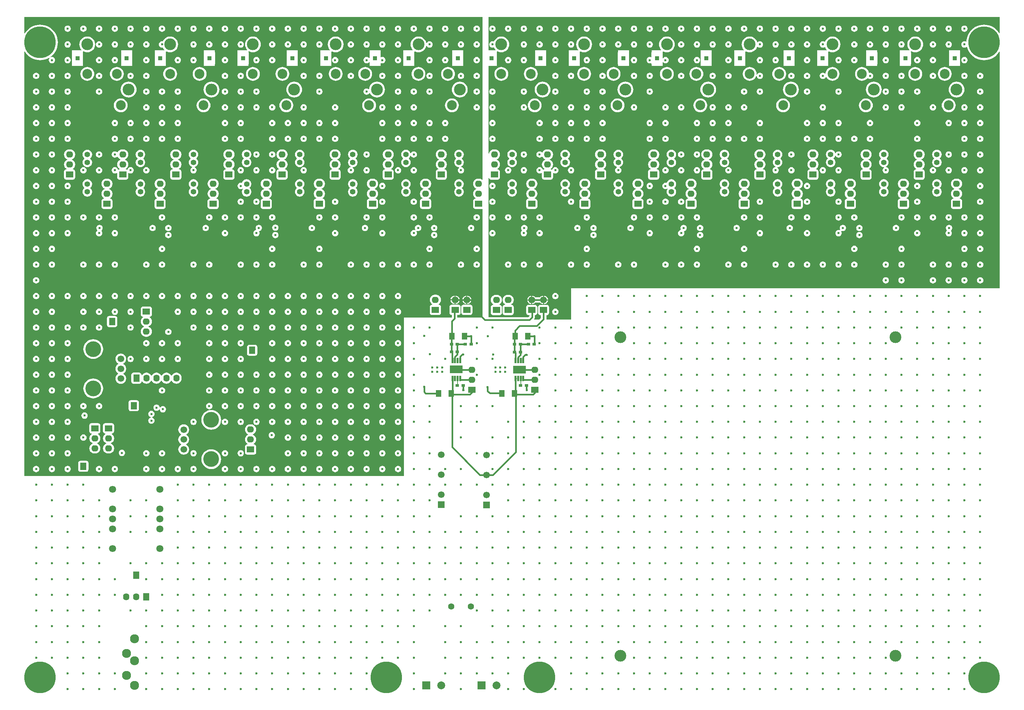
<source format=gbl>
G04*
G04 #@! TF.GenerationSoftware,Altium Limited,Altium Designer,19.1.6 (110)*
G04*
G04 Layer_Physical_Order=4*
G04 Layer_Color=16711680*
%FSLAX43Y43*%
%MOMM*%
G71*
G01*
G75*
%ADD11C,0.200*%
%ADD16R,0.900X0.800*%
%ADD18R,1.400X1.700*%
%ADD19R,1.900X1.650*%
G04:AMPARAMS|DCode=20|XSize=0.45mm|YSize=1.4mm|CornerRadius=0.045mm|HoleSize=0mm|Usage=FLASHONLY|Rotation=0.000|XOffset=0mm|YOffset=0mm|HoleType=Round|Shape=RoundedRectangle|*
%AMROUNDEDRECTD20*
21,1,0.450,1.310,0,0,0.0*
21,1,0.360,1.400,0,0,0.0*
1,1,0.090,0.180,-0.655*
1,1,0.090,-0.180,-0.655*
1,1,0.090,-0.180,0.655*
1,1,0.090,0.180,0.655*
%
%ADD20ROUNDEDRECTD20*%
%ADD44C,0.400*%
%ADD47C,2.000*%
%ADD48R,2.000X2.000*%
G04:AMPARAMS|DCode=49|XSize=1.6mm|YSize=1.8mm|CornerRadius=0.08mm|HoleSize=0mm|Usage=FLASHONLY|Rotation=0.000|XOffset=0mm|YOffset=0mm|HoleType=Round|Shape=RoundedRectangle|*
%AMROUNDEDRECTD49*
21,1,1.600,1.640,0,0,0.0*
21,1,1.440,1.800,0,0,0.0*
1,1,0.160,0.720,-0.820*
1,1,0.160,-0.720,-0.820*
1,1,0.160,-0.720,0.820*
1,1,0.160,0.720,0.820*
%
%ADD49ROUNDEDRECTD49*%
%ADD50O,1.600X1.800*%
%ADD51C,4.000*%
%ADD52C,1.700*%
%ADD53O,1.800X1.600*%
G04:AMPARAMS|DCode=54|XSize=1.6mm|YSize=1.8mm|CornerRadius=0.08mm|HoleSize=0mm|Usage=FLASHONLY|Rotation=90.000|XOffset=0mm|YOffset=0mm|HoleType=Round|Shape=RoundedRectangle|*
%AMROUNDEDRECTD54*
21,1,1.600,1.640,0,0,90.0*
21,1,1.440,1.800,0,0,90.0*
1,1,0.160,0.820,0.720*
1,1,0.160,0.820,-0.720*
1,1,0.160,-0.820,-0.720*
1,1,0.160,-0.820,0.720*
%
%ADD54ROUNDEDRECTD54*%
%ADD55C,8.000*%
%ADD56C,2.500*%
%ADD57C,3.000*%
%ADD58R,1.000X1.000*%
%ADD59C,1.400*%
%ADD60C,1.600*%
%ADD61C,2.300*%
%ADD62C,1.800*%
%ADD63C,0.600*%
%ADD64R,1.700X1.700*%
G36*
X217500Y157632D02*
X217386Y157575D01*
X217256Y157676D01*
X216939Y157807D01*
X216600Y157851D01*
X216400D01*
X216061Y157807D01*
X215744Y157676D01*
X215473Y157467D01*
X215264Y157196D01*
X215133Y156879D01*
X215089Y156540D01*
X215133Y156201D01*
X215264Y155884D01*
X215473Y155613D01*
X215744Y155404D01*
X215903Y155339D01*
Y155201D01*
X215744Y155136D01*
X215473Y154927D01*
X215264Y154656D01*
X215133Y154339D01*
X215089Y154000D01*
X215133Y153661D01*
X215264Y153344D01*
X215473Y153073D01*
X215700Y152898D01*
X215687Y152818D01*
X215662Y152768D01*
X215454Y152726D01*
X215262Y152598D01*
X215134Y152406D01*
X215089Y152180D01*
Y150740D01*
X215134Y150514D01*
X215262Y150322D01*
X215454Y150194D01*
X215680Y150149D01*
X217320D01*
X217402Y150165D01*
X217500Y150084D01*
Y122500D01*
X211081D01*
Y123189D01*
X211320D01*
X211546Y123234D01*
X211738Y123362D01*
X211866Y123554D01*
X211911Y123780D01*
Y125220D01*
X211866Y125446D01*
X211738Y125638D01*
X211546Y125766D01*
X211320Y125811D01*
X209680D01*
X209454Y125766D01*
X209262Y125638D01*
X209134Y125446D01*
X209089Y125220D01*
Y123780D01*
X209134Y123554D01*
X209262Y123362D01*
X209454Y123234D01*
X209669Y123191D01*
Y122592D01*
X209577Y122500D01*
X197500D01*
Y82200D01*
X101009Y82200D01*
Y190145D01*
X101136Y190184D01*
X101422Y189755D01*
X101811Y189311D01*
X102255Y188922D01*
X102745Y188595D01*
X103274Y188334D01*
X103833Y188144D01*
X104411Y188029D01*
X105000Y187990D01*
X105589Y188029D01*
X106167Y188144D01*
X106726Y188334D01*
X107255Y188595D01*
X107322Y188640D01*
X107410Y188546D01*
X107301Y188403D01*
X107221Y188209D01*
X107193Y188000D01*
X107221Y187791D01*
X107301Y187597D01*
X107429Y187429D01*
X107597Y187301D01*
X107791Y187221D01*
X108000Y187193D01*
X108209Y187221D01*
X108403Y187301D01*
X108571Y187429D01*
X108699Y187597D01*
X108779Y187791D01*
X108807Y188000D01*
X108779Y188209D01*
X108699Y188403D01*
X108571Y188571D01*
X108403Y188699D01*
X108209Y188779D01*
X108000Y188807D01*
X107791Y188779D01*
X107709Y188746D01*
X107649Y188858D01*
X107745Y188922D01*
X108189Y189311D01*
X108578Y189755D01*
X108905Y190245D01*
X109166Y190774D01*
X109356Y191333D01*
X109471Y191911D01*
X109510Y192500D01*
X109471Y193089D01*
X109356Y193667D01*
X109166Y194226D01*
X108905Y194755D01*
X108578Y195245D01*
X108189Y195689D01*
X107745Y196078D01*
X107255Y196405D01*
X106726Y196666D01*
X106167Y196856D01*
X105589Y196971D01*
X105000Y197010D01*
X104411Y196971D01*
X103833Y196856D01*
X103274Y196666D01*
X102745Y196405D01*
X102255Y196078D01*
X101811Y195689D01*
X101422Y195245D01*
X101136Y194816D01*
X101009Y194855D01*
Y198991D01*
X217500D01*
Y157632D01*
D02*
G37*
G36*
X212443Y108365D02*
X209193D01*
Y110315D01*
X212443D01*
Y108365D01*
D02*
G37*
G36*
X225250Y110265D02*
Y108315D01*
X228500D01*
Y110265D01*
X225250D01*
D02*
G37*
G36*
X348991Y194855D02*
X348864Y194816D01*
X348578Y195245D01*
X348189Y195689D01*
X347745Y196078D01*
X347255Y196405D01*
X346726Y196666D01*
X346167Y196856D01*
X345589Y196971D01*
X345000Y197010D01*
X344411Y196971D01*
X343833Y196856D01*
X343274Y196666D01*
X342745Y196405D01*
X342255Y196078D01*
X341811Y195689D01*
X341422Y195245D01*
X341095Y194755D01*
X340834Y194226D01*
X340644Y193667D01*
X340529Y193089D01*
X340507Y192761D01*
X340377Y192710D01*
X340209Y192779D01*
X340000Y192807D01*
X339791Y192779D01*
X339597Y192699D01*
X339429Y192571D01*
X339301Y192403D01*
X339221Y192209D01*
X339193Y192000D01*
X339221Y191791D01*
X339301Y191597D01*
X339429Y191429D01*
X339597Y191301D01*
X339791Y191221D01*
X340000Y191193D01*
X340209Y191221D01*
X340403Y191301D01*
X340505Y191379D01*
X340644Y191333D01*
X340834Y190774D01*
X341095Y190245D01*
X341422Y189755D01*
X341811Y189311D01*
X342255Y188922D01*
X342745Y188595D01*
X343274Y188334D01*
X343833Y188144D01*
X344411Y188029D01*
X345000Y187990D01*
X345589Y188029D01*
X346167Y188144D01*
X346726Y188334D01*
X347255Y188595D01*
X347745Y188922D01*
X348189Y189311D01*
X348578Y189755D01*
X348864Y190184D01*
X348991Y190145D01*
Y130000D01*
X240000D01*
Y122000D01*
X233789D01*
X233705Y122095D01*
X233706Y122100D01*
Y123149D01*
X233820D01*
X234046Y123194D01*
X234238Y123322D01*
X234366Y123514D01*
X234411Y123740D01*
Y125180D01*
X234366Y125406D01*
X234238Y125598D01*
X234046Y125726D01*
X233820Y125771D01*
X232180D01*
X231954Y125726D01*
X231762Y125598D01*
X231634Y125406D01*
X231589Y125180D01*
Y123740D01*
X231634Y123514D01*
X231762Y123322D01*
X231954Y123194D01*
X232180Y123149D01*
X232294D01*
Y122392D01*
X231902Y122000D01*
X230659D01*
X230619Y122127D01*
X230711Y122247D01*
X230782Y122417D01*
X230806Y122600D01*
Y123149D01*
X230820D01*
X231046Y123194D01*
X231238Y123322D01*
X231366Y123514D01*
X231411Y123740D01*
Y125180D01*
X231366Y125406D01*
X231238Y125598D01*
X231046Y125726D01*
X230820Y125771D01*
X229180D01*
X228954Y125726D01*
X228762Y125598D01*
X228634Y125406D01*
X228589Y125180D01*
Y123740D01*
X228634Y123514D01*
X228762Y123322D01*
X228954Y123194D01*
X229180Y123149D01*
X229394D01*
Y122892D01*
X229108Y122606D01*
X219000D01*
Y157995D01*
X219127Y158007D01*
X219134Y157974D01*
X219262Y157782D01*
X219454Y157654D01*
X219680Y157609D01*
X221320D01*
X221546Y157654D01*
X221738Y157782D01*
X221866Y157974D01*
X221911Y158200D01*
Y159640D01*
X221866Y159866D01*
X221738Y160058D01*
X221546Y160186D01*
X221338Y160228D01*
X221313Y160278D01*
X221300Y160358D01*
X221527Y160533D01*
X221736Y160804D01*
X221867Y161121D01*
X221911Y161460D01*
X221867Y161799D01*
X221736Y162116D01*
X221527Y162387D01*
X221256Y162596D01*
X221097Y162661D01*
Y162799D01*
X221256Y162864D01*
X221527Y163073D01*
X221736Y163344D01*
X221867Y163661D01*
X221911Y164000D01*
X221867Y164339D01*
X221736Y164656D01*
X221527Y164927D01*
X221256Y165136D01*
X220939Y165267D01*
X220600Y165311D01*
X220400D01*
X220061Y165267D01*
X219744Y165136D01*
X219473Y164927D01*
X219264Y164656D01*
X219133Y164339D01*
X219127Y164290D01*
X219000Y164299D01*
Y186490D01*
X220650D01*
X220699Y186500D01*
X221150D01*
Y186951D01*
X221160Y187000D01*
Y190000D01*
X221150Y190049D01*
Y190197D01*
X221259Y190262D01*
X221481Y190143D01*
X221858Y190029D01*
X222250Y189990D01*
X222642Y190029D01*
X223019Y190143D01*
X223367Y190329D01*
X223671Y190579D01*
X223921Y190883D01*
X224107Y191231D01*
X224221Y191608D01*
X224260Y192000D01*
X224221Y192392D01*
X224107Y192769D01*
X223921Y193117D01*
X223671Y193421D01*
X223367Y193671D01*
X223019Y193857D01*
X222642Y193971D01*
X222250Y194010D01*
X221858Y193971D01*
X221481Y193857D01*
X221133Y193671D01*
X220829Y193421D01*
X220579Y193117D01*
X220393Y192769D01*
X220319Y192734D01*
X220209Y192779D01*
X220000Y192807D01*
X219791Y192779D01*
X219597Y192699D01*
X219429Y192571D01*
X219301Y192403D01*
X219221Y192209D01*
X219193Y192000D01*
X219221Y191791D01*
X219301Y191597D01*
X219429Y191429D01*
X219597Y191301D01*
X219791Y191221D01*
X220000Y191193D01*
X220209Y191221D01*
X220319Y191266D01*
X220393Y191231D01*
X220579Y190883D01*
X220790Y190627D01*
X220729Y190500D01*
X220699D01*
X220650Y190510D01*
X219000D01*
Y198991D01*
X348991D01*
Y194855D01*
D02*
G37*
%LPC*%
G36*
X216000Y196807D02*
X215791Y196779D01*
X215597Y196699D01*
X215429Y196571D01*
X215301Y196403D01*
X215221Y196209D01*
X215193Y196000D01*
X215221Y195791D01*
X215301Y195597D01*
X215429Y195429D01*
X215597Y195301D01*
X215791Y195221D01*
X216000Y195193D01*
X216209Y195221D01*
X216403Y195301D01*
X216571Y195429D01*
X216699Y195597D01*
X216779Y195791D01*
X216807Y196000D01*
X216779Y196209D01*
X216699Y196403D01*
X216571Y196571D01*
X216403Y196699D01*
X216209Y196779D01*
X216000Y196807D01*
D02*
G37*
G36*
X212000D02*
X211791Y196779D01*
X211597Y196699D01*
X211429Y196571D01*
X211301Y196403D01*
X211221Y196209D01*
X211193Y196000D01*
X211221Y195791D01*
X211301Y195597D01*
X211429Y195429D01*
X211597Y195301D01*
X211791Y195221D01*
X212000Y195193D01*
X212209Y195221D01*
X212403Y195301D01*
X212571Y195429D01*
X212699Y195597D01*
X212779Y195791D01*
X212807Y196000D01*
X212779Y196209D01*
X212699Y196403D01*
X212571Y196571D01*
X212403Y196699D01*
X212209Y196779D01*
X212000Y196807D01*
D02*
G37*
G36*
X208000D02*
X207791Y196779D01*
X207597Y196699D01*
X207429Y196571D01*
X207301Y196403D01*
X207221Y196209D01*
X207193Y196000D01*
X207221Y195791D01*
X207301Y195597D01*
X207429Y195429D01*
X207597Y195301D01*
X207791Y195221D01*
X208000Y195193D01*
X208209Y195221D01*
X208403Y195301D01*
X208571Y195429D01*
X208699Y195597D01*
X208779Y195791D01*
X208807Y196000D01*
X208779Y196209D01*
X208699Y196403D01*
X208571Y196571D01*
X208403Y196699D01*
X208209Y196779D01*
X208000Y196807D01*
D02*
G37*
G36*
X204000D02*
X203791Y196779D01*
X203597Y196699D01*
X203429Y196571D01*
X203301Y196403D01*
X203221Y196209D01*
X203193Y196000D01*
X203221Y195791D01*
X203301Y195597D01*
X203429Y195429D01*
X203597Y195301D01*
X203791Y195221D01*
X204000Y195193D01*
X204209Y195221D01*
X204403Y195301D01*
X204571Y195429D01*
X204699Y195597D01*
X204779Y195791D01*
X204807Y196000D01*
X204779Y196209D01*
X204699Y196403D01*
X204571Y196571D01*
X204403Y196699D01*
X204209Y196779D01*
X204000Y196807D01*
D02*
G37*
G36*
X200000D02*
X199791Y196779D01*
X199597Y196699D01*
X199429Y196571D01*
X199301Y196403D01*
X199221Y196209D01*
X199193Y196000D01*
X199221Y195791D01*
X199301Y195597D01*
X199429Y195429D01*
X199597Y195301D01*
X199791Y195221D01*
X200000Y195193D01*
X200209Y195221D01*
X200403Y195301D01*
X200571Y195429D01*
X200699Y195597D01*
X200779Y195791D01*
X200807Y196000D01*
X200779Y196209D01*
X200699Y196403D01*
X200571Y196571D01*
X200403Y196699D01*
X200209Y196779D01*
X200000Y196807D01*
D02*
G37*
G36*
X196000D02*
X195791Y196779D01*
X195597Y196699D01*
X195429Y196571D01*
X195301Y196403D01*
X195221Y196209D01*
X195193Y196000D01*
X195221Y195791D01*
X195301Y195597D01*
X195429Y195429D01*
X195597Y195301D01*
X195791Y195221D01*
X196000Y195193D01*
X196209Y195221D01*
X196403Y195301D01*
X196571Y195429D01*
X196699Y195597D01*
X196779Y195791D01*
X196807Y196000D01*
X196779Y196209D01*
X196699Y196403D01*
X196571Y196571D01*
X196403Y196699D01*
X196209Y196779D01*
X196000Y196807D01*
D02*
G37*
G36*
X192000D02*
X191791Y196779D01*
X191597Y196699D01*
X191429Y196571D01*
X191301Y196403D01*
X191221Y196209D01*
X191193Y196000D01*
X191221Y195791D01*
X191301Y195597D01*
X191429Y195429D01*
X191597Y195301D01*
X191791Y195221D01*
X192000Y195193D01*
X192209Y195221D01*
X192403Y195301D01*
X192571Y195429D01*
X192699Y195597D01*
X192779Y195791D01*
X192807Y196000D01*
X192779Y196209D01*
X192699Y196403D01*
X192571Y196571D01*
X192403Y196699D01*
X192209Y196779D01*
X192000Y196807D01*
D02*
G37*
G36*
X188000D02*
X187791Y196779D01*
X187597Y196699D01*
X187429Y196571D01*
X187301Y196403D01*
X187221Y196209D01*
X187193Y196000D01*
X187221Y195791D01*
X187301Y195597D01*
X187429Y195429D01*
X187597Y195301D01*
X187791Y195221D01*
X188000Y195193D01*
X188209Y195221D01*
X188403Y195301D01*
X188571Y195429D01*
X188699Y195597D01*
X188779Y195791D01*
X188807Y196000D01*
X188779Y196209D01*
X188699Y196403D01*
X188571Y196571D01*
X188403Y196699D01*
X188209Y196779D01*
X188000Y196807D01*
D02*
G37*
G36*
X184000D02*
X183791Y196779D01*
X183597Y196699D01*
X183429Y196571D01*
X183301Y196403D01*
X183221Y196209D01*
X183193Y196000D01*
X183221Y195791D01*
X183301Y195597D01*
X183429Y195429D01*
X183597Y195301D01*
X183791Y195221D01*
X184000Y195193D01*
X184209Y195221D01*
X184403Y195301D01*
X184571Y195429D01*
X184699Y195597D01*
X184779Y195791D01*
X184807Y196000D01*
X184779Y196209D01*
X184699Y196403D01*
X184571Y196571D01*
X184403Y196699D01*
X184209Y196779D01*
X184000Y196807D01*
D02*
G37*
G36*
X180000D02*
X179791Y196779D01*
X179597Y196699D01*
X179429Y196571D01*
X179301Y196403D01*
X179221Y196209D01*
X179193Y196000D01*
X179221Y195791D01*
X179301Y195597D01*
X179429Y195429D01*
X179597Y195301D01*
X179791Y195221D01*
X180000Y195193D01*
X180209Y195221D01*
X180403Y195301D01*
X180571Y195429D01*
X180699Y195597D01*
X180779Y195791D01*
X180807Y196000D01*
X180779Y196209D01*
X180699Y196403D01*
X180571Y196571D01*
X180403Y196699D01*
X180209Y196779D01*
X180000Y196807D01*
D02*
G37*
G36*
X176000D02*
X175791Y196779D01*
X175597Y196699D01*
X175429Y196571D01*
X175301Y196403D01*
X175221Y196209D01*
X175193Y196000D01*
X175221Y195791D01*
X175301Y195597D01*
X175429Y195429D01*
X175597Y195301D01*
X175791Y195221D01*
X176000Y195193D01*
X176209Y195221D01*
X176403Y195301D01*
X176571Y195429D01*
X176699Y195597D01*
X176779Y195791D01*
X176807Y196000D01*
X176779Y196209D01*
X176699Y196403D01*
X176571Y196571D01*
X176403Y196699D01*
X176209Y196779D01*
X176000Y196807D01*
D02*
G37*
G36*
X172000D02*
X171791Y196779D01*
X171597Y196699D01*
X171429Y196571D01*
X171301Y196403D01*
X171221Y196209D01*
X171193Y196000D01*
X171221Y195791D01*
X171301Y195597D01*
X171429Y195429D01*
X171597Y195301D01*
X171791Y195221D01*
X172000Y195193D01*
X172209Y195221D01*
X172403Y195301D01*
X172571Y195429D01*
X172699Y195597D01*
X172779Y195791D01*
X172807Y196000D01*
X172779Y196209D01*
X172699Y196403D01*
X172571Y196571D01*
X172403Y196699D01*
X172209Y196779D01*
X172000Y196807D01*
D02*
G37*
G36*
X168000D02*
X167791Y196779D01*
X167597Y196699D01*
X167429Y196571D01*
X167301Y196403D01*
X167221Y196209D01*
X167193Y196000D01*
X167221Y195791D01*
X167301Y195597D01*
X167429Y195429D01*
X167597Y195301D01*
X167791Y195221D01*
X168000Y195193D01*
X168209Y195221D01*
X168403Y195301D01*
X168571Y195429D01*
X168699Y195597D01*
X168779Y195791D01*
X168807Y196000D01*
X168779Y196209D01*
X168699Y196403D01*
X168571Y196571D01*
X168403Y196699D01*
X168209Y196779D01*
X168000Y196807D01*
D02*
G37*
G36*
X164000D02*
X163791Y196779D01*
X163597Y196699D01*
X163429Y196571D01*
X163301Y196403D01*
X163221Y196209D01*
X163193Y196000D01*
X163221Y195791D01*
X163301Y195597D01*
X163429Y195429D01*
X163597Y195301D01*
X163791Y195221D01*
X164000Y195193D01*
X164209Y195221D01*
X164403Y195301D01*
X164571Y195429D01*
X164699Y195597D01*
X164779Y195791D01*
X164807Y196000D01*
X164779Y196209D01*
X164699Y196403D01*
X164571Y196571D01*
X164403Y196699D01*
X164209Y196779D01*
X164000Y196807D01*
D02*
G37*
G36*
X160000D02*
X159791Y196779D01*
X159597Y196699D01*
X159429Y196571D01*
X159301Y196403D01*
X159221Y196209D01*
X159193Y196000D01*
X159221Y195791D01*
X159301Y195597D01*
X159429Y195429D01*
X159597Y195301D01*
X159791Y195221D01*
X160000Y195193D01*
X160209Y195221D01*
X160403Y195301D01*
X160571Y195429D01*
X160699Y195597D01*
X160779Y195791D01*
X160807Y196000D01*
X160779Y196209D01*
X160699Y196403D01*
X160571Y196571D01*
X160403Y196699D01*
X160209Y196779D01*
X160000Y196807D01*
D02*
G37*
G36*
X156000D02*
X155791Y196779D01*
X155597Y196699D01*
X155429Y196571D01*
X155301Y196403D01*
X155221Y196209D01*
X155193Y196000D01*
X155221Y195791D01*
X155301Y195597D01*
X155429Y195429D01*
X155597Y195301D01*
X155791Y195221D01*
X156000Y195193D01*
X156209Y195221D01*
X156403Y195301D01*
X156571Y195429D01*
X156699Y195597D01*
X156779Y195791D01*
X156807Y196000D01*
X156779Y196209D01*
X156699Y196403D01*
X156571Y196571D01*
X156403Y196699D01*
X156209Y196779D01*
X156000Y196807D01*
D02*
G37*
G36*
X152000D02*
X151791Y196779D01*
X151597Y196699D01*
X151429Y196571D01*
X151301Y196403D01*
X151221Y196209D01*
X151193Y196000D01*
X151221Y195791D01*
X151301Y195597D01*
X151429Y195429D01*
X151597Y195301D01*
X151791Y195221D01*
X152000Y195193D01*
X152209Y195221D01*
X152403Y195301D01*
X152571Y195429D01*
X152699Y195597D01*
X152779Y195791D01*
X152807Y196000D01*
X152779Y196209D01*
X152699Y196403D01*
X152571Y196571D01*
X152403Y196699D01*
X152209Y196779D01*
X152000Y196807D01*
D02*
G37*
G36*
X148000D02*
X147791Y196779D01*
X147597Y196699D01*
X147429Y196571D01*
X147301Y196403D01*
X147221Y196209D01*
X147193Y196000D01*
X147221Y195791D01*
X147301Y195597D01*
X147429Y195429D01*
X147597Y195301D01*
X147791Y195221D01*
X148000Y195193D01*
X148209Y195221D01*
X148403Y195301D01*
X148571Y195429D01*
X148699Y195597D01*
X148779Y195791D01*
X148807Y196000D01*
X148779Y196209D01*
X148699Y196403D01*
X148571Y196571D01*
X148403Y196699D01*
X148209Y196779D01*
X148000Y196807D01*
D02*
G37*
G36*
X144000D02*
X143791Y196779D01*
X143597Y196699D01*
X143429Y196571D01*
X143301Y196403D01*
X143221Y196209D01*
X143193Y196000D01*
X143221Y195791D01*
X143301Y195597D01*
X143429Y195429D01*
X143597Y195301D01*
X143791Y195221D01*
X144000Y195193D01*
X144209Y195221D01*
X144403Y195301D01*
X144571Y195429D01*
X144699Y195597D01*
X144779Y195791D01*
X144807Y196000D01*
X144779Y196209D01*
X144699Y196403D01*
X144571Y196571D01*
X144403Y196699D01*
X144209Y196779D01*
X144000Y196807D01*
D02*
G37*
G36*
X140000D02*
X139791Y196779D01*
X139597Y196699D01*
X139429Y196571D01*
X139301Y196403D01*
X139221Y196209D01*
X139193Y196000D01*
X139221Y195791D01*
X139301Y195597D01*
X139429Y195429D01*
X139597Y195301D01*
X139791Y195221D01*
X140000Y195193D01*
X140209Y195221D01*
X140403Y195301D01*
X140571Y195429D01*
X140699Y195597D01*
X140779Y195791D01*
X140807Y196000D01*
X140779Y196209D01*
X140699Y196403D01*
X140571Y196571D01*
X140403Y196699D01*
X140209Y196779D01*
X140000Y196807D01*
D02*
G37*
G36*
X136000D02*
X135791Y196779D01*
X135597Y196699D01*
X135429Y196571D01*
X135301Y196403D01*
X135221Y196209D01*
X135193Y196000D01*
X135221Y195791D01*
X135301Y195597D01*
X135429Y195429D01*
X135597Y195301D01*
X135791Y195221D01*
X136000Y195193D01*
X136209Y195221D01*
X136403Y195301D01*
X136571Y195429D01*
X136699Y195597D01*
X136779Y195791D01*
X136807Y196000D01*
X136779Y196209D01*
X136699Y196403D01*
X136571Y196571D01*
X136403Y196699D01*
X136209Y196779D01*
X136000Y196807D01*
D02*
G37*
G36*
X132000D02*
X131791Y196779D01*
X131597Y196699D01*
X131429Y196571D01*
X131301Y196403D01*
X131221Y196209D01*
X131193Y196000D01*
X131221Y195791D01*
X131301Y195597D01*
X131429Y195429D01*
X131597Y195301D01*
X131791Y195221D01*
X132000Y195193D01*
X132209Y195221D01*
X132403Y195301D01*
X132571Y195429D01*
X132699Y195597D01*
X132779Y195791D01*
X132807Y196000D01*
X132779Y196209D01*
X132699Y196403D01*
X132571Y196571D01*
X132403Y196699D01*
X132209Y196779D01*
X132000Y196807D01*
D02*
G37*
G36*
X128000D02*
X127791Y196779D01*
X127597Y196699D01*
X127429Y196571D01*
X127301Y196403D01*
X127221Y196209D01*
X127193Y196000D01*
X127221Y195791D01*
X127301Y195597D01*
X127429Y195429D01*
X127597Y195301D01*
X127791Y195221D01*
X128000Y195193D01*
X128209Y195221D01*
X128403Y195301D01*
X128571Y195429D01*
X128699Y195597D01*
X128779Y195791D01*
X128807Y196000D01*
X128779Y196209D01*
X128699Y196403D01*
X128571Y196571D01*
X128403Y196699D01*
X128209Y196779D01*
X128000Y196807D01*
D02*
G37*
G36*
X124000D02*
X123791Y196779D01*
X123597Y196699D01*
X123429Y196571D01*
X123301Y196403D01*
X123221Y196209D01*
X123193Y196000D01*
X123221Y195791D01*
X123301Y195597D01*
X123429Y195429D01*
X123597Y195301D01*
X123791Y195221D01*
X124000Y195193D01*
X124209Y195221D01*
X124403Y195301D01*
X124571Y195429D01*
X124699Y195597D01*
X124779Y195791D01*
X124807Y196000D01*
X124779Y196209D01*
X124699Y196403D01*
X124571Y196571D01*
X124403Y196699D01*
X124209Y196779D01*
X124000Y196807D01*
D02*
G37*
G36*
X120000D02*
X119791Y196779D01*
X119597Y196699D01*
X119429Y196571D01*
X119301Y196403D01*
X119221Y196209D01*
X119193Y196000D01*
X119221Y195791D01*
X119301Y195597D01*
X119429Y195429D01*
X119597Y195301D01*
X119791Y195221D01*
X120000Y195193D01*
X120209Y195221D01*
X120403Y195301D01*
X120571Y195429D01*
X120699Y195597D01*
X120779Y195791D01*
X120807Y196000D01*
X120779Y196209D01*
X120699Y196403D01*
X120571Y196571D01*
X120403Y196699D01*
X120209Y196779D01*
X120000Y196807D01*
D02*
G37*
G36*
X116000D02*
X115791Y196779D01*
X115597Y196699D01*
X115429Y196571D01*
X115301Y196403D01*
X115221Y196209D01*
X115193Y196000D01*
X115221Y195791D01*
X115301Y195597D01*
X115429Y195429D01*
X115597Y195301D01*
X115791Y195221D01*
X116000Y195193D01*
X116209Y195221D01*
X116403Y195301D01*
X116571Y195429D01*
X116699Y195597D01*
X116779Y195791D01*
X116807Y196000D01*
X116779Y196209D01*
X116699Y196403D01*
X116571Y196571D01*
X116403Y196699D01*
X116209Y196779D01*
X116000Y196807D01*
D02*
G37*
G36*
X112000D02*
X111791Y196779D01*
X111597Y196699D01*
X111429Y196571D01*
X111301Y196403D01*
X111221Y196209D01*
X111193Y196000D01*
X111221Y195791D01*
X111301Y195597D01*
X111429Y195429D01*
X111597Y195301D01*
X111791Y195221D01*
X112000Y195193D01*
X112209Y195221D01*
X112403Y195301D01*
X112571Y195429D01*
X112699Y195597D01*
X112779Y195791D01*
X112807Y196000D01*
X112779Y196209D01*
X112699Y196403D01*
X112571Y196571D01*
X112403Y196699D01*
X112209Y196779D01*
X112000Y196807D01*
D02*
G37*
G36*
X138050Y194010D02*
X137658Y193971D01*
X137281Y193857D01*
X136933Y193671D01*
X136629Y193421D01*
X136379Y193117D01*
X136199Y192781D01*
X136000Y192807D01*
X135791Y192779D01*
X135597Y192699D01*
X135429Y192571D01*
X135301Y192403D01*
X135221Y192209D01*
X135193Y192000D01*
X135221Y191791D01*
X135301Y191597D01*
X135429Y191429D01*
X135597Y191301D01*
X135791Y191221D01*
X136000Y191193D01*
X136199Y191219D01*
X136379Y190883D01*
X136589Y190627D01*
X136529Y190500D01*
X136499D01*
X136450Y190510D01*
X134650D01*
X134601Y190500D01*
X134150D01*
Y190049D01*
X134140Y190000D01*
Y187000D01*
X134150Y186951D01*
Y186500D01*
X134601D01*
X134650Y186490D01*
X136450D01*
X136499Y186500D01*
X136950D01*
Y186951D01*
X136960Y187000D01*
Y190000D01*
X136950Y190049D01*
Y190197D01*
X137059Y190262D01*
X137281Y190143D01*
X137658Y190029D01*
X138050Y189990D01*
X138442Y190029D01*
X138819Y190143D01*
X139167Y190329D01*
X139471Y190579D01*
X139721Y190883D01*
X139907Y191231D01*
X140021Y191608D01*
X140060Y192000D01*
X140021Y192392D01*
X139907Y192769D01*
X139721Y193117D01*
X139471Y193421D01*
X139167Y193671D01*
X138819Y193857D01*
X138442Y193971D01*
X138050Y194010D01*
D02*
G37*
G36*
X216000Y192807D02*
X215791Y192779D01*
X215597Y192699D01*
X215429Y192571D01*
X215301Y192403D01*
X215221Y192209D01*
X215193Y192000D01*
X215221Y191791D01*
X215301Y191597D01*
X215429Y191429D01*
X215597Y191301D01*
X215791Y191221D01*
X216000Y191193D01*
X216209Y191221D01*
X216403Y191301D01*
X216571Y191429D01*
X216699Y191597D01*
X216779Y191791D01*
X216807Y192000D01*
X216779Y192209D01*
X216699Y192403D01*
X216571Y192571D01*
X216403Y192699D01*
X216209Y192779D01*
X216000Y192807D01*
D02*
G37*
G36*
X212000D02*
X211791Y192779D01*
X211597Y192699D01*
X211429Y192571D01*
X211301Y192403D01*
X211221Y192209D01*
X211193Y192000D01*
X211221Y191791D01*
X211301Y191597D01*
X211429Y191429D01*
X211597Y191301D01*
X211791Y191221D01*
X212000Y191193D01*
X212209Y191221D01*
X212403Y191301D01*
X212571Y191429D01*
X212699Y191597D01*
X212779Y191791D01*
X212807Y192000D01*
X212779Y192209D01*
X212699Y192403D01*
X212571Y192571D01*
X212403Y192699D01*
X212209Y192779D01*
X212000Y192807D01*
D02*
G37*
G36*
X208000D02*
X207791Y192779D01*
X207597Y192699D01*
X207429Y192571D01*
X207301Y192403D01*
X207221Y192209D01*
X207193Y192000D01*
X207221Y191791D01*
X207301Y191597D01*
X207429Y191429D01*
X207597Y191301D01*
X207791Y191221D01*
X208000Y191193D01*
X208209Y191221D01*
X208403Y191301D01*
X208571Y191429D01*
X208699Y191597D01*
X208779Y191791D01*
X208807Y192000D01*
X208779Y192209D01*
X208699Y192403D01*
X208571Y192571D01*
X208403Y192699D01*
X208209Y192779D01*
X208000Y192807D01*
D02*
G37*
G36*
X201200Y194010D02*
X200808Y193971D01*
X200431Y193857D01*
X200083Y193671D01*
X199779Y193421D01*
X199529Y193117D01*
X199343Y192769D01*
X199229Y192392D01*
X199190Y192000D01*
X199229Y191608D01*
X199343Y191231D01*
X199529Y190883D01*
X199740Y190627D01*
X199679Y190500D01*
X199649D01*
X199600Y190510D01*
X197800D01*
X197751Y190500D01*
X197300D01*
Y190049D01*
X197290Y190000D01*
Y187000D01*
X197300Y186951D01*
Y186500D01*
X197751D01*
X197800Y186490D01*
X199600D01*
X199649Y186500D01*
X200100D01*
Y186951D01*
X200110Y187000D01*
Y190000D01*
X200100Y190049D01*
Y190197D01*
X200209Y190262D01*
X200431Y190143D01*
X200808Y190029D01*
X201200Y189990D01*
X201592Y190029D01*
X201969Y190143D01*
X202317Y190329D01*
X202621Y190579D01*
X202871Y190883D01*
X203057Y191231D01*
X203166Y191591D01*
X203212Y191607D01*
X203298Y191604D01*
X203301Y191597D01*
X203429Y191429D01*
X203597Y191301D01*
X203791Y191221D01*
X204000Y191193D01*
X204209Y191221D01*
X204403Y191301D01*
X204571Y191429D01*
X204699Y191597D01*
X204779Y191791D01*
X204807Y192000D01*
X204779Y192209D01*
X204699Y192403D01*
X204571Y192571D01*
X204403Y192699D01*
X204209Y192779D01*
X204000Y192807D01*
X203791Y192779D01*
X203597Y192699D01*
X203429Y192571D01*
X203301Y192403D01*
X203298Y192396D01*
X203212Y192393D01*
X203166Y192409D01*
X203057Y192769D01*
X202871Y193117D01*
X202621Y193421D01*
X202317Y193671D01*
X201969Y193857D01*
X201592Y193971D01*
X201200Y194010D01*
D02*
G37*
G36*
X196000Y192807D02*
X195791Y192779D01*
X195597Y192699D01*
X195429Y192571D01*
X195301Y192403D01*
X195221Y192209D01*
X195193Y192000D01*
X195221Y191791D01*
X195301Y191597D01*
X195429Y191429D01*
X195597Y191301D01*
X195791Y191221D01*
X196000Y191193D01*
X196209Y191221D01*
X196403Y191301D01*
X196571Y191429D01*
X196699Y191597D01*
X196779Y191791D01*
X196807Y192000D01*
X196779Y192209D01*
X196699Y192403D01*
X196571Y192571D01*
X196403Y192699D01*
X196209Y192779D01*
X196000Y192807D01*
D02*
G37*
G36*
X192000D02*
X191791Y192779D01*
X191597Y192699D01*
X191429Y192571D01*
X191301Y192403D01*
X191221Y192209D01*
X191193Y192000D01*
X191221Y191791D01*
X191301Y191597D01*
X191429Y191429D01*
X191597Y191301D01*
X191791Y191221D01*
X192000Y191193D01*
X192209Y191221D01*
X192403Y191301D01*
X192571Y191429D01*
X192699Y191597D01*
X192779Y191791D01*
X192807Y192000D01*
X192779Y192209D01*
X192699Y192403D01*
X192571Y192571D01*
X192403Y192699D01*
X192209Y192779D01*
X192000Y192807D01*
D02*
G37*
G36*
X188000D02*
X187791Y192779D01*
X187597Y192699D01*
X187429Y192571D01*
X187301Y192403D01*
X187221Y192209D01*
X187193Y192000D01*
X187221Y191791D01*
X187301Y191597D01*
X187429Y191429D01*
X187597Y191301D01*
X187791Y191221D01*
X188000Y191193D01*
X188209Y191221D01*
X188403Y191301D01*
X188571Y191429D01*
X188699Y191597D01*
X188779Y191791D01*
X188807Y192000D01*
X188779Y192209D01*
X188699Y192403D01*
X188571Y192571D01*
X188403Y192699D01*
X188209Y192779D01*
X188000Y192807D01*
D02*
G37*
G36*
X184000D02*
X183791Y192779D01*
X183597Y192699D01*
X183429Y192571D01*
X183301Y192403D01*
X183221Y192209D01*
X183193Y192000D01*
X183221Y191791D01*
X183301Y191597D01*
X183429Y191429D01*
X183597Y191301D01*
X183791Y191221D01*
X184000Y191193D01*
X184209Y191221D01*
X184403Y191301D01*
X184571Y191429D01*
X184699Y191597D01*
X184779Y191791D01*
X184807Y192000D01*
X184779Y192209D01*
X184699Y192403D01*
X184571Y192571D01*
X184403Y192699D01*
X184209Y192779D01*
X184000Y192807D01*
D02*
G37*
G36*
X176000D02*
X175791Y192779D01*
X175597Y192699D01*
X175429Y192571D01*
X175301Y192403D01*
X175221Y192209D01*
X175193Y192000D01*
X175221Y191791D01*
X175301Y191597D01*
X175429Y191429D01*
X175597Y191301D01*
X175791Y191221D01*
X176000Y191193D01*
X176209Y191221D01*
X176403Y191301D01*
X176571Y191429D01*
X176699Y191597D01*
X176779Y191791D01*
X176807Y192000D01*
X176779Y192209D01*
X176699Y192403D01*
X176571Y192571D01*
X176403Y192699D01*
X176209Y192779D01*
X176000Y192807D01*
D02*
G37*
G36*
X172000D02*
X171791Y192779D01*
X171597Y192699D01*
X171429Y192571D01*
X171301Y192403D01*
X171221Y192209D01*
X171193Y192000D01*
X171221Y191791D01*
X171301Y191597D01*
X171429Y191429D01*
X171597Y191301D01*
X171791Y191221D01*
X172000Y191193D01*
X172209Y191221D01*
X172403Y191301D01*
X172571Y191429D01*
X172699Y191597D01*
X172779Y191791D01*
X172807Y192000D01*
X172779Y192209D01*
X172699Y192403D01*
X172571Y192571D01*
X172403Y192699D01*
X172209Y192779D01*
X172000Y192807D01*
D02*
G37*
G36*
X168000D02*
X167791Y192779D01*
X167597Y192699D01*
X167429Y192571D01*
X167301Y192403D01*
X167221Y192209D01*
X167193Y192000D01*
X167221Y191791D01*
X167301Y191597D01*
X167429Y191429D01*
X167597Y191301D01*
X167791Y191221D01*
X168000Y191193D01*
X168209Y191221D01*
X168403Y191301D01*
X168571Y191429D01*
X168699Y191597D01*
X168779Y191791D01*
X168807Y192000D01*
X168779Y192209D01*
X168699Y192403D01*
X168571Y192571D01*
X168403Y192699D01*
X168209Y192779D01*
X168000Y192807D01*
D02*
G37*
G36*
X164000D02*
X163791Y192779D01*
X163597Y192699D01*
X163429Y192571D01*
X163301Y192403D01*
X163221Y192209D01*
X163193Y192000D01*
X163221Y191791D01*
X163301Y191597D01*
X163429Y191429D01*
X163597Y191301D01*
X163791Y191221D01*
X164000Y191193D01*
X164209Y191221D01*
X164403Y191301D01*
X164571Y191429D01*
X164699Y191597D01*
X164779Y191791D01*
X164807Y192000D01*
X164779Y192209D01*
X164699Y192403D01*
X164571Y192571D01*
X164403Y192699D01*
X164209Y192779D01*
X164000Y192807D01*
D02*
G37*
G36*
X156000D02*
X155791Y192779D01*
X155597Y192699D01*
X155429Y192571D01*
X155301Y192403D01*
X155221Y192209D01*
X155193Y192000D01*
X155221Y191791D01*
X155301Y191597D01*
X155429Y191429D01*
X155597Y191301D01*
X155791Y191221D01*
X156000Y191193D01*
X156209Y191221D01*
X156403Y191301D01*
X156571Y191429D01*
X156699Y191597D01*
X156779Y191791D01*
X156807Y192000D01*
X156779Y192209D01*
X156699Y192403D01*
X156571Y192571D01*
X156403Y192699D01*
X156209Y192779D01*
X156000Y192807D01*
D02*
G37*
G36*
X152000D02*
X151791Y192779D01*
X151597Y192699D01*
X151429Y192571D01*
X151301Y192403D01*
X151221Y192209D01*
X151193Y192000D01*
X151221Y191791D01*
X151301Y191597D01*
X151429Y191429D01*
X151597Y191301D01*
X151791Y191221D01*
X152000Y191193D01*
X152209Y191221D01*
X152403Y191301D01*
X152571Y191429D01*
X152699Y191597D01*
X152779Y191791D01*
X152807Y192000D01*
X152779Y192209D01*
X152699Y192403D01*
X152571Y192571D01*
X152403Y192699D01*
X152209Y192779D01*
X152000Y192807D01*
D02*
G37*
G36*
X148000D02*
X147791Y192779D01*
X147597Y192699D01*
X147429Y192571D01*
X147301Y192403D01*
X147221Y192209D01*
X147193Y192000D01*
X147221Y191791D01*
X147301Y191597D01*
X147429Y191429D01*
X147597Y191301D01*
X147791Y191221D01*
X148000Y191193D01*
X148209Y191221D01*
X148403Y191301D01*
X148571Y191429D01*
X148699Y191597D01*
X148779Y191791D01*
X148807Y192000D01*
X148779Y192209D01*
X148699Y192403D01*
X148571Y192571D01*
X148403Y192699D01*
X148209Y192779D01*
X148000Y192807D01*
D02*
G37*
G36*
X144000D02*
X143791Y192779D01*
X143597Y192699D01*
X143429Y192571D01*
X143301Y192403D01*
X143221Y192209D01*
X143193Y192000D01*
X143221Y191791D01*
X143301Y191597D01*
X143429Y191429D01*
X143597Y191301D01*
X143791Y191221D01*
X144000Y191193D01*
X144209Y191221D01*
X144403Y191301D01*
X144571Y191429D01*
X144699Y191597D01*
X144779Y191791D01*
X144807Y192000D01*
X144779Y192209D01*
X144699Y192403D01*
X144571Y192571D01*
X144403Y192699D01*
X144209Y192779D01*
X144000Y192807D01*
D02*
G37*
G36*
X132000D02*
X131791Y192779D01*
X131597Y192699D01*
X131429Y192571D01*
X131301Y192403D01*
X131221Y192209D01*
X131193Y192000D01*
X131221Y191791D01*
X131301Y191597D01*
X131429Y191429D01*
X131597Y191301D01*
X131791Y191221D01*
X132000Y191193D01*
X132209Y191221D01*
X132403Y191301D01*
X132571Y191429D01*
X132699Y191597D01*
X132779Y191791D01*
X132807Y192000D01*
X132779Y192209D01*
X132699Y192403D01*
X132571Y192571D01*
X132403Y192699D01*
X132209Y192779D01*
X132000Y192807D01*
D02*
G37*
G36*
X128000D02*
X127791Y192779D01*
X127597Y192699D01*
X127429Y192571D01*
X127301Y192403D01*
X127221Y192209D01*
X127193Y192000D01*
X127221Y191791D01*
X127301Y191597D01*
X127429Y191429D01*
X127597Y191301D01*
X127791Y191221D01*
X128000Y191193D01*
X128209Y191221D01*
X128403Y191301D01*
X128571Y191429D01*
X128699Y191597D01*
X128779Y191791D01*
X128807Y192000D01*
X128779Y192209D01*
X128699Y192403D01*
X128571Y192571D01*
X128403Y192699D01*
X128209Y192779D01*
X128000Y192807D01*
D02*
G37*
G36*
X124000D02*
X123791Y192779D01*
X123597Y192699D01*
X123429Y192571D01*
X123301Y192403D01*
X123221Y192209D01*
X123193Y192000D01*
X123221Y191791D01*
X123301Y191597D01*
X123429Y191429D01*
X123597Y191301D01*
X123791Y191221D01*
X124000Y191193D01*
X124209Y191221D01*
X124403Y191301D01*
X124571Y191429D01*
X124699Y191597D01*
X124779Y191791D01*
X124807Y192000D01*
X124779Y192209D01*
X124699Y192403D01*
X124571Y192571D01*
X124403Y192699D01*
X124209Y192779D01*
X124000Y192807D01*
D02*
G37*
G36*
X120000D02*
X119791Y192779D01*
X119597Y192699D01*
X119429Y192571D01*
X119301Y192403D01*
X119221Y192209D01*
X119193Y192000D01*
X119221Y191791D01*
X119301Y191597D01*
X119429Y191429D01*
X119597Y191301D01*
X119791Y191221D01*
X120000Y191193D01*
X120209Y191221D01*
X120403Y191301D01*
X120571Y191429D01*
X120699Y191597D01*
X120779Y191791D01*
X120807Y192000D01*
X120779Y192209D01*
X120699Y192403D01*
X120571Y192571D01*
X120403Y192699D01*
X120209Y192779D01*
X120000Y192807D01*
D02*
G37*
G36*
X112000D02*
X111791Y192779D01*
X111597Y192699D01*
X111429Y192571D01*
X111301Y192403D01*
X111221Y192209D01*
X111193Y192000D01*
X111221Y191791D01*
X111301Y191597D01*
X111429Y191429D01*
X111597Y191301D01*
X111791Y191221D01*
X112000Y191193D01*
X112209Y191221D01*
X112403Y191301D01*
X112571Y191429D01*
X112699Y191597D01*
X112779Y191791D01*
X112807Y192000D01*
X112779Y192209D01*
X112699Y192403D01*
X112571Y192571D01*
X112403Y192699D01*
X112209Y192779D01*
X112000Y192807D01*
D02*
G37*
G36*
X180150Y194010D02*
X179758Y193971D01*
X179381Y193857D01*
X179033Y193671D01*
X178729Y193421D01*
X178479Y193117D01*
X178293Y192769D01*
X178179Y192392D01*
X178140Y192000D01*
X178179Y191608D01*
X178293Y191231D01*
X178479Y190883D01*
X178689Y190627D01*
X178629Y190500D01*
X178599D01*
X178550Y190510D01*
X176750D01*
X176701Y190500D01*
X176250D01*
Y190049D01*
X176240Y190000D01*
Y187000D01*
X176250Y186951D01*
Y186500D01*
X176701D01*
X176750Y186490D01*
X178550D01*
X178599Y186500D01*
X179050D01*
Y186951D01*
X179060Y187000D01*
Y190000D01*
X179050Y190049D01*
Y190197D01*
X179159Y190262D01*
X179381Y190143D01*
X179758Y190029D01*
X180150Y189990D01*
X180542Y190029D01*
X180919Y190143D01*
X181267Y190329D01*
X181571Y190579D01*
X181821Y190883D01*
X182007Y191231D01*
X182121Y191608D01*
X182160Y192000D01*
X182121Y192392D01*
X182007Y192769D01*
X181821Y193117D01*
X181571Y193421D01*
X181267Y193671D01*
X180919Y193857D01*
X180542Y193971D01*
X180150Y194010D01*
D02*
G37*
G36*
X159100D02*
X158708Y193971D01*
X158331Y193857D01*
X157983Y193671D01*
X157679Y193421D01*
X157429Y193117D01*
X157243Y192769D01*
X157129Y192392D01*
X157090Y192000D01*
X157129Y191608D01*
X157243Y191231D01*
X157429Y190883D01*
X157639Y190627D01*
X157579Y190500D01*
X157549D01*
X157500Y190510D01*
X155700D01*
X155651Y190500D01*
X155200D01*
Y190049D01*
X155190Y190000D01*
Y187000D01*
X155200Y186951D01*
Y186500D01*
X155651D01*
X155700Y186490D01*
X157500D01*
X157549Y186500D01*
X158000D01*
Y186951D01*
X158010Y187000D01*
Y190000D01*
X158000Y190049D01*
Y190197D01*
X158109Y190262D01*
X158331Y190143D01*
X158708Y190029D01*
X159100Y189990D01*
X159492Y190029D01*
X159869Y190143D01*
X160217Y190329D01*
X160521Y190579D01*
X160771Y190883D01*
X160957Y191231D01*
X161071Y191608D01*
X161110Y192000D01*
X161071Y192392D01*
X160957Y192769D01*
X160771Y193117D01*
X160521Y193421D01*
X160217Y193671D01*
X159869Y193857D01*
X159492Y193971D01*
X159100Y194010D01*
D02*
G37*
G36*
X117000D02*
X116608Y193971D01*
X116231Y193857D01*
X115883Y193671D01*
X115579Y193421D01*
X115329Y193117D01*
X115143Y192769D01*
X115029Y192392D01*
X114990Y192000D01*
X115029Y191608D01*
X115143Y191231D01*
X115329Y190883D01*
X115539Y190627D01*
X115479Y190500D01*
X115449D01*
X115400Y190510D01*
X113600D01*
X113551Y190500D01*
X113100D01*
Y190049D01*
X113090Y190000D01*
Y187000D01*
X113100Y186951D01*
Y186500D01*
X113551D01*
X113600Y186490D01*
X115400D01*
X115449Y186500D01*
X115900D01*
Y186951D01*
X115910Y187000D01*
Y190000D01*
X115900Y190049D01*
Y190197D01*
X116009Y190262D01*
X116231Y190143D01*
X116608Y190029D01*
X117000Y189990D01*
X117392Y190029D01*
X117769Y190143D01*
X118117Y190329D01*
X118421Y190579D01*
X118671Y190883D01*
X118857Y191231D01*
X118971Y191608D01*
X119010Y192000D01*
X118971Y192392D01*
X118857Y192769D01*
X118671Y193117D01*
X118421Y193421D01*
X118117Y193671D01*
X117769Y193857D01*
X117392Y193971D01*
X117000Y194010D01*
D02*
G37*
G36*
X191050Y190510D02*
X189250D01*
X189201Y190500D01*
X188750D01*
Y190049D01*
X188740Y190000D01*
Y188558D01*
X188613Y188515D01*
X188571Y188571D01*
X188403Y188699D01*
X188209Y188779D01*
X188000Y188807D01*
X187791Y188779D01*
X187597Y188699D01*
X187429Y188571D01*
X187301Y188403D01*
X187221Y188209D01*
X187193Y188000D01*
X187221Y187791D01*
X187301Y187597D01*
X187429Y187429D01*
X187597Y187301D01*
X187791Y187221D01*
X188000Y187193D01*
X188209Y187221D01*
X188403Y187301D01*
X188571Y187429D01*
X188613Y187485D01*
X188740Y187442D01*
Y187000D01*
X188750Y186951D01*
Y186500D01*
X189201D01*
X189250Y186490D01*
X191050D01*
X191099Y186500D01*
X191550D01*
Y186951D01*
X191560Y187000D01*
Y187179D01*
X191687Y187264D01*
X191791Y187221D01*
X192000Y187193D01*
X192209Y187221D01*
X192403Y187301D01*
X192571Y187429D01*
X192699Y187597D01*
X192779Y187791D01*
X192807Y188000D01*
X192779Y188209D01*
X192699Y188403D01*
X192571Y188571D01*
X192403Y188699D01*
X192209Y188779D01*
X192000Y188807D01*
X191791Y188779D01*
X191687Y188736D01*
X191560Y188821D01*
Y190000D01*
X191550Y190049D01*
Y190500D01*
X191099D01*
X191050Y190510D01*
D02*
G37*
G36*
X216000Y188807D02*
X215791Y188779D01*
X215597Y188699D01*
X215429Y188571D01*
X215301Y188403D01*
X215221Y188209D01*
X215193Y188000D01*
X215221Y187791D01*
X215301Y187597D01*
X215429Y187429D01*
X215597Y187301D01*
X215791Y187221D01*
X216000Y187193D01*
X216209Y187221D01*
X216403Y187301D01*
X216571Y187429D01*
X216699Y187597D01*
X216779Y187791D01*
X216807Y188000D01*
X216779Y188209D01*
X216699Y188403D01*
X216571Y188571D01*
X216403Y188699D01*
X216209Y188779D01*
X216000Y188807D01*
D02*
G37*
G36*
X208000D02*
X207791Y188779D01*
X207597Y188699D01*
X207429Y188571D01*
X207301Y188403D01*
X207221Y188209D01*
X207193Y188000D01*
X207221Y187791D01*
X207301Y187597D01*
X207429Y187429D01*
X207597Y187301D01*
X207791Y187221D01*
X208000Y187193D01*
X208209Y187221D01*
X208403Y187301D01*
X208571Y187429D01*
X208699Y187597D01*
X208779Y187791D01*
X208807Y188000D01*
X208779Y188209D01*
X208699Y188403D01*
X208571Y188571D01*
X208403Y188699D01*
X208209Y188779D01*
X208000Y188807D01*
D02*
G37*
G36*
X204000D02*
X203791Y188779D01*
X203597Y188699D01*
X203429Y188571D01*
X203301Y188403D01*
X203221Y188209D01*
X203193Y188000D01*
X203221Y187791D01*
X203301Y187597D01*
X203429Y187429D01*
X203597Y187301D01*
X203791Y187221D01*
X204000Y187193D01*
X204209Y187221D01*
X204403Y187301D01*
X204571Y187429D01*
X204699Y187597D01*
X204779Y187791D01*
X204807Y188000D01*
X204779Y188209D01*
X204699Y188403D01*
X204571Y188571D01*
X204403Y188699D01*
X204209Y188779D01*
X204000Y188807D01*
D02*
G37*
G36*
X196000D02*
X195791Y188779D01*
X195597Y188699D01*
X195429Y188571D01*
X195301Y188403D01*
X195221Y188209D01*
X195193Y188000D01*
X195221Y187791D01*
X195301Y187597D01*
X195429Y187429D01*
X195597Y187301D01*
X195791Y187221D01*
X196000Y187193D01*
X196209Y187221D01*
X196403Y187301D01*
X196571Y187429D01*
X196699Y187597D01*
X196779Y187791D01*
X196807Y188000D01*
X196779Y188209D01*
X196699Y188403D01*
X196571Y188571D01*
X196403Y188699D01*
X196209Y188779D01*
X196000Y188807D01*
D02*
G37*
G36*
X184000D02*
X183791Y188779D01*
X183597Y188699D01*
X183429Y188571D01*
X183301Y188403D01*
X183221Y188209D01*
X183193Y188000D01*
X183221Y187791D01*
X183301Y187597D01*
X183429Y187429D01*
X183597Y187301D01*
X183791Y187221D01*
X184000Y187193D01*
X184209Y187221D01*
X184403Y187301D01*
X184571Y187429D01*
X184699Y187597D01*
X184779Y187791D01*
X184807Y188000D01*
X184779Y188209D01*
X184699Y188403D01*
X184571Y188571D01*
X184403Y188699D01*
X184209Y188779D01*
X184000Y188807D01*
D02*
G37*
G36*
X180000D02*
X179791Y188779D01*
X179597Y188699D01*
X179429Y188571D01*
X179301Y188403D01*
X179221Y188209D01*
X179193Y188000D01*
X179221Y187791D01*
X179301Y187597D01*
X179429Y187429D01*
X179597Y187301D01*
X179791Y187221D01*
X180000Y187193D01*
X180209Y187221D01*
X180403Y187301D01*
X180571Y187429D01*
X180699Y187597D01*
X180779Y187791D01*
X180807Y188000D01*
X180779Y188209D01*
X180699Y188403D01*
X180571Y188571D01*
X180403Y188699D01*
X180209Y188779D01*
X180000Y188807D01*
D02*
G37*
G36*
X172000D02*
X171791Y188779D01*
X171597Y188699D01*
X171429Y188571D01*
X171301Y188403D01*
X171221Y188209D01*
X171193Y188000D01*
X171221Y187791D01*
X171301Y187597D01*
X171429Y187429D01*
X171597Y187301D01*
X171791Y187221D01*
X172000Y187193D01*
X172209Y187221D01*
X172403Y187301D01*
X172571Y187429D01*
X172699Y187597D01*
X172779Y187791D01*
X172807Y188000D01*
X172779Y188209D01*
X172699Y188403D01*
X172571Y188571D01*
X172403Y188699D01*
X172209Y188779D01*
X172000Y188807D01*
D02*
G37*
G36*
X164000D02*
X163791Y188779D01*
X163597Y188699D01*
X163429Y188571D01*
X163301Y188403D01*
X163221Y188209D01*
X163193Y188000D01*
X163221Y187791D01*
X163301Y187597D01*
X163429Y187429D01*
X163597Y187301D01*
X163791Y187221D01*
X164000Y187193D01*
X164209Y187221D01*
X164403Y187301D01*
X164571Y187429D01*
X164699Y187597D01*
X164779Y187791D01*
X164807Y188000D01*
X164779Y188209D01*
X164699Y188403D01*
X164571Y188571D01*
X164403Y188699D01*
X164209Y188779D01*
X164000Y188807D01*
D02*
G37*
G36*
X160000D02*
X159791Y188779D01*
X159597Y188699D01*
X159429Y188571D01*
X159301Y188403D01*
X159221Y188209D01*
X159193Y188000D01*
X159221Y187791D01*
X159301Y187597D01*
X159429Y187429D01*
X159597Y187301D01*
X159791Y187221D01*
X160000Y187193D01*
X160209Y187221D01*
X160403Y187301D01*
X160571Y187429D01*
X160699Y187597D01*
X160779Y187791D01*
X160807Y188000D01*
X160779Y188209D01*
X160699Y188403D01*
X160571Y188571D01*
X160403Y188699D01*
X160209Y188779D01*
X160000Y188807D01*
D02*
G37*
G36*
X152000D02*
X151791Y188779D01*
X151597Y188699D01*
X151429Y188571D01*
X151301Y188403D01*
X151221Y188209D01*
X151193Y188000D01*
X151221Y187791D01*
X151301Y187597D01*
X151429Y187429D01*
X151597Y187301D01*
X151791Y187221D01*
X152000Y187193D01*
X152209Y187221D01*
X152403Y187301D01*
X152571Y187429D01*
X152699Y187597D01*
X152779Y187791D01*
X152807Y188000D01*
X152779Y188209D01*
X152699Y188403D01*
X152571Y188571D01*
X152403Y188699D01*
X152209Y188779D01*
X152000Y188807D01*
D02*
G37*
G36*
X144000D02*
X143791Y188779D01*
X143597Y188699D01*
X143429Y188571D01*
X143301Y188403D01*
X143221Y188209D01*
X143193Y188000D01*
X143221Y187791D01*
X143301Y187597D01*
X143429Y187429D01*
X143597Y187301D01*
X143791Y187221D01*
X144000Y187193D01*
X144209Y187221D01*
X144403Y187301D01*
X144571Y187429D01*
X144699Y187597D01*
X144779Y187791D01*
X144807Y188000D01*
X144779Y188209D01*
X144699Y188403D01*
X144571Y188571D01*
X144403Y188699D01*
X144209Y188779D01*
X144000Y188807D01*
D02*
G37*
G36*
X140000D02*
X139791Y188779D01*
X139597Y188699D01*
X139429Y188571D01*
X139301Y188403D01*
X139221Y188209D01*
X139193Y188000D01*
X139221Y187791D01*
X139301Y187597D01*
X139429Y187429D01*
X139597Y187301D01*
X139791Y187221D01*
X140000Y187193D01*
X140209Y187221D01*
X140403Y187301D01*
X140571Y187429D01*
X140699Y187597D01*
X140779Y187791D01*
X140807Y188000D01*
X140779Y188209D01*
X140699Y188403D01*
X140571Y188571D01*
X140403Y188699D01*
X140209Y188779D01*
X140000Y188807D01*
D02*
G37*
G36*
X132000D02*
X131791Y188779D01*
X131597Y188699D01*
X131429Y188571D01*
X131301Y188403D01*
X131221Y188209D01*
X131193Y188000D01*
X131221Y187791D01*
X131301Y187597D01*
X131429Y187429D01*
X131597Y187301D01*
X131791Y187221D01*
X132000Y187193D01*
X132209Y187221D01*
X132403Y187301D01*
X132571Y187429D01*
X132699Y187597D01*
X132779Y187791D01*
X132807Y188000D01*
X132779Y188209D01*
X132699Y188403D01*
X132571Y188571D01*
X132403Y188699D01*
X132209Y188779D01*
X132000Y188807D01*
D02*
G37*
G36*
X124000D02*
X123791Y188779D01*
X123597Y188699D01*
X123429Y188571D01*
X123301Y188403D01*
X123221Y188209D01*
X123193Y188000D01*
X123221Y187791D01*
X123301Y187597D01*
X123429Y187429D01*
X123597Y187301D01*
X123791Y187221D01*
X124000Y187193D01*
X124209Y187221D01*
X124403Y187301D01*
X124571Y187429D01*
X124699Y187597D01*
X124779Y187791D01*
X124807Y188000D01*
X124779Y188209D01*
X124699Y188403D01*
X124571Y188571D01*
X124403Y188699D01*
X124209Y188779D01*
X124000Y188807D01*
D02*
G37*
G36*
X120000D02*
X119791Y188779D01*
X119597Y188699D01*
X119429Y188571D01*
X119301Y188403D01*
X119221Y188209D01*
X119193Y188000D01*
X119221Y187791D01*
X119301Y187597D01*
X119429Y187429D01*
X119597Y187301D01*
X119791Y187221D01*
X120000Y187193D01*
X120209Y187221D01*
X120403Y187301D01*
X120571Y187429D01*
X120699Y187597D01*
X120779Y187791D01*
X120807Y188000D01*
X120779Y188209D01*
X120699Y188403D01*
X120571Y188571D01*
X120403Y188699D01*
X120209Y188779D01*
X120000Y188807D01*
D02*
G37*
G36*
X112000D02*
X111791Y188779D01*
X111597Y188699D01*
X111429Y188571D01*
X111301Y188403D01*
X111221Y188209D01*
X111193Y188000D01*
X111221Y187791D01*
X111301Y187597D01*
X111429Y187429D01*
X111597Y187301D01*
X111791Y187221D01*
X112000Y187193D01*
X112209Y187221D01*
X112403Y187301D01*
X112571Y187429D01*
X112699Y187597D01*
X112779Y187791D01*
X112807Y188000D01*
X112779Y188209D01*
X112699Y188403D01*
X112571Y188571D01*
X112403Y188699D01*
X112209Y188779D01*
X112000Y188807D01*
D02*
G37*
G36*
X212100Y190510D02*
X210300D01*
X210251Y190500D01*
X209800D01*
Y190049D01*
X209790Y190000D01*
Y187000D01*
X209800Y186951D01*
Y186500D01*
X210251D01*
X210300Y186490D01*
X212100D01*
X212149Y186500D01*
X212600D01*
Y186951D01*
X212610Y187000D01*
Y190000D01*
X212600Y190049D01*
Y190500D01*
X212149D01*
X212100Y190510D01*
D02*
G37*
G36*
X170000D02*
X168200D01*
X168151Y190500D01*
X167700D01*
Y190049D01*
X167690Y190000D01*
Y187000D01*
X167700Y186951D01*
Y186500D01*
X168151D01*
X168200Y186490D01*
X170000D01*
X170049Y186500D01*
X170500D01*
Y186951D01*
X170510Y187000D01*
Y190000D01*
X170500Y190049D01*
Y190500D01*
X170049D01*
X170000Y190510D01*
D02*
G37*
G36*
X148950D02*
X147150D01*
X147101Y190500D01*
X146650D01*
Y190049D01*
X146640Y190000D01*
Y187000D01*
X146650Y186951D01*
Y186500D01*
X147101D01*
X147150Y186490D01*
X148950D01*
X148999Y186500D01*
X149450D01*
Y186951D01*
X149460Y187000D01*
Y190000D01*
X149450Y190049D01*
Y190500D01*
X148999D01*
X148950Y190510D01*
D02*
G37*
G36*
X127900D02*
X126100D01*
X126051Y190500D01*
X125600D01*
Y190049D01*
X125590Y190000D01*
Y187000D01*
X125600Y186951D01*
Y186500D01*
X126051D01*
X126100Y186490D01*
X127900D01*
X127949Y186500D01*
X128400D01*
Y186951D01*
X128410Y187000D01*
Y190000D01*
X128400Y190049D01*
Y190500D01*
X127949D01*
X127900Y190510D01*
D02*
G37*
G36*
X216000Y184807D02*
X215791Y184779D01*
X215597Y184699D01*
X215429Y184571D01*
X215301Y184403D01*
X215221Y184209D01*
X215193Y184000D01*
X215221Y183791D01*
X215301Y183597D01*
X215429Y183429D01*
X215597Y183301D01*
X215791Y183221D01*
X216000Y183193D01*
X216209Y183221D01*
X216403Y183301D01*
X216571Y183429D01*
X216699Y183597D01*
X216779Y183791D01*
X216807Y184000D01*
X216779Y184209D01*
X216699Y184403D01*
X216571Y184571D01*
X216403Y184699D01*
X216209Y184779D01*
X216000Y184807D01*
D02*
G37*
G36*
X212000D02*
X211791Y184779D01*
X211597Y184699D01*
X211429Y184571D01*
X211301Y184403D01*
X211221Y184209D01*
X211193Y184000D01*
X211221Y183791D01*
X211301Y183597D01*
X211429Y183429D01*
X211597Y183301D01*
X211791Y183221D01*
X212000Y183193D01*
X212209Y183221D01*
X212403Y183301D01*
X212571Y183429D01*
X212699Y183597D01*
X212779Y183791D01*
X212807Y184000D01*
X212779Y184209D01*
X212699Y184403D01*
X212571Y184571D01*
X212403Y184699D01*
X212209Y184779D01*
X212000Y184807D01*
D02*
G37*
G36*
X204000D02*
X203791Y184779D01*
X203597Y184699D01*
X203429Y184571D01*
X203301Y184403D01*
X203221Y184209D01*
X203193Y184000D01*
X203221Y183791D01*
X203301Y183597D01*
X203429Y183429D01*
X203597Y183301D01*
X203791Y183221D01*
X204000Y183193D01*
X204209Y183221D01*
X204403Y183301D01*
X204571Y183429D01*
X204699Y183597D01*
X204779Y183791D01*
X204807Y184000D01*
X204779Y184209D01*
X204699Y184403D01*
X204571Y184571D01*
X204403Y184699D01*
X204209Y184779D01*
X204000Y184807D01*
D02*
G37*
G36*
X196000D02*
X195791Y184779D01*
X195597Y184699D01*
X195429Y184571D01*
X195301Y184403D01*
X195221Y184209D01*
X195193Y184000D01*
X195221Y183791D01*
X195301Y183597D01*
X195429Y183429D01*
X195597Y183301D01*
X195791Y183221D01*
X196000Y183193D01*
X196209Y183221D01*
X196403Y183301D01*
X196571Y183429D01*
X196699Y183597D01*
X196779Y183791D01*
X196807Y184000D01*
X196779Y184209D01*
X196699Y184403D01*
X196571Y184571D01*
X196403Y184699D01*
X196209Y184779D01*
X196000Y184807D01*
D02*
G37*
G36*
X192000D02*
X191791Y184779D01*
X191597Y184699D01*
X191429Y184571D01*
X191301Y184403D01*
X191221Y184209D01*
X191193Y184000D01*
X191221Y183791D01*
X191301Y183597D01*
X191429Y183429D01*
X191597Y183301D01*
X191791Y183221D01*
X192000Y183193D01*
X192209Y183221D01*
X192403Y183301D01*
X192571Y183429D01*
X192699Y183597D01*
X192779Y183791D01*
X192807Y184000D01*
X192779Y184209D01*
X192699Y184403D01*
X192571Y184571D01*
X192403Y184699D01*
X192209Y184779D01*
X192000Y184807D01*
D02*
G37*
G36*
X184000D02*
X183791Y184779D01*
X183597Y184699D01*
X183429Y184571D01*
X183301Y184403D01*
X183221Y184209D01*
X183193Y184000D01*
X183221Y183791D01*
X183301Y183597D01*
X183429Y183429D01*
X183597Y183301D01*
X183791Y183221D01*
X184000Y183193D01*
X184209Y183221D01*
X184403Y183301D01*
X184571Y183429D01*
X184699Y183597D01*
X184779Y183791D01*
X184807Y184000D01*
X184779Y184209D01*
X184699Y184403D01*
X184571Y184571D01*
X184403Y184699D01*
X184209Y184779D01*
X184000Y184807D01*
D02*
G37*
G36*
X176000D02*
X175791Y184779D01*
X175597Y184699D01*
X175429Y184571D01*
X175301Y184403D01*
X175221Y184209D01*
X175193Y184000D01*
X175221Y183791D01*
X175301Y183597D01*
X175429Y183429D01*
X175597Y183301D01*
X175791Y183221D01*
X176000Y183193D01*
X176209Y183221D01*
X176403Y183301D01*
X176571Y183429D01*
X176699Y183597D01*
X176779Y183791D01*
X176807Y184000D01*
X176779Y184209D01*
X176699Y184403D01*
X176571Y184571D01*
X176403Y184699D01*
X176209Y184779D01*
X176000Y184807D01*
D02*
G37*
G36*
X172000D02*
X171791Y184779D01*
X171597Y184699D01*
X171429Y184571D01*
X171301Y184403D01*
X171221Y184209D01*
X171193Y184000D01*
X171221Y183791D01*
X171301Y183597D01*
X171429Y183429D01*
X171597Y183301D01*
X171791Y183221D01*
X172000Y183193D01*
X172209Y183221D01*
X172403Y183301D01*
X172571Y183429D01*
X172699Y183597D01*
X172779Y183791D01*
X172807Y184000D01*
X172779Y184209D01*
X172699Y184403D01*
X172571Y184571D01*
X172403Y184699D01*
X172209Y184779D01*
X172000Y184807D01*
D02*
G37*
G36*
X156000D02*
X155791Y184779D01*
X155597Y184699D01*
X155429Y184571D01*
X155301Y184403D01*
X155221Y184209D01*
X155193Y184000D01*
X155221Y183791D01*
X155301Y183597D01*
X155429Y183429D01*
X155597Y183301D01*
X155791Y183221D01*
X156000Y183193D01*
X156209Y183221D01*
X156403Y183301D01*
X156571Y183429D01*
X156699Y183597D01*
X156779Y183791D01*
X156807Y184000D01*
X156779Y184209D01*
X156699Y184403D01*
X156571Y184571D01*
X156403Y184699D01*
X156209Y184779D01*
X156000Y184807D01*
D02*
G37*
G36*
X152000D02*
X151791Y184779D01*
X151597Y184699D01*
X151429Y184571D01*
X151301Y184403D01*
X151221Y184209D01*
X151193Y184000D01*
X151221Y183791D01*
X151301Y183597D01*
X151429Y183429D01*
X151597Y183301D01*
X151791Y183221D01*
X152000Y183193D01*
X152209Y183221D01*
X152403Y183301D01*
X152571Y183429D01*
X152699Y183597D01*
X152779Y183791D01*
X152807Y184000D01*
X152779Y184209D01*
X152699Y184403D01*
X152571Y184571D01*
X152403Y184699D01*
X152209Y184779D01*
X152000Y184807D01*
D02*
G37*
G36*
X132000D02*
X131791Y184779D01*
X131597Y184699D01*
X131429Y184571D01*
X131301Y184403D01*
X131221Y184209D01*
X131193Y184000D01*
X131221Y183791D01*
X131301Y183597D01*
X131429Y183429D01*
X131597Y183301D01*
X131791Y183221D01*
X132000Y183193D01*
X132209Y183221D01*
X132403Y183301D01*
X132571Y183429D01*
X132699Y183597D01*
X132779Y183791D01*
X132807Y184000D01*
X132779Y184209D01*
X132699Y184403D01*
X132571Y184571D01*
X132403Y184699D01*
X132209Y184779D01*
X132000Y184807D01*
D02*
G37*
G36*
X128000D02*
X127791Y184779D01*
X127597Y184699D01*
X127429Y184571D01*
X127301Y184403D01*
X127221Y184209D01*
X127193Y184000D01*
X127221Y183791D01*
X127301Y183597D01*
X127429Y183429D01*
X127597Y183301D01*
X127791Y183221D01*
X128000Y183193D01*
X128209Y183221D01*
X128403Y183301D01*
X128571Y183429D01*
X128699Y183597D01*
X128779Y183791D01*
X128807Y184000D01*
X128779Y184209D01*
X128699Y184403D01*
X128571Y184571D01*
X128403Y184699D01*
X128209Y184779D01*
X128000Y184807D01*
D02*
G37*
G36*
X120000D02*
X119791Y184779D01*
X119597Y184699D01*
X119429Y184571D01*
X119301Y184403D01*
X119221Y184209D01*
X119193Y184000D01*
X119221Y183791D01*
X119301Y183597D01*
X119429Y183429D01*
X119597Y183301D01*
X119791Y183221D01*
X120000Y183193D01*
X120209Y183221D01*
X120403Y183301D01*
X120571Y183429D01*
X120699Y183597D01*
X120779Y183791D01*
X120807Y184000D01*
X120779Y184209D01*
X120699Y184403D01*
X120571Y184571D01*
X120403Y184699D01*
X120209Y184779D01*
X120000Y184807D01*
D02*
G37*
G36*
X112000D02*
X111791Y184779D01*
X111597Y184699D01*
X111429Y184571D01*
X111301Y184403D01*
X111221Y184209D01*
X111193Y184000D01*
X111221Y183791D01*
X111301Y183597D01*
X111429Y183429D01*
X111597Y183301D01*
X111791Y183221D01*
X112000Y183193D01*
X112209Y183221D01*
X112403Y183301D01*
X112571Y183429D01*
X112699Y183597D01*
X112779Y183791D01*
X112807Y184000D01*
X112779Y184209D01*
X112699Y184403D01*
X112571Y184571D01*
X112403Y184699D01*
X112209Y184779D01*
X112000Y184807D01*
D02*
G37*
G36*
X108000D02*
X107791Y184779D01*
X107597Y184699D01*
X107429Y184571D01*
X107301Y184403D01*
X107221Y184209D01*
X107193Y184000D01*
X107221Y183791D01*
X107301Y183597D01*
X107429Y183429D01*
X107597Y183301D01*
X107791Y183221D01*
X108000Y183193D01*
X108209Y183221D01*
X108403Y183301D01*
X108571Y183429D01*
X108699Y183597D01*
X108779Y183791D01*
X108807Y184000D01*
X108779Y184209D01*
X108699Y184403D01*
X108571Y184571D01*
X108403Y184699D01*
X108209Y184779D01*
X108000Y184807D01*
D02*
G37*
G36*
X104000D02*
X103791Y184779D01*
X103597Y184699D01*
X103429Y184571D01*
X103301Y184403D01*
X103221Y184209D01*
X103193Y184000D01*
X103221Y183791D01*
X103301Y183597D01*
X103429Y183429D01*
X103597Y183301D01*
X103791Y183221D01*
X104000Y183193D01*
X104209Y183221D01*
X104403Y183301D01*
X104571Y183429D01*
X104699Y183597D01*
X104779Y183791D01*
X104807Y184000D01*
X104779Y184209D01*
X104699Y184403D01*
X104571Y184571D01*
X104403Y184699D01*
X104209Y184779D01*
X104000Y184807D01*
D02*
G37*
G36*
X208700Y186258D02*
X208357Y186225D01*
X208027Y186125D01*
X207723Y185962D01*
X207457Y185743D01*
X207238Y185477D01*
X207075Y185173D01*
X206975Y184843D01*
X206942Y184500D01*
X206975Y184157D01*
X207075Y183827D01*
X207238Y183523D01*
X207457Y183257D01*
X207723Y183038D01*
X208027Y182875D01*
X208357Y182775D01*
X208700Y182742D01*
X209043Y182775D01*
X209373Y182875D01*
X209677Y183038D01*
X209943Y183257D01*
X210162Y183523D01*
X210325Y183827D01*
X210425Y184157D01*
X210458Y184500D01*
X210425Y184843D01*
X210325Y185173D01*
X210162Y185477D01*
X209943Y185743D01*
X209677Y185962D01*
X209373Y186125D01*
X209043Y186225D01*
X208700Y186258D01*
D02*
G37*
G36*
X201200D02*
X200857Y186225D01*
X200527Y186125D01*
X200223Y185962D01*
X199957Y185743D01*
X199738Y185477D01*
X199575Y185173D01*
X199475Y184843D01*
X199442Y184500D01*
X199475Y184157D01*
X199575Y183827D01*
X199738Y183523D01*
X199957Y183257D01*
X200223Y183038D01*
X200527Y182875D01*
X200857Y182775D01*
X201200Y182742D01*
X201543Y182775D01*
X201873Y182875D01*
X202177Y183038D01*
X202443Y183257D01*
X202662Y183523D01*
X202825Y183827D01*
X202925Y184157D01*
X202958Y184500D01*
X202925Y184843D01*
X202825Y185173D01*
X202662Y185477D01*
X202443Y185743D01*
X202177Y185962D01*
X201873Y186125D01*
X201543Y186225D01*
X201200Y186258D01*
D02*
G37*
G36*
X187650D02*
X187307Y186225D01*
X186977Y186125D01*
X186673Y185962D01*
X186407Y185743D01*
X186188Y185477D01*
X186025Y185173D01*
X185925Y184843D01*
X185892Y184500D01*
X185925Y184157D01*
X186025Y183827D01*
X186188Y183523D01*
X186407Y183257D01*
X186673Y183038D01*
X186977Y182875D01*
X187307Y182775D01*
X187650Y182742D01*
X187993Y182775D01*
X188323Y182875D01*
X188627Y183038D01*
X188893Y183257D01*
X189112Y183523D01*
X189275Y183827D01*
X189375Y184157D01*
X189408Y184500D01*
X189375Y184843D01*
X189275Y185173D01*
X189112Y185477D01*
X188893Y185743D01*
X188627Y185962D01*
X188323Y186125D01*
X187993Y186225D01*
X187650Y186258D01*
D02*
G37*
G36*
X180150D02*
X179807Y186225D01*
X179477Y186125D01*
X179173Y185962D01*
X178907Y185743D01*
X178688Y185477D01*
X178525Y185173D01*
X178425Y184843D01*
X178392Y184500D01*
X178425Y184157D01*
X178525Y183827D01*
X178688Y183523D01*
X178907Y183257D01*
X179173Y183038D01*
X179477Y182875D01*
X179807Y182775D01*
X180150Y182742D01*
X180493Y182775D01*
X180823Y182875D01*
X181127Y183038D01*
X181393Y183257D01*
X181612Y183523D01*
X181775Y183827D01*
X181875Y184157D01*
X181908Y184500D01*
X181875Y184843D01*
X181775Y185173D01*
X181612Y185477D01*
X181393Y185743D01*
X181127Y185962D01*
X180823Y186125D01*
X180493Y186225D01*
X180150Y186258D01*
D02*
G37*
G36*
X166600D02*
X166257Y186225D01*
X165927Y186125D01*
X165623Y185962D01*
X165357Y185743D01*
X165138Y185477D01*
X164975Y185173D01*
X164875Y184843D01*
X164842Y184500D01*
X164875Y184157D01*
X164975Y183827D01*
X165138Y183523D01*
X165357Y183257D01*
X165623Y183038D01*
X165927Y182875D01*
X166257Y182775D01*
X166600Y182742D01*
X166943Y182775D01*
X167273Y182875D01*
X167577Y183038D01*
X167843Y183257D01*
X168062Y183523D01*
X168225Y183827D01*
X168325Y184157D01*
X168358Y184500D01*
X168325Y184843D01*
X168225Y185173D01*
X168062Y185477D01*
X167843Y185743D01*
X167577Y185962D01*
X167273Y186125D01*
X166943Y186225D01*
X166600Y186258D01*
D02*
G37*
G36*
X159100D02*
X158757Y186225D01*
X158427Y186125D01*
X158123Y185962D01*
X157857Y185743D01*
X157638Y185477D01*
X157475Y185173D01*
X157375Y184843D01*
X157342Y184500D01*
X157375Y184157D01*
X157475Y183827D01*
X157638Y183523D01*
X157857Y183257D01*
X158123Y183038D01*
X158427Y182875D01*
X158757Y182775D01*
X159100Y182742D01*
X159443Y182775D01*
X159773Y182875D01*
X160077Y183038D01*
X160343Y183257D01*
X160562Y183523D01*
X160725Y183827D01*
X160825Y184157D01*
X160858Y184500D01*
X160825Y184843D01*
X160725Y185173D01*
X160562Y185477D01*
X160343Y185743D01*
X160077Y185962D01*
X159773Y186125D01*
X159443Y186225D01*
X159100Y186258D01*
D02*
G37*
G36*
X145550D02*
X145207Y186225D01*
X144877Y186125D01*
X144573Y185962D01*
X144307Y185743D01*
X144088Y185477D01*
X143925Y185173D01*
X143825Y184843D01*
X143792Y184500D01*
X143825Y184157D01*
X143925Y183827D01*
X144088Y183523D01*
X144307Y183257D01*
X144573Y183038D01*
X144877Y182875D01*
X145207Y182775D01*
X145550Y182742D01*
X145893Y182775D01*
X146223Y182875D01*
X146527Y183038D01*
X146793Y183257D01*
X147012Y183523D01*
X147175Y183827D01*
X147275Y184157D01*
X147308Y184500D01*
X147275Y184843D01*
X147175Y185173D01*
X147012Y185477D01*
X146793Y185743D01*
X146527Y185962D01*
X146223Y186125D01*
X145893Y186225D01*
X145550Y186258D01*
D02*
G37*
G36*
X138050D02*
X137707Y186225D01*
X137377Y186125D01*
X137073Y185962D01*
X136807Y185743D01*
X136588Y185477D01*
X136425Y185173D01*
X136325Y184843D01*
X136292Y184500D01*
X136325Y184157D01*
X136425Y183827D01*
X136588Y183523D01*
X136807Y183257D01*
X137073Y183038D01*
X137377Y182875D01*
X137707Y182775D01*
X138050Y182742D01*
X138393Y182775D01*
X138723Y182875D01*
X139027Y183038D01*
X139293Y183257D01*
X139512Y183523D01*
X139675Y183827D01*
X139775Y184157D01*
X139808Y184500D01*
X139775Y184843D01*
X139675Y185173D01*
X139512Y185477D01*
X139293Y185743D01*
X139027Y185962D01*
X138723Y186125D01*
X138393Y186225D01*
X138050Y186258D01*
D02*
G37*
G36*
X124500D02*
X124157Y186225D01*
X123827Y186125D01*
X123523Y185962D01*
X123257Y185743D01*
X123038Y185477D01*
X122875Y185173D01*
X122775Y184843D01*
X122742Y184500D01*
X122775Y184157D01*
X122875Y183827D01*
X123038Y183523D01*
X123257Y183257D01*
X123523Y183038D01*
X123827Y182875D01*
X124157Y182775D01*
X124500Y182742D01*
X124843Y182775D01*
X125173Y182875D01*
X125477Y183038D01*
X125743Y183257D01*
X125962Y183523D01*
X126125Y183827D01*
X126225Y184157D01*
X126258Y184500D01*
X126225Y184843D01*
X126125Y185173D01*
X125962Y185477D01*
X125743Y185743D01*
X125477Y185962D01*
X125173Y186125D01*
X124843Y186225D01*
X124500Y186258D01*
D02*
G37*
G36*
X117000D02*
X116657Y186225D01*
X116327Y186125D01*
X116023Y185962D01*
X115757Y185743D01*
X115538Y185477D01*
X115375Y185173D01*
X115275Y184843D01*
X115242Y184500D01*
X115275Y184157D01*
X115375Y183827D01*
X115538Y183523D01*
X115757Y183257D01*
X116023Y183038D01*
X116327Y182875D01*
X116657Y182775D01*
X117000Y182742D01*
X117343Y182775D01*
X117673Y182875D01*
X117977Y183038D01*
X118243Y183257D01*
X118462Y183523D01*
X118625Y183827D01*
X118725Y184157D01*
X118758Y184500D01*
X118725Y184843D01*
X118625Y185173D01*
X118462Y185477D01*
X118243Y185743D01*
X117977Y185962D01*
X117673Y186125D01*
X117343Y186225D01*
X117000Y186258D01*
D02*
G37*
G36*
X190650Y182510D02*
X190258Y182471D01*
X189881Y182357D01*
X189533Y182171D01*
X189229Y181921D01*
X188979Y181617D01*
X188793Y181269D01*
X188679Y180892D01*
X188656Y180658D01*
X188523Y180607D01*
X188403Y180699D01*
X188209Y180779D01*
X188000Y180807D01*
X187791Y180779D01*
X187597Y180699D01*
X187429Y180571D01*
X187301Y180403D01*
X187221Y180209D01*
X187193Y180000D01*
X187221Y179791D01*
X187301Y179597D01*
X187429Y179429D01*
X187597Y179301D01*
X187791Y179221D01*
X188000Y179193D01*
X188209Y179221D01*
X188403Y179301D01*
X188571Y179429D01*
X188699Y179597D01*
X188709Y179620D01*
X188849Y179627D01*
X188979Y179383D01*
X189229Y179079D01*
X189533Y178829D01*
X189881Y178643D01*
X190258Y178529D01*
X190650Y178490D01*
X191042Y178529D01*
X191419Y178643D01*
X191767Y178829D01*
X192071Y179079D01*
X192321Y179383D01*
X192507Y179731D01*
X192621Y180108D01*
X192660Y180500D01*
X192621Y180892D01*
X192507Y181269D01*
X192321Y181617D01*
X192071Y181921D01*
X191767Y182171D01*
X191419Y182357D01*
X191042Y182471D01*
X190650Y182510D01*
D02*
G37*
G36*
X216000Y180807D02*
X215791Y180779D01*
X215597Y180699D01*
X215429Y180571D01*
X215301Y180403D01*
X215221Y180209D01*
X215193Y180000D01*
X215221Y179791D01*
X215301Y179597D01*
X215429Y179429D01*
X215597Y179301D01*
X215791Y179221D01*
X216000Y179193D01*
X216209Y179221D01*
X216403Y179301D01*
X216571Y179429D01*
X216699Y179597D01*
X216779Y179791D01*
X216807Y180000D01*
X216779Y180209D01*
X216699Y180403D01*
X216571Y180571D01*
X216403Y180699D01*
X216209Y180779D01*
X216000Y180807D01*
D02*
G37*
G36*
X204000D02*
X203791Y180779D01*
X203597Y180699D01*
X203429Y180571D01*
X203301Y180403D01*
X203221Y180209D01*
X203193Y180000D01*
X203221Y179791D01*
X203301Y179597D01*
X203429Y179429D01*
X203597Y179301D01*
X203791Y179221D01*
X204000Y179193D01*
X204209Y179221D01*
X204403Y179301D01*
X204571Y179429D01*
X204699Y179597D01*
X204779Y179791D01*
X204807Y180000D01*
X204779Y180209D01*
X204699Y180403D01*
X204571Y180571D01*
X204403Y180699D01*
X204209Y180779D01*
X204000Y180807D01*
D02*
G37*
G36*
X200000D02*
X199791Y180779D01*
X199597Y180699D01*
X199429Y180571D01*
X199301Y180403D01*
X199221Y180209D01*
X199193Y180000D01*
X199221Y179791D01*
X199301Y179597D01*
X199429Y179429D01*
X199597Y179301D01*
X199791Y179221D01*
X200000Y179193D01*
X200209Y179221D01*
X200403Y179301D01*
X200571Y179429D01*
X200699Y179597D01*
X200779Y179791D01*
X200807Y180000D01*
X200779Y180209D01*
X200699Y180403D01*
X200571Y180571D01*
X200403Y180699D01*
X200209Y180779D01*
X200000Y180807D01*
D02*
G37*
G36*
X196000D02*
X195791Y180779D01*
X195597Y180699D01*
X195429Y180571D01*
X195301Y180403D01*
X195221Y180209D01*
X195193Y180000D01*
X195221Y179791D01*
X195301Y179597D01*
X195429Y179429D01*
X195597Y179301D01*
X195791Y179221D01*
X196000Y179193D01*
X196209Y179221D01*
X196403Y179301D01*
X196571Y179429D01*
X196699Y179597D01*
X196779Y179791D01*
X196807Y180000D01*
X196779Y180209D01*
X196699Y180403D01*
X196571Y180571D01*
X196403Y180699D01*
X196209Y180779D01*
X196000Y180807D01*
D02*
G37*
G36*
X176000D02*
X175791Y180779D01*
X175597Y180699D01*
X175429Y180571D01*
X175301Y180403D01*
X175221Y180209D01*
X175193Y180000D01*
X175221Y179791D01*
X175301Y179597D01*
X175429Y179429D01*
X175597Y179301D01*
X175791Y179221D01*
X176000Y179193D01*
X176209Y179221D01*
X176403Y179301D01*
X176571Y179429D01*
X176699Y179597D01*
X176779Y179791D01*
X176807Y180000D01*
X176779Y180209D01*
X176699Y180403D01*
X176571Y180571D01*
X176403Y180699D01*
X176209Y180779D01*
X176000Y180807D01*
D02*
G37*
G36*
X160000D02*
X159791Y180779D01*
X159597Y180699D01*
X159429Y180571D01*
X159301Y180403D01*
X159221Y180209D01*
X159193Y180000D01*
X159221Y179791D01*
X159301Y179597D01*
X159429Y179429D01*
X159597Y179301D01*
X159791Y179221D01*
X160000Y179193D01*
X160209Y179221D01*
X160403Y179301D01*
X160571Y179429D01*
X160699Y179597D01*
X160779Y179791D01*
X160807Y180000D01*
X160779Y180209D01*
X160699Y180403D01*
X160571Y180571D01*
X160403Y180699D01*
X160209Y180779D01*
X160000Y180807D01*
D02*
G37*
G36*
X156000D02*
X155791Y180779D01*
X155597Y180699D01*
X155429Y180571D01*
X155301Y180403D01*
X155221Y180209D01*
X155193Y180000D01*
X155221Y179791D01*
X155301Y179597D01*
X155429Y179429D01*
X155597Y179301D01*
X155791Y179221D01*
X156000Y179193D01*
X156209Y179221D01*
X156403Y179301D01*
X156571Y179429D01*
X156699Y179597D01*
X156779Y179791D01*
X156807Y180000D01*
X156779Y180209D01*
X156699Y180403D01*
X156571Y180571D01*
X156403Y180699D01*
X156209Y180779D01*
X156000Y180807D01*
D02*
G37*
G36*
X152000D02*
X151791Y180779D01*
X151597Y180699D01*
X151429Y180571D01*
X151301Y180403D01*
X151221Y180209D01*
X151193Y180000D01*
X151221Y179791D01*
X151301Y179597D01*
X151429Y179429D01*
X151597Y179301D01*
X151791Y179221D01*
X152000Y179193D01*
X152209Y179221D01*
X152403Y179301D01*
X152571Y179429D01*
X152699Y179597D01*
X152779Y179791D01*
X152807Y180000D01*
X152779Y180209D01*
X152699Y180403D01*
X152571Y180571D01*
X152403Y180699D01*
X152209Y180779D01*
X152000Y180807D01*
D02*
G37*
G36*
X140000D02*
X139791Y180779D01*
X139597Y180699D01*
X139429Y180571D01*
X139301Y180403D01*
X139221Y180209D01*
X139193Y180000D01*
X139221Y179791D01*
X139301Y179597D01*
X139429Y179429D01*
X139597Y179301D01*
X139791Y179221D01*
X140000Y179193D01*
X140209Y179221D01*
X140403Y179301D01*
X140571Y179429D01*
X140699Y179597D01*
X140779Y179791D01*
X140807Y180000D01*
X140779Y180209D01*
X140699Y180403D01*
X140571Y180571D01*
X140403Y180699D01*
X140209Y180779D01*
X140000Y180807D01*
D02*
G37*
G36*
X136000D02*
X135791Y180779D01*
X135597Y180699D01*
X135429Y180571D01*
X135301Y180403D01*
X135221Y180209D01*
X135193Y180000D01*
X135221Y179791D01*
X135301Y179597D01*
X135429Y179429D01*
X135597Y179301D01*
X135791Y179221D01*
X136000Y179193D01*
X136209Y179221D01*
X136403Y179301D01*
X136571Y179429D01*
X136699Y179597D01*
X136779Y179791D01*
X136807Y180000D01*
X136779Y180209D01*
X136699Y180403D01*
X136571Y180571D01*
X136403Y180699D01*
X136209Y180779D01*
X136000Y180807D01*
D02*
G37*
G36*
X132000D02*
X131791Y180779D01*
X131597Y180699D01*
X131429Y180571D01*
X131301Y180403D01*
X131221Y180209D01*
X131193Y180000D01*
X131221Y179791D01*
X131301Y179597D01*
X131429Y179429D01*
X131597Y179301D01*
X131791Y179221D01*
X132000Y179193D01*
X132209Y179221D01*
X132403Y179301D01*
X132571Y179429D01*
X132699Y179597D01*
X132779Y179791D01*
X132807Y180000D01*
X132779Y180209D01*
X132699Y180403D01*
X132571Y180571D01*
X132403Y180699D01*
X132209Y180779D01*
X132000Y180807D01*
D02*
G37*
G36*
X120000D02*
X119791Y180779D01*
X119597Y180699D01*
X119429Y180571D01*
X119301Y180403D01*
X119221Y180209D01*
X119193Y180000D01*
X119221Y179791D01*
X119301Y179597D01*
X119429Y179429D01*
X119597Y179301D01*
X119791Y179221D01*
X120000Y179193D01*
X120209Y179221D01*
X120403Y179301D01*
X120571Y179429D01*
X120699Y179597D01*
X120779Y179791D01*
X120807Y180000D01*
X120779Y180209D01*
X120699Y180403D01*
X120571Y180571D01*
X120403Y180699D01*
X120209Y180779D01*
X120000Y180807D01*
D02*
G37*
G36*
X112000D02*
X111791Y180779D01*
X111597Y180699D01*
X111429Y180571D01*
X111301Y180403D01*
X111221Y180209D01*
X111193Y180000D01*
X111221Y179791D01*
X111301Y179597D01*
X111429Y179429D01*
X111597Y179301D01*
X111791Y179221D01*
X112000Y179193D01*
X112209Y179221D01*
X112403Y179301D01*
X112571Y179429D01*
X112699Y179597D01*
X112779Y179791D01*
X112807Y180000D01*
X112779Y180209D01*
X112699Y180403D01*
X112571Y180571D01*
X112403Y180699D01*
X112209Y180779D01*
X112000Y180807D01*
D02*
G37*
G36*
X108000D02*
X107791Y180779D01*
X107597Y180699D01*
X107429Y180571D01*
X107301Y180403D01*
X107221Y180209D01*
X107193Y180000D01*
X107221Y179791D01*
X107301Y179597D01*
X107429Y179429D01*
X107597Y179301D01*
X107791Y179221D01*
X108000Y179193D01*
X108209Y179221D01*
X108403Y179301D01*
X108571Y179429D01*
X108699Y179597D01*
X108779Y179791D01*
X108807Y180000D01*
X108779Y180209D01*
X108699Y180403D01*
X108571Y180571D01*
X108403Y180699D01*
X108209Y180779D01*
X108000Y180807D01*
D02*
G37*
G36*
X104000D02*
X103791Y180779D01*
X103597Y180699D01*
X103429Y180571D01*
X103301Y180403D01*
X103221Y180209D01*
X103193Y180000D01*
X103221Y179791D01*
X103301Y179597D01*
X103429Y179429D01*
X103597Y179301D01*
X103791Y179221D01*
X104000Y179193D01*
X104209Y179221D01*
X104403Y179301D01*
X104571Y179429D01*
X104699Y179597D01*
X104779Y179791D01*
X104807Y180000D01*
X104779Y180209D01*
X104699Y180403D01*
X104571Y180571D01*
X104403Y180699D01*
X104209Y180779D01*
X104000Y180807D01*
D02*
G37*
G36*
X211700Y182510D02*
X211308Y182471D01*
X210931Y182357D01*
X210583Y182171D01*
X210279Y181921D01*
X210029Y181617D01*
X209843Y181269D01*
X209729Y180892D01*
X209690Y180500D01*
X209729Y180108D01*
X209843Y179731D01*
X210029Y179383D01*
X210279Y179079D01*
X210583Y178829D01*
X210931Y178643D01*
X211308Y178529D01*
X211700Y178490D01*
X212092Y178529D01*
X212469Y178643D01*
X212817Y178829D01*
X213121Y179079D01*
X213371Y179383D01*
X213557Y179731D01*
X213671Y180108D01*
X213710Y180500D01*
X213671Y180892D01*
X213557Y181269D01*
X213371Y181617D01*
X213121Y181921D01*
X212817Y182171D01*
X212469Y182357D01*
X212092Y182471D01*
X211700Y182510D01*
D02*
G37*
G36*
X169600D02*
X169208Y182471D01*
X168831Y182357D01*
X168483Y182171D01*
X168179Y181921D01*
X167929Y181617D01*
X167743Y181269D01*
X167629Y180892D01*
X167590Y180500D01*
X167629Y180108D01*
X167743Y179731D01*
X167929Y179383D01*
X168179Y179079D01*
X168483Y178829D01*
X168831Y178643D01*
X169208Y178529D01*
X169600Y178490D01*
X169992Y178529D01*
X170369Y178643D01*
X170717Y178829D01*
X171021Y179079D01*
X171271Y179383D01*
X171457Y179731D01*
X171571Y180108D01*
X171610Y180500D01*
X171571Y180892D01*
X171457Y181269D01*
X171271Y181617D01*
X171021Y181921D01*
X170717Y182171D01*
X170369Y182357D01*
X169992Y182471D01*
X169600Y182510D01*
D02*
G37*
G36*
X148550D02*
X148158Y182471D01*
X147781Y182357D01*
X147433Y182171D01*
X147129Y181921D01*
X146879Y181617D01*
X146693Y181269D01*
X146579Y180892D01*
X146540Y180500D01*
X146579Y180108D01*
X146693Y179731D01*
X146879Y179383D01*
X147129Y179079D01*
X147433Y178829D01*
X147781Y178643D01*
X148158Y178529D01*
X148550Y178490D01*
X148942Y178529D01*
X149319Y178643D01*
X149667Y178829D01*
X149971Y179079D01*
X150221Y179383D01*
X150407Y179731D01*
X150521Y180108D01*
X150560Y180500D01*
X150521Y180892D01*
X150407Y181269D01*
X150221Y181617D01*
X149971Y181921D01*
X149667Y182171D01*
X149319Y182357D01*
X148942Y182471D01*
X148550Y182510D01*
D02*
G37*
G36*
X127500D02*
X127108Y182471D01*
X126731Y182357D01*
X126383Y182171D01*
X126079Y181921D01*
X125829Y181617D01*
X125643Y181269D01*
X125529Y180892D01*
X125490Y180500D01*
X125529Y180108D01*
X125643Y179731D01*
X125829Y179383D01*
X126079Y179079D01*
X126383Y178829D01*
X126731Y178643D01*
X127108Y178529D01*
X127500Y178490D01*
X127892Y178529D01*
X128269Y178643D01*
X128617Y178829D01*
X128921Y179079D01*
X129171Y179383D01*
X129357Y179731D01*
X129471Y180108D01*
X129510Y180500D01*
X129471Y180892D01*
X129357Y181269D01*
X129171Y181617D01*
X128921Y181921D01*
X128617Y182171D01*
X128269Y182357D01*
X127892Y182471D01*
X127500Y182510D01*
D02*
G37*
G36*
X216000Y176807D02*
X215791Y176779D01*
X215597Y176699D01*
X215429Y176571D01*
X215301Y176403D01*
X215221Y176209D01*
X215193Y176000D01*
X215221Y175791D01*
X215301Y175597D01*
X215429Y175429D01*
X215597Y175301D01*
X215791Y175221D01*
X216000Y175193D01*
X216209Y175221D01*
X216403Y175301D01*
X216571Y175429D01*
X216699Y175597D01*
X216779Y175791D01*
X216807Y176000D01*
X216779Y176209D01*
X216699Y176403D01*
X216571Y176571D01*
X216403Y176699D01*
X216209Y176779D01*
X216000Y176807D01*
D02*
G37*
G36*
X200000D02*
X199791Y176779D01*
X199597Y176699D01*
X199429Y176571D01*
X199301Y176403D01*
X199221Y176209D01*
X199193Y176000D01*
X199221Y175791D01*
X199301Y175597D01*
X199429Y175429D01*
X199597Y175301D01*
X199791Y175221D01*
X200000Y175193D01*
X200209Y175221D01*
X200403Y175301D01*
X200571Y175429D01*
X200699Y175597D01*
X200779Y175791D01*
X200807Y176000D01*
X200779Y176209D01*
X200699Y176403D01*
X200571Y176571D01*
X200403Y176699D01*
X200209Y176779D01*
X200000Y176807D01*
D02*
G37*
G36*
X196000D02*
X195791Y176779D01*
X195597Y176699D01*
X195429Y176571D01*
X195301Y176403D01*
X195221Y176209D01*
X195193Y176000D01*
X195221Y175791D01*
X195301Y175597D01*
X195429Y175429D01*
X195597Y175301D01*
X195791Y175221D01*
X196000Y175193D01*
X196209Y175221D01*
X196403Y175301D01*
X196571Y175429D01*
X196699Y175597D01*
X196779Y175791D01*
X196807Y176000D01*
X196779Y176209D01*
X196699Y176403D01*
X196571Y176571D01*
X196403Y176699D01*
X196209Y176779D01*
X196000Y176807D01*
D02*
G37*
G36*
X192000D02*
X191791Y176779D01*
X191597Y176699D01*
X191429Y176571D01*
X191301Y176403D01*
X191221Y176209D01*
X191193Y176000D01*
X191221Y175791D01*
X191301Y175597D01*
X191429Y175429D01*
X191597Y175301D01*
X191791Y175221D01*
X192000Y175193D01*
X192209Y175221D01*
X192403Y175301D01*
X192571Y175429D01*
X192699Y175597D01*
X192779Y175791D01*
X192807Y176000D01*
X192779Y176209D01*
X192699Y176403D01*
X192571Y176571D01*
X192403Y176699D01*
X192209Y176779D01*
X192000Y176807D01*
D02*
G37*
G36*
X180000D02*
X179791Y176779D01*
X179597Y176699D01*
X179429Y176571D01*
X179301Y176403D01*
X179221Y176209D01*
X179193Y176000D01*
X179221Y175791D01*
X179301Y175597D01*
X179429Y175429D01*
X179597Y175301D01*
X179791Y175221D01*
X180000Y175193D01*
X180209Y175221D01*
X180403Y175301D01*
X180571Y175429D01*
X180699Y175597D01*
X180779Y175791D01*
X180807Y176000D01*
X180779Y176209D01*
X180699Y176403D01*
X180571Y176571D01*
X180403Y176699D01*
X180209Y176779D01*
X180000Y176807D01*
D02*
G37*
G36*
X172000D02*
X171791Y176779D01*
X171597Y176699D01*
X171429Y176571D01*
X171301Y176403D01*
X171221Y176209D01*
X171193Y176000D01*
X171221Y175791D01*
X171301Y175597D01*
X171429Y175429D01*
X171597Y175301D01*
X171791Y175221D01*
X172000Y175193D01*
X172209Y175221D01*
X172403Y175301D01*
X172571Y175429D01*
X172699Y175597D01*
X172779Y175791D01*
X172807Y176000D01*
X172779Y176209D01*
X172699Y176403D01*
X172571Y176571D01*
X172403Y176699D01*
X172209Y176779D01*
X172000Y176807D01*
D02*
G37*
G36*
X164000D02*
X163791Y176779D01*
X163597Y176699D01*
X163429Y176571D01*
X163301Y176403D01*
X163221Y176209D01*
X163193Y176000D01*
X163221Y175791D01*
X163301Y175597D01*
X163429Y175429D01*
X163597Y175301D01*
X163791Y175221D01*
X164000Y175193D01*
X164209Y175221D01*
X164403Y175301D01*
X164571Y175429D01*
X164699Y175597D01*
X164779Y175791D01*
X164807Y176000D01*
X164779Y176209D01*
X164699Y176403D01*
X164571Y176571D01*
X164403Y176699D01*
X164209Y176779D01*
X164000Y176807D01*
D02*
G37*
G36*
X160000D02*
X159791Y176779D01*
X159597Y176699D01*
X159429Y176571D01*
X159301Y176403D01*
X159221Y176209D01*
X159193Y176000D01*
X159221Y175791D01*
X159301Y175597D01*
X159429Y175429D01*
X159597Y175301D01*
X159791Y175221D01*
X160000Y175193D01*
X160209Y175221D01*
X160403Y175301D01*
X160571Y175429D01*
X160699Y175597D01*
X160779Y175791D01*
X160807Y176000D01*
X160779Y176209D01*
X160699Y176403D01*
X160571Y176571D01*
X160403Y176699D01*
X160209Y176779D01*
X160000Y176807D01*
D02*
G37*
G36*
X156000D02*
X155791Y176779D01*
X155597Y176699D01*
X155429Y176571D01*
X155301Y176403D01*
X155221Y176209D01*
X155193Y176000D01*
X155221Y175791D01*
X155301Y175597D01*
X155429Y175429D01*
X155597Y175301D01*
X155791Y175221D01*
X156000Y175193D01*
X156209Y175221D01*
X156403Y175301D01*
X156571Y175429D01*
X156699Y175597D01*
X156779Y175791D01*
X156807Y176000D01*
X156779Y176209D01*
X156699Y176403D01*
X156571Y176571D01*
X156403Y176699D01*
X156209Y176779D01*
X156000Y176807D01*
D02*
G37*
G36*
X152000D02*
X151791Y176779D01*
X151597Y176699D01*
X151429Y176571D01*
X151301Y176403D01*
X151221Y176209D01*
X151193Y176000D01*
X151221Y175791D01*
X151301Y175597D01*
X151429Y175429D01*
X151597Y175301D01*
X151791Y175221D01*
X152000Y175193D01*
X152209Y175221D01*
X152403Y175301D01*
X152571Y175429D01*
X152699Y175597D01*
X152779Y175791D01*
X152807Y176000D01*
X152779Y176209D01*
X152699Y176403D01*
X152571Y176571D01*
X152403Y176699D01*
X152209Y176779D01*
X152000Y176807D01*
D02*
G37*
G36*
X140000D02*
X139791Y176779D01*
X139597Y176699D01*
X139429Y176571D01*
X139301Y176403D01*
X139221Y176209D01*
X139193Y176000D01*
X139221Y175791D01*
X139301Y175597D01*
X139429Y175429D01*
X139597Y175301D01*
X139791Y175221D01*
X140000Y175193D01*
X140209Y175221D01*
X140403Y175301D01*
X140571Y175429D01*
X140699Y175597D01*
X140779Y175791D01*
X140807Y176000D01*
X140779Y176209D01*
X140699Y176403D01*
X140571Y176571D01*
X140403Y176699D01*
X140209Y176779D01*
X140000Y176807D01*
D02*
G37*
G36*
X136000D02*
X135791Y176779D01*
X135597Y176699D01*
X135429Y176571D01*
X135301Y176403D01*
X135221Y176209D01*
X135193Y176000D01*
X135221Y175791D01*
X135301Y175597D01*
X135429Y175429D01*
X135597Y175301D01*
X135791Y175221D01*
X136000Y175193D01*
X136209Y175221D01*
X136403Y175301D01*
X136571Y175429D01*
X136699Y175597D01*
X136779Y175791D01*
X136807Y176000D01*
X136779Y176209D01*
X136699Y176403D01*
X136571Y176571D01*
X136403Y176699D01*
X136209Y176779D01*
X136000Y176807D01*
D02*
G37*
G36*
X132000D02*
X131791Y176779D01*
X131597Y176699D01*
X131429Y176571D01*
X131301Y176403D01*
X131221Y176209D01*
X131193Y176000D01*
X131221Y175791D01*
X131301Y175597D01*
X131429Y175429D01*
X131597Y175301D01*
X131791Y175221D01*
X132000Y175193D01*
X132209Y175221D01*
X132403Y175301D01*
X132571Y175429D01*
X132699Y175597D01*
X132779Y175791D01*
X132807Y176000D01*
X132779Y176209D01*
X132699Y176403D01*
X132571Y176571D01*
X132403Y176699D01*
X132209Y176779D01*
X132000Y176807D01*
D02*
G37*
G36*
X112000D02*
X111791Y176779D01*
X111597Y176699D01*
X111429Y176571D01*
X111301Y176403D01*
X111221Y176209D01*
X111193Y176000D01*
X111221Y175791D01*
X111301Y175597D01*
X111429Y175429D01*
X111597Y175301D01*
X111791Y175221D01*
X112000Y175193D01*
X112209Y175221D01*
X112403Y175301D01*
X112571Y175429D01*
X112699Y175597D01*
X112779Y175791D01*
X112807Y176000D01*
X112779Y176209D01*
X112699Y176403D01*
X112571Y176571D01*
X112403Y176699D01*
X112209Y176779D01*
X112000Y176807D01*
D02*
G37*
G36*
X108000D02*
X107791Y176779D01*
X107597Y176699D01*
X107429Y176571D01*
X107301Y176403D01*
X107221Y176209D01*
X107193Y176000D01*
X107221Y175791D01*
X107301Y175597D01*
X107429Y175429D01*
X107597Y175301D01*
X107791Y175221D01*
X108000Y175193D01*
X108209Y175221D01*
X108403Y175301D01*
X108571Y175429D01*
X108699Y175597D01*
X108779Y175791D01*
X108807Y176000D01*
X108779Y176209D01*
X108699Y176403D01*
X108571Y176571D01*
X108403Y176699D01*
X108209Y176779D01*
X108000Y176807D01*
D02*
G37*
G36*
X104000D02*
X103791Y176779D01*
X103597Y176699D01*
X103429Y176571D01*
X103301Y176403D01*
X103221Y176209D01*
X103193Y176000D01*
X103221Y175791D01*
X103301Y175597D01*
X103429Y175429D01*
X103597Y175301D01*
X103791Y175221D01*
X104000Y175193D01*
X104209Y175221D01*
X104403Y175301D01*
X104571Y175429D01*
X104699Y175597D01*
X104779Y175791D01*
X104807Y176000D01*
X104779Y176209D01*
X104699Y176403D01*
X104571Y176571D01*
X104403Y176699D01*
X104209Y176779D01*
X104000Y176807D01*
D02*
G37*
G36*
X209700Y178258D02*
X209357Y178225D01*
X209027Y178125D01*
X208723Y177962D01*
X208457Y177743D01*
X208238Y177477D01*
X208075Y177173D01*
X207975Y176843D01*
X207942Y176500D01*
X207975Y176157D01*
X208075Y175827D01*
X208238Y175523D01*
X208457Y175257D01*
X208723Y175038D01*
X209027Y174875D01*
X209357Y174775D01*
X209700Y174742D01*
X210043Y174775D01*
X210373Y174875D01*
X210677Y175038D01*
X210943Y175257D01*
X211162Y175523D01*
X211325Y175827D01*
X211425Y176157D01*
X211458Y176500D01*
X211425Y176843D01*
X211325Y177173D01*
X211162Y177477D01*
X210943Y177743D01*
X210677Y177962D01*
X210373Y178125D01*
X210043Y178225D01*
X209700Y178258D01*
D02*
G37*
G36*
X188650D02*
X188307Y178225D01*
X187977Y178125D01*
X187673Y177962D01*
X187407Y177743D01*
X187188Y177477D01*
X187025Y177173D01*
X186925Y176843D01*
X186892Y176500D01*
X186925Y176157D01*
X187025Y175827D01*
X187188Y175523D01*
X187407Y175257D01*
X187673Y175038D01*
X187977Y174875D01*
X188307Y174775D01*
X188650Y174742D01*
X188993Y174775D01*
X189323Y174875D01*
X189627Y175038D01*
X189893Y175257D01*
X190112Y175523D01*
X190275Y175827D01*
X190375Y176157D01*
X190408Y176500D01*
X190375Y176843D01*
X190275Y177173D01*
X190112Y177477D01*
X189893Y177743D01*
X189627Y177962D01*
X189323Y178125D01*
X188993Y178225D01*
X188650Y178258D01*
D02*
G37*
G36*
X167600D02*
X167257Y178225D01*
X166927Y178125D01*
X166623Y177962D01*
X166357Y177743D01*
X166138Y177477D01*
X165975Y177173D01*
X165875Y176843D01*
X165842Y176500D01*
X165875Y176157D01*
X165975Y175827D01*
X166138Y175523D01*
X166357Y175257D01*
X166623Y175038D01*
X166927Y174875D01*
X167257Y174775D01*
X167600Y174742D01*
X167943Y174775D01*
X168273Y174875D01*
X168577Y175038D01*
X168843Y175257D01*
X169062Y175523D01*
X169225Y175827D01*
X169325Y176157D01*
X169358Y176500D01*
X169325Y176843D01*
X169225Y177173D01*
X169062Y177477D01*
X168843Y177743D01*
X168577Y177962D01*
X168273Y178125D01*
X167943Y178225D01*
X167600Y178258D01*
D02*
G37*
G36*
X146550D02*
X146207Y178225D01*
X145877Y178125D01*
X145573Y177962D01*
X145307Y177743D01*
X145088Y177477D01*
X144925Y177173D01*
X144825Y176843D01*
X144792Y176500D01*
X144825Y176157D01*
X144925Y175827D01*
X145088Y175523D01*
X145307Y175257D01*
X145573Y175038D01*
X145877Y174875D01*
X146207Y174775D01*
X146550Y174742D01*
X146893Y174775D01*
X147223Y174875D01*
X147527Y175038D01*
X147793Y175257D01*
X148012Y175523D01*
X148175Y175827D01*
X148275Y176157D01*
X148308Y176500D01*
X148275Y176843D01*
X148175Y177173D01*
X148012Y177477D01*
X147793Y177743D01*
X147527Y177962D01*
X147223Y178125D01*
X146893Y178225D01*
X146550Y178258D01*
D02*
G37*
G36*
X125500D02*
X125157Y178225D01*
X124827Y178125D01*
X124523Y177962D01*
X124257Y177743D01*
X124038Y177477D01*
X123875Y177173D01*
X123775Y176843D01*
X123742Y176500D01*
X123775Y176157D01*
X123875Y175827D01*
X124038Y175523D01*
X124257Y175257D01*
X124523Y175038D01*
X124827Y174875D01*
X125157Y174775D01*
X125500Y174742D01*
X125843Y174775D01*
X126173Y174875D01*
X126477Y175038D01*
X126743Y175257D01*
X126962Y175523D01*
X127125Y175827D01*
X127225Y176157D01*
X127258Y176500D01*
X127225Y176843D01*
X127125Y177173D01*
X126962Y177477D01*
X126743Y177743D01*
X126477Y177962D01*
X126173Y178125D01*
X125843Y178225D01*
X125500Y178258D01*
D02*
G37*
G36*
X208000Y172807D02*
X207791Y172779D01*
X207597Y172699D01*
X207429Y172571D01*
X207301Y172403D01*
X207221Y172209D01*
X207193Y172000D01*
X207221Y171791D01*
X207301Y171597D01*
X207429Y171429D01*
X207597Y171301D01*
X207791Y171221D01*
X208000Y171193D01*
X208209Y171221D01*
X208403Y171301D01*
X208571Y171429D01*
X208699Y171597D01*
X208779Y171791D01*
X208807Y172000D01*
X208779Y172209D01*
X208699Y172403D01*
X208571Y172571D01*
X208403Y172699D01*
X208209Y172779D01*
X208000Y172807D01*
D02*
G37*
G36*
X204000D02*
X203791Y172779D01*
X203597Y172699D01*
X203429Y172571D01*
X203301Y172403D01*
X203221Y172209D01*
X203193Y172000D01*
X203221Y171791D01*
X203301Y171597D01*
X203429Y171429D01*
X203597Y171301D01*
X203791Y171221D01*
X204000Y171193D01*
X204209Y171221D01*
X204403Y171301D01*
X204571Y171429D01*
X204699Y171597D01*
X204779Y171791D01*
X204807Y172000D01*
X204779Y172209D01*
X204699Y172403D01*
X204571Y172571D01*
X204403Y172699D01*
X204209Y172779D01*
X204000Y172807D01*
D02*
G37*
G36*
X200000D02*
X199791Y172779D01*
X199597Y172699D01*
X199429Y172571D01*
X199301Y172403D01*
X199221Y172209D01*
X199193Y172000D01*
X199221Y171791D01*
X199301Y171597D01*
X199429Y171429D01*
X199597Y171301D01*
X199791Y171221D01*
X200000Y171193D01*
X200209Y171221D01*
X200403Y171301D01*
X200571Y171429D01*
X200699Y171597D01*
X200779Y171791D01*
X200807Y172000D01*
X200779Y172209D01*
X200699Y172403D01*
X200571Y172571D01*
X200403Y172699D01*
X200209Y172779D01*
X200000Y172807D01*
D02*
G37*
G36*
X196000D02*
X195791Y172779D01*
X195597Y172699D01*
X195429Y172571D01*
X195301Y172403D01*
X195221Y172209D01*
X195193Y172000D01*
X195221Y171791D01*
X195301Y171597D01*
X195429Y171429D01*
X195597Y171301D01*
X195791Y171221D01*
X196000Y171193D01*
X196209Y171221D01*
X196403Y171301D01*
X196571Y171429D01*
X196699Y171597D01*
X196779Y171791D01*
X196807Y172000D01*
X196779Y172209D01*
X196699Y172403D01*
X196571Y172571D01*
X196403Y172699D01*
X196209Y172779D01*
X196000Y172807D01*
D02*
G37*
G36*
X192000D02*
X191791Y172779D01*
X191597Y172699D01*
X191429Y172571D01*
X191301Y172403D01*
X191221Y172209D01*
X191193Y172000D01*
X191221Y171791D01*
X191301Y171597D01*
X191429Y171429D01*
X191597Y171301D01*
X191791Y171221D01*
X192000Y171193D01*
X192209Y171221D01*
X192403Y171301D01*
X192571Y171429D01*
X192699Y171597D01*
X192779Y171791D01*
X192807Y172000D01*
X192779Y172209D01*
X192699Y172403D01*
X192571Y172571D01*
X192403Y172699D01*
X192209Y172779D01*
X192000Y172807D01*
D02*
G37*
G36*
X180000D02*
X179791Y172779D01*
X179597Y172699D01*
X179429Y172571D01*
X179301Y172403D01*
X179221Y172209D01*
X179193Y172000D01*
X179221Y171791D01*
X179301Y171597D01*
X179429Y171429D01*
X179597Y171301D01*
X179791Y171221D01*
X180000Y171193D01*
X180209Y171221D01*
X180403Y171301D01*
X180571Y171429D01*
X180699Y171597D01*
X180779Y171791D01*
X180807Y172000D01*
X180779Y172209D01*
X180699Y172403D01*
X180571Y172571D01*
X180403Y172699D01*
X180209Y172779D01*
X180000Y172807D01*
D02*
G37*
G36*
X176000D02*
X175791Y172779D01*
X175597Y172699D01*
X175429Y172571D01*
X175301Y172403D01*
X175221Y172209D01*
X175193Y172000D01*
X175221Y171791D01*
X175301Y171597D01*
X175429Y171429D01*
X175597Y171301D01*
X175791Y171221D01*
X176000Y171193D01*
X176209Y171221D01*
X176403Y171301D01*
X176571Y171429D01*
X176699Y171597D01*
X176779Y171791D01*
X176807Y172000D01*
X176779Y172209D01*
X176699Y172403D01*
X176571Y172571D01*
X176403Y172699D01*
X176209Y172779D01*
X176000Y172807D01*
D02*
G37*
G36*
X172000D02*
X171791Y172779D01*
X171597Y172699D01*
X171429Y172571D01*
X171301Y172403D01*
X171221Y172209D01*
X171193Y172000D01*
X171221Y171791D01*
X171301Y171597D01*
X171429Y171429D01*
X171597Y171301D01*
X171791Y171221D01*
X172000Y171193D01*
X172209Y171221D01*
X172403Y171301D01*
X172571Y171429D01*
X172699Y171597D01*
X172779Y171791D01*
X172807Y172000D01*
X172779Y172209D01*
X172699Y172403D01*
X172571Y172571D01*
X172403Y172699D01*
X172209Y172779D01*
X172000Y172807D01*
D02*
G37*
G36*
X168000D02*
X167791Y172779D01*
X167597Y172699D01*
X167429Y172571D01*
X167301Y172403D01*
X167221Y172209D01*
X167193Y172000D01*
X167221Y171791D01*
X167301Y171597D01*
X167429Y171429D01*
X167597Y171301D01*
X167791Y171221D01*
X168000Y171193D01*
X168209Y171221D01*
X168403Y171301D01*
X168571Y171429D01*
X168699Y171597D01*
X168779Y171791D01*
X168807Y172000D01*
X168779Y172209D01*
X168699Y172403D01*
X168571Y172571D01*
X168403Y172699D01*
X168209Y172779D01*
X168000Y172807D01*
D02*
G37*
G36*
X164000D02*
X163791Y172779D01*
X163597Y172699D01*
X163429Y172571D01*
X163301Y172403D01*
X163221Y172209D01*
X163193Y172000D01*
X163221Y171791D01*
X163301Y171597D01*
X163429Y171429D01*
X163597Y171301D01*
X163791Y171221D01*
X164000Y171193D01*
X164209Y171221D01*
X164403Y171301D01*
X164571Y171429D01*
X164699Y171597D01*
X164779Y171791D01*
X164807Y172000D01*
X164779Y172209D01*
X164699Y172403D01*
X164571Y172571D01*
X164403Y172699D01*
X164209Y172779D01*
X164000Y172807D01*
D02*
G37*
G36*
X156000D02*
X155791Y172779D01*
X155597Y172699D01*
X155429Y172571D01*
X155301Y172403D01*
X155221Y172209D01*
X155193Y172000D01*
X155221Y171791D01*
X155301Y171597D01*
X155429Y171429D01*
X155597Y171301D01*
X155791Y171221D01*
X156000Y171193D01*
X156209Y171221D01*
X156403Y171301D01*
X156571Y171429D01*
X156699Y171597D01*
X156779Y171791D01*
X156807Y172000D01*
X156779Y172209D01*
X156699Y172403D01*
X156571Y172571D01*
X156403Y172699D01*
X156209Y172779D01*
X156000Y172807D01*
D02*
G37*
G36*
X152000D02*
X151791Y172779D01*
X151597Y172699D01*
X151429Y172571D01*
X151301Y172403D01*
X151221Y172209D01*
X151193Y172000D01*
X151221Y171791D01*
X151301Y171597D01*
X151429Y171429D01*
X151597Y171301D01*
X151791Y171221D01*
X152000Y171193D01*
X152209Y171221D01*
X152403Y171301D01*
X152571Y171429D01*
X152699Y171597D01*
X152779Y171791D01*
X152807Y172000D01*
X152779Y172209D01*
X152699Y172403D01*
X152571Y172571D01*
X152403Y172699D01*
X152209Y172779D01*
X152000Y172807D01*
D02*
G37*
G36*
X140000D02*
X139791Y172779D01*
X139597Y172699D01*
X139429Y172571D01*
X139301Y172403D01*
X139221Y172209D01*
X139193Y172000D01*
X139221Y171791D01*
X139301Y171597D01*
X139429Y171429D01*
X139597Y171301D01*
X139791Y171221D01*
X140000Y171193D01*
X140209Y171221D01*
X140403Y171301D01*
X140571Y171429D01*
X140699Y171597D01*
X140779Y171791D01*
X140807Y172000D01*
X140779Y172209D01*
X140699Y172403D01*
X140571Y172571D01*
X140403Y172699D01*
X140209Y172779D01*
X140000Y172807D01*
D02*
G37*
G36*
X136000D02*
X135791Y172779D01*
X135597Y172699D01*
X135429Y172571D01*
X135301Y172403D01*
X135221Y172209D01*
X135193Y172000D01*
X135221Y171791D01*
X135301Y171597D01*
X135429Y171429D01*
X135597Y171301D01*
X135791Y171221D01*
X136000Y171193D01*
X136209Y171221D01*
X136403Y171301D01*
X136571Y171429D01*
X136699Y171597D01*
X136779Y171791D01*
X136807Y172000D01*
X136779Y172209D01*
X136699Y172403D01*
X136571Y172571D01*
X136403Y172699D01*
X136209Y172779D01*
X136000Y172807D01*
D02*
G37*
G36*
X132000D02*
X131791Y172779D01*
X131597Y172699D01*
X131429Y172571D01*
X131301Y172403D01*
X131221Y172209D01*
X131193Y172000D01*
X131221Y171791D01*
X131301Y171597D01*
X131429Y171429D01*
X131597Y171301D01*
X131791Y171221D01*
X132000Y171193D01*
X132209Y171221D01*
X132403Y171301D01*
X132571Y171429D01*
X132699Y171597D01*
X132779Y171791D01*
X132807Y172000D01*
X132779Y172209D01*
X132699Y172403D01*
X132571Y172571D01*
X132403Y172699D01*
X132209Y172779D01*
X132000Y172807D01*
D02*
G37*
G36*
X128000D02*
X127791Y172779D01*
X127597Y172699D01*
X127429Y172571D01*
X127301Y172403D01*
X127221Y172209D01*
X127193Y172000D01*
X127221Y171791D01*
X127301Y171597D01*
X127429Y171429D01*
X127597Y171301D01*
X127791Y171221D01*
X128000Y171193D01*
X128209Y171221D01*
X128403Y171301D01*
X128571Y171429D01*
X128699Y171597D01*
X128779Y171791D01*
X128807Y172000D01*
X128779Y172209D01*
X128699Y172403D01*
X128571Y172571D01*
X128403Y172699D01*
X128209Y172779D01*
X128000Y172807D01*
D02*
G37*
G36*
X124000D02*
X123791Y172779D01*
X123597Y172699D01*
X123429Y172571D01*
X123301Y172403D01*
X123221Y172209D01*
X123193Y172000D01*
X123221Y171791D01*
X123301Y171597D01*
X123429Y171429D01*
X123597Y171301D01*
X123791Y171221D01*
X124000Y171193D01*
X124209Y171221D01*
X124403Y171301D01*
X124571Y171429D01*
X124699Y171597D01*
X124779Y171791D01*
X124807Y172000D01*
X124779Y172209D01*
X124699Y172403D01*
X124571Y172571D01*
X124403Y172699D01*
X124209Y172779D01*
X124000Y172807D01*
D02*
G37*
G36*
X112000D02*
X111791Y172779D01*
X111597Y172699D01*
X111429Y172571D01*
X111301Y172403D01*
X111221Y172209D01*
X111193Y172000D01*
X111221Y171791D01*
X111301Y171597D01*
X111429Y171429D01*
X111597Y171301D01*
X111791Y171221D01*
X112000Y171193D01*
X112209Y171221D01*
X112403Y171301D01*
X112571Y171429D01*
X112699Y171597D01*
X112779Y171791D01*
X112807Y172000D01*
X112779Y172209D01*
X112699Y172403D01*
X112571Y172571D01*
X112403Y172699D01*
X112209Y172779D01*
X112000Y172807D01*
D02*
G37*
G36*
X108000D02*
X107791Y172779D01*
X107597Y172699D01*
X107429Y172571D01*
X107301Y172403D01*
X107221Y172209D01*
X107193Y172000D01*
X107221Y171791D01*
X107301Y171597D01*
X107429Y171429D01*
X107597Y171301D01*
X107791Y171221D01*
X108000Y171193D01*
X108209Y171221D01*
X108403Y171301D01*
X108571Y171429D01*
X108699Y171597D01*
X108779Y171791D01*
X108807Y172000D01*
X108779Y172209D01*
X108699Y172403D01*
X108571Y172571D01*
X108403Y172699D01*
X108209Y172779D01*
X108000Y172807D01*
D02*
G37*
G36*
X104000D02*
X103791Y172779D01*
X103597Y172699D01*
X103429Y172571D01*
X103301Y172403D01*
X103221Y172209D01*
X103193Y172000D01*
X103221Y171791D01*
X103301Y171597D01*
X103429Y171429D01*
X103597Y171301D01*
X103791Y171221D01*
X104000Y171193D01*
X104209Y171221D01*
X104403Y171301D01*
X104571Y171429D01*
X104699Y171597D01*
X104779Y171791D01*
X104807Y172000D01*
X104779Y172209D01*
X104699Y172403D01*
X104571Y172571D01*
X104403Y172699D01*
X104209Y172779D01*
X104000Y172807D01*
D02*
G37*
G36*
X208000Y168807D02*
X207791Y168779D01*
X207597Y168699D01*
X207429Y168571D01*
X207301Y168403D01*
X207221Y168209D01*
X207193Y168000D01*
X207221Y167791D01*
X207301Y167597D01*
X207429Y167429D01*
X207597Y167301D01*
X207791Y167221D01*
X208000Y167193D01*
X208209Y167221D01*
X208403Y167301D01*
X208571Y167429D01*
X208699Y167597D01*
X208779Y167791D01*
X208807Y168000D01*
X208779Y168209D01*
X208699Y168403D01*
X208571Y168571D01*
X208403Y168699D01*
X208209Y168779D01*
X208000Y168807D01*
D02*
G37*
G36*
X204000D02*
X203791Y168779D01*
X203597Y168699D01*
X203429Y168571D01*
X203301Y168403D01*
X203221Y168209D01*
X203193Y168000D01*
X203221Y167791D01*
X203301Y167597D01*
X203429Y167429D01*
X203597Y167301D01*
X203791Y167221D01*
X204000Y167193D01*
X204209Y167221D01*
X204403Y167301D01*
X204571Y167429D01*
X204699Y167597D01*
X204779Y167791D01*
X204807Y168000D01*
X204779Y168209D01*
X204699Y168403D01*
X204571Y168571D01*
X204403Y168699D01*
X204209Y168779D01*
X204000Y168807D01*
D02*
G37*
G36*
X200000D02*
X199791Y168779D01*
X199597Y168699D01*
X199429Y168571D01*
X199301Y168403D01*
X199221Y168209D01*
X199193Y168000D01*
X199221Y167791D01*
X199301Y167597D01*
X199429Y167429D01*
X199597Y167301D01*
X199791Y167221D01*
X200000Y167193D01*
X200209Y167221D01*
X200403Y167301D01*
X200571Y167429D01*
X200699Y167597D01*
X200779Y167791D01*
X200807Y168000D01*
X200779Y168209D01*
X200699Y168403D01*
X200571Y168571D01*
X200403Y168699D01*
X200209Y168779D01*
X200000Y168807D01*
D02*
G37*
G36*
X196000D02*
X195791Y168779D01*
X195597Y168699D01*
X195429Y168571D01*
X195301Y168403D01*
X195221Y168209D01*
X195193Y168000D01*
X195221Y167791D01*
X195301Y167597D01*
X195429Y167429D01*
X195597Y167301D01*
X195791Y167221D01*
X196000Y167193D01*
X196209Y167221D01*
X196403Y167301D01*
X196571Y167429D01*
X196699Y167597D01*
X196779Y167791D01*
X196807Y168000D01*
X196779Y168209D01*
X196699Y168403D01*
X196571Y168571D01*
X196403Y168699D01*
X196209Y168779D01*
X196000Y168807D01*
D02*
G37*
G36*
X192000D02*
X191791Y168779D01*
X191597Y168699D01*
X191429Y168571D01*
X191301Y168403D01*
X191221Y168209D01*
X191193Y168000D01*
X191221Y167791D01*
X191301Y167597D01*
X191429Y167429D01*
X191597Y167301D01*
X191791Y167221D01*
X192000Y167193D01*
X192209Y167221D01*
X192403Y167301D01*
X192571Y167429D01*
X192699Y167597D01*
X192779Y167791D01*
X192807Y168000D01*
X192779Y168209D01*
X192699Y168403D01*
X192571Y168571D01*
X192403Y168699D01*
X192209Y168779D01*
X192000Y168807D01*
D02*
G37*
G36*
X180000D02*
X179791Y168779D01*
X179597Y168699D01*
X179429Y168571D01*
X179301Y168403D01*
X179221Y168209D01*
X179193Y168000D01*
X179221Y167791D01*
X179301Y167597D01*
X179429Y167429D01*
X179597Y167301D01*
X179791Y167221D01*
X180000Y167193D01*
X180209Y167221D01*
X180403Y167301D01*
X180571Y167429D01*
X180699Y167597D01*
X180779Y167791D01*
X180807Y168000D01*
X180779Y168209D01*
X180699Y168403D01*
X180571Y168571D01*
X180403Y168699D01*
X180209Y168779D01*
X180000Y168807D01*
D02*
G37*
G36*
X176000D02*
X175791Y168779D01*
X175597Y168699D01*
X175429Y168571D01*
X175301Y168403D01*
X175221Y168209D01*
X175193Y168000D01*
X175221Y167791D01*
X175301Y167597D01*
X175429Y167429D01*
X175597Y167301D01*
X175791Y167221D01*
X176000Y167193D01*
X176209Y167221D01*
X176403Y167301D01*
X176571Y167429D01*
X176699Y167597D01*
X176779Y167791D01*
X176807Y168000D01*
X176779Y168209D01*
X176699Y168403D01*
X176571Y168571D01*
X176403Y168699D01*
X176209Y168779D01*
X176000Y168807D01*
D02*
G37*
G36*
X172000D02*
X171791Y168779D01*
X171597Y168699D01*
X171429Y168571D01*
X171301Y168403D01*
X171221Y168209D01*
X171193Y168000D01*
X171221Y167791D01*
X171301Y167597D01*
X171429Y167429D01*
X171597Y167301D01*
X171791Y167221D01*
X172000Y167193D01*
X172209Y167221D01*
X172403Y167301D01*
X172571Y167429D01*
X172699Y167597D01*
X172779Y167791D01*
X172807Y168000D01*
X172779Y168209D01*
X172699Y168403D01*
X172571Y168571D01*
X172403Y168699D01*
X172209Y168779D01*
X172000Y168807D01*
D02*
G37*
G36*
X168000D02*
X167791Y168779D01*
X167597Y168699D01*
X167429Y168571D01*
X167301Y168403D01*
X167221Y168209D01*
X167193Y168000D01*
X167221Y167791D01*
X167301Y167597D01*
X167429Y167429D01*
X167597Y167301D01*
X167791Y167221D01*
X168000Y167193D01*
X168209Y167221D01*
X168403Y167301D01*
X168571Y167429D01*
X168699Y167597D01*
X168779Y167791D01*
X168807Y168000D01*
X168779Y168209D01*
X168699Y168403D01*
X168571Y168571D01*
X168403Y168699D01*
X168209Y168779D01*
X168000Y168807D01*
D02*
G37*
G36*
X164000D02*
X163791Y168779D01*
X163597Y168699D01*
X163429Y168571D01*
X163301Y168403D01*
X163221Y168209D01*
X163193Y168000D01*
X163221Y167791D01*
X163301Y167597D01*
X163429Y167429D01*
X163597Y167301D01*
X163791Y167221D01*
X164000Y167193D01*
X164209Y167221D01*
X164403Y167301D01*
X164571Y167429D01*
X164699Y167597D01*
X164779Y167791D01*
X164807Y168000D01*
X164779Y168209D01*
X164699Y168403D01*
X164571Y168571D01*
X164403Y168699D01*
X164209Y168779D01*
X164000Y168807D01*
D02*
G37*
G36*
X156000D02*
X155791Y168779D01*
X155597Y168699D01*
X155429Y168571D01*
X155301Y168403D01*
X155221Y168209D01*
X155193Y168000D01*
X155221Y167791D01*
X155301Y167597D01*
X155429Y167429D01*
X155597Y167301D01*
X155791Y167221D01*
X156000Y167193D01*
X156209Y167221D01*
X156403Y167301D01*
X156571Y167429D01*
X156699Y167597D01*
X156779Y167791D01*
X156807Y168000D01*
X156779Y168209D01*
X156699Y168403D01*
X156571Y168571D01*
X156403Y168699D01*
X156209Y168779D01*
X156000Y168807D01*
D02*
G37*
G36*
X152000D02*
X151791Y168779D01*
X151597Y168699D01*
X151429Y168571D01*
X151301Y168403D01*
X151221Y168209D01*
X151193Y168000D01*
X151221Y167791D01*
X151301Y167597D01*
X151429Y167429D01*
X151597Y167301D01*
X151791Y167221D01*
X152000Y167193D01*
X152209Y167221D01*
X152403Y167301D01*
X152571Y167429D01*
X152699Y167597D01*
X152779Y167791D01*
X152807Y168000D01*
X152779Y168209D01*
X152699Y168403D01*
X152571Y168571D01*
X152403Y168699D01*
X152209Y168779D01*
X152000Y168807D01*
D02*
G37*
G36*
X140000D02*
X139791Y168779D01*
X139597Y168699D01*
X139429Y168571D01*
X139301Y168403D01*
X139221Y168209D01*
X139193Y168000D01*
X139221Y167791D01*
X139301Y167597D01*
X139429Y167429D01*
X139597Y167301D01*
X139791Y167221D01*
X140000Y167193D01*
X140209Y167221D01*
X140403Y167301D01*
X140571Y167429D01*
X140699Y167597D01*
X140779Y167791D01*
X140807Y168000D01*
X140779Y168209D01*
X140699Y168403D01*
X140571Y168571D01*
X140403Y168699D01*
X140209Y168779D01*
X140000Y168807D01*
D02*
G37*
G36*
X136000D02*
X135791Y168779D01*
X135597Y168699D01*
X135429Y168571D01*
X135301Y168403D01*
X135221Y168209D01*
X135193Y168000D01*
X135221Y167791D01*
X135301Y167597D01*
X135429Y167429D01*
X135597Y167301D01*
X135791Y167221D01*
X136000Y167193D01*
X136209Y167221D01*
X136403Y167301D01*
X136571Y167429D01*
X136699Y167597D01*
X136779Y167791D01*
X136807Y168000D01*
X136779Y168209D01*
X136699Y168403D01*
X136571Y168571D01*
X136403Y168699D01*
X136209Y168779D01*
X136000Y168807D01*
D02*
G37*
G36*
X132000D02*
X131791Y168779D01*
X131597Y168699D01*
X131429Y168571D01*
X131301Y168403D01*
X131221Y168209D01*
X131193Y168000D01*
X131221Y167791D01*
X131301Y167597D01*
X131429Y167429D01*
X131597Y167301D01*
X131791Y167221D01*
X132000Y167193D01*
X132209Y167221D01*
X132403Y167301D01*
X132571Y167429D01*
X132699Y167597D01*
X132779Y167791D01*
X132807Y168000D01*
X132779Y168209D01*
X132699Y168403D01*
X132571Y168571D01*
X132403Y168699D01*
X132209Y168779D01*
X132000Y168807D01*
D02*
G37*
G36*
X128000D02*
X127791Y168779D01*
X127597Y168699D01*
X127429Y168571D01*
X127301Y168403D01*
X127221Y168209D01*
X127193Y168000D01*
X127221Y167791D01*
X127301Y167597D01*
X127429Y167429D01*
X127597Y167301D01*
X127791Y167221D01*
X128000Y167193D01*
X128209Y167221D01*
X128403Y167301D01*
X128571Y167429D01*
X128699Y167597D01*
X128779Y167791D01*
X128807Y168000D01*
X128779Y168209D01*
X128699Y168403D01*
X128571Y168571D01*
X128403Y168699D01*
X128209Y168779D01*
X128000Y168807D01*
D02*
G37*
G36*
X124000D02*
X123791Y168779D01*
X123597Y168699D01*
X123429Y168571D01*
X123301Y168403D01*
X123221Y168209D01*
X123193Y168000D01*
X123221Y167791D01*
X123301Y167597D01*
X123429Y167429D01*
X123597Y167301D01*
X123791Y167221D01*
X124000Y167193D01*
X124209Y167221D01*
X124403Y167301D01*
X124571Y167429D01*
X124699Y167597D01*
X124779Y167791D01*
X124807Y168000D01*
X124779Y168209D01*
X124699Y168403D01*
X124571Y168571D01*
X124403Y168699D01*
X124209Y168779D01*
X124000Y168807D01*
D02*
G37*
G36*
X112000D02*
X111791Y168779D01*
X111597Y168699D01*
X111429Y168571D01*
X111301Y168403D01*
X111221Y168209D01*
X111193Y168000D01*
X111221Y167791D01*
X111301Y167597D01*
X111429Y167429D01*
X111597Y167301D01*
X111791Y167221D01*
X112000Y167193D01*
X112209Y167221D01*
X112403Y167301D01*
X112571Y167429D01*
X112699Y167597D01*
X112779Y167791D01*
X112807Y168000D01*
X112779Y168209D01*
X112699Y168403D01*
X112571Y168571D01*
X112403Y168699D01*
X112209Y168779D01*
X112000Y168807D01*
D02*
G37*
G36*
X108000D02*
X107791Y168779D01*
X107597Y168699D01*
X107429Y168571D01*
X107301Y168403D01*
X107221Y168209D01*
X107193Y168000D01*
X107221Y167791D01*
X107301Y167597D01*
X107429Y167429D01*
X107597Y167301D01*
X107791Y167221D01*
X108000Y167193D01*
X108209Y167221D01*
X108403Y167301D01*
X108571Y167429D01*
X108699Y167597D01*
X108779Y167791D01*
X108807Y168000D01*
X108779Y168209D01*
X108699Y168403D01*
X108571Y168571D01*
X108403Y168699D01*
X108209Y168779D01*
X108000Y168807D01*
D02*
G37*
G36*
X104000D02*
X103791Y168779D01*
X103597Y168699D01*
X103429Y168571D01*
X103301Y168403D01*
X103221Y168209D01*
X103193Y168000D01*
X103221Y167791D01*
X103301Y167597D01*
X103429Y167429D01*
X103597Y167301D01*
X103791Y167221D01*
X104000Y167193D01*
X104209Y167221D01*
X104403Y167301D01*
X104571Y167429D01*
X104699Y167597D01*
X104779Y167791D01*
X104807Y168000D01*
X104779Y168209D01*
X104699Y168403D01*
X104571Y168571D01*
X104403Y168699D01*
X104209Y168779D01*
X104000Y168807D01*
D02*
G37*
G36*
X126100Y165311D02*
X125900D01*
X125561Y165267D01*
X125244Y165136D01*
X124973Y164927D01*
X124764Y164656D01*
X124722Y164554D01*
X124596Y164537D01*
X124571Y164571D01*
X124403Y164699D01*
X124209Y164779D01*
X124000Y164807D01*
X123791Y164779D01*
X123597Y164699D01*
X123429Y164571D01*
X123301Y164403D01*
X123221Y164209D01*
X123193Y164000D01*
X123221Y163791D01*
X123301Y163597D01*
X123429Y163429D01*
X123597Y163301D01*
X123791Y163221D01*
X124000Y163193D01*
X124209Y163221D01*
X124403Y163301D01*
X124571Y163429D01*
X124596Y163463D01*
X124722Y163446D01*
X124764Y163344D01*
X124973Y163073D01*
X125244Y162864D01*
X125403Y162799D01*
Y162661D01*
X125244Y162596D01*
X124973Y162387D01*
X124764Y162116D01*
X124633Y161799D01*
X124589Y161460D01*
X124633Y161121D01*
X124764Y160804D01*
X124973Y160533D01*
X125200Y160358D01*
X125187Y160278D01*
X125162Y160228D01*
X124954Y160186D01*
X124896Y160148D01*
X124800Y160191D01*
X124775Y160220D01*
X124699Y160403D01*
X124571Y160571D01*
X124403Y160699D01*
X124209Y160779D01*
X124000Y160807D01*
X123791Y160779D01*
X123597Y160699D01*
X123429Y160571D01*
X123301Y160403D01*
X123221Y160209D01*
X123193Y160000D01*
X123221Y159791D01*
X123301Y159597D01*
X123429Y159429D01*
X123597Y159301D01*
X123791Y159221D01*
X124000Y159193D01*
X124209Y159221D01*
X124403Y159301D01*
X124462Y159346D01*
X124589Y159283D01*
Y158200D01*
X124634Y157974D01*
X124762Y157782D01*
X124954Y157654D01*
X125180Y157609D01*
X126820D01*
X127046Y157654D01*
X127238Y157782D01*
X127366Y157974D01*
X127411Y158200D01*
Y159283D01*
X127538Y159346D01*
X127597Y159301D01*
X127791Y159221D01*
X128000Y159193D01*
X128209Y159221D01*
X128403Y159301D01*
X128571Y159429D01*
X128699Y159597D01*
X128779Y159791D01*
X128807Y160000D01*
X128779Y160209D01*
X128699Y160403D01*
X128571Y160571D01*
X128403Y160699D01*
X128209Y160779D01*
X128000Y160807D01*
X127791Y160779D01*
X127597Y160699D01*
X127429Y160571D01*
X127301Y160403D01*
X127225Y160220D01*
X127200Y160191D01*
X127104Y160148D01*
X127046Y160186D01*
X126838Y160228D01*
X126813Y160278D01*
X126800Y160358D01*
X127027Y160533D01*
X127236Y160804D01*
X127367Y161121D01*
X127411Y161460D01*
X127367Y161799D01*
X127236Y162116D01*
X127027Y162387D01*
X126756Y162596D01*
X126597Y162661D01*
Y162799D01*
X126756Y162864D01*
X127027Y163073D01*
X127236Y163344D01*
X127367Y163661D01*
X127411Y164000D01*
X127367Y164339D01*
X127236Y164656D01*
X127027Y164927D01*
X126756Y165136D01*
X126439Y165267D01*
X126100Y165311D01*
D02*
G37*
G36*
X198000Y165210D02*
X197687Y165169D01*
X197395Y165048D01*
X197144Y164856D01*
X196952Y164605D01*
X196831Y164313D01*
X196790Y164000D01*
X196831Y163687D01*
X196952Y163395D01*
X197144Y163144D01*
X197249Y163064D01*
Y162936D01*
X197144Y162856D01*
X196952Y162605D01*
X196831Y162313D01*
X196790Y162000D01*
X196831Y161687D01*
X196952Y161395D01*
X197144Y161144D01*
X197395Y160952D01*
X197687Y160831D01*
X198000Y160790D01*
X198313Y160831D01*
X198605Y160952D01*
X198856Y161144D01*
X199048Y161395D01*
X199169Y161687D01*
X199210Y162000D01*
X199169Y162313D01*
X199048Y162605D01*
X198856Y162856D01*
X198751Y162936D01*
Y163064D01*
X198856Y163144D01*
X199048Y163395D01*
X199148Y163635D01*
X199285D01*
X199301Y163597D01*
X199429Y163429D01*
X199597Y163301D01*
X199791Y163221D01*
X200000Y163193D01*
X200209Y163221D01*
X200403Y163301D01*
X200571Y163429D01*
X200699Y163597D01*
X200779Y163791D01*
X200807Y164000D01*
X200779Y164209D01*
X200699Y164403D01*
X200571Y164571D01*
X200403Y164699D01*
X200209Y164779D01*
X200000Y164807D01*
X199791Y164779D01*
X199597Y164699D01*
X199429Y164571D01*
X199301Y164403D01*
X199285Y164365D01*
X199148D01*
X199048Y164605D01*
X198856Y164856D01*
X198605Y165048D01*
X198313Y165169D01*
X198000Y165210D01*
D02*
G37*
G36*
X188000Y164807D02*
X187791Y164779D01*
X187597Y164699D01*
X187429Y164571D01*
X187301Y164403D01*
X187221Y164209D01*
X187193Y164000D01*
X187221Y163791D01*
X187301Y163597D01*
X187429Y163429D01*
X187597Y163301D01*
X187791Y163221D01*
X188000Y163193D01*
X188209Y163221D01*
X188403Y163301D01*
X188571Y163429D01*
X188699Y163597D01*
X188779Y163791D01*
X188807Y164000D01*
X188779Y164209D01*
X188699Y164403D01*
X188571Y164571D01*
X188403Y164699D01*
X188209Y164779D01*
X188000Y164807D01*
D02*
G37*
G36*
X164000D02*
X163791Y164779D01*
X163597Y164699D01*
X163429Y164571D01*
X163301Y164403D01*
X163221Y164209D01*
X163193Y164000D01*
X163221Y163791D01*
X163301Y163597D01*
X163429Y163429D01*
X163597Y163301D01*
X163791Y163221D01*
X164000Y163193D01*
X164209Y163221D01*
X164403Y163301D01*
X164571Y163429D01*
X164699Y163597D01*
X164779Y163791D01*
X164807Y164000D01*
X164779Y164209D01*
X164699Y164403D01*
X164571Y164571D01*
X164403Y164699D01*
X164209Y164779D01*
X164000Y164807D01*
D02*
G37*
G36*
X160000D02*
X159791Y164779D01*
X159597Y164699D01*
X159429Y164571D01*
X159301Y164403D01*
X159221Y164209D01*
X159193Y164000D01*
X159221Y163791D01*
X159301Y163597D01*
X159429Y163429D01*
X159597Y163301D01*
X159791Y163221D01*
X160000Y163193D01*
X160209Y163221D01*
X160403Y163301D01*
X160571Y163429D01*
X160699Y163597D01*
X160779Y163791D01*
X160807Y164000D01*
X160779Y164209D01*
X160699Y164403D01*
X160571Y164571D01*
X160403Y164699D01*
X160209Y164779D01*
X160000Y164807D01*
D02*
G37*
G36*
X120000D02*
X119791Y164779D01*
X119597Y164699D01*
X119429Y164571D01*
X119301Y164403D01*
X119221Y164209D01*
X119193Y164000D01*
X119221Y163791D01*
X119301Y163597D01*
X119429Y163429D01*
X119597Y163301D01*
X119791Y163221D01*
X120000Y163193D01*
X120209Y163221D01*
X120403Y163301D01*
X120571Y163429D01*
X120699Y163597D01*
X120779Y163791D01*
X120807Y164000D01*
X120779Y164209D01*
X120699Y164403D01*
X120571Y164571D01*
X120403Y164699D01*
X120209Y164779D01*
X120000Y164807D01*
D02*
G37*
G36*
X108000D02*
X107791Y164779D01*
X107597Y164699D01*
X107429Y164571D01*
X107301Y164403D01*
X107221Y164209D01*
X107193Y164000D01*
X107221Y163791D01*
X107301Y163597D01*
X107429Y163429D01*
X107597Y163301D01*
X107791Y163221D01*
X108000Y163193D01*
X108209Y163221D01*
X108403Y163301D01*
X108571Y163429D01*
X108699Y163597D01*
X108779Y163791D01*
X108807Y164000D01*
X108779Y164209D01*
X108699Y164403D01*
X108571Y164571D01*
X108403Y164699D01*
X108209Y164779D01*
X108000Y164807D01*
D02*
G37*
G36*
X104000D02*
X103791Y164779D01*
X103597Y164699D01*
X103429Y164571D01*
X103301Y164403D01*
X103221Y164209D01*
X103193Y164000D01*
X103221Y163791D01*
X103301Y163597D01*
X103429Y163429D01*
X103597Y163301D01*
X103791Y163221D01*
X104000Y163193D01*
X104209Y163221D01*
X104403Y163301D01*
X104571Y163429D01*
X104699Y163597D01*
X104779Y163791D01*
X104807Y164000D01*
X104779Y164209D01*
X104699Y164403D01*
X104571Y164571D01*
X104403Y164699D01*
X104209Y164779D01*
X104000Y164807D01*
D02*
G37*
G36*
X117000Y165210D02*
X116687Y165169D01*
X116395Y165048D01*
X116144Y164856D01*
X115952Y164605D01*
X115831Y164313D01*
X115790Y164000D01*
X115831Y163687D01*
X115952Y163395D01*
X116144Y163144D01*
X116249Y163064D01*
Y162936D01*
X116144Y162856D01*
X115952Y162605D01*
X115831Y162313D01*
X115790Y162000D01*
X115831Y161687D01*
X115952Y161395D01*
X116144Y161144D01*
X116395Y160952D01*
X116687Y160831D01*
X117000Y160790D01*
X117313Y160831D01*
X117605Y160952D01*
X117856Y161144D01*
X118048Y161395D01*
X118169Y161687D01*
X118210Y162000D01*
X118169Y162313D01*
X118048Y162605D01*
X117856Y162856D01*
X117751Y162936D01*
Y163064D01*
X117856Y163144D01*
X118048Y163395D01*
X118169Y163687D01*
X118210Y164000D01*
X118169Y164313D01*
X118048Y164605D01*
X117856Y164856D01*
X117605Y165048D01*
X117313Y165169D01*
X117000Y165210D01*
D02*
G37*
G36*
X184500Y165210D02*
X184187Y165169D01*
X183895Y165048D01*
X183644Y164856D01*
X183452Y164605D01*
X183331Y164313D01*
X183290Y164000D01*
X183331Y163687D01*
X183452Y163395D01*
X183644Y163144D01*
X183749Y163064D01*
Y162936D01*
X183644Y162856D01*
X183452Y162605D01*
X183331Y162313D01*
X183290Y162000D01*
X183331Y161687D01*
X183452Y161395D01*
X183644Y161144D01*
X183895Y160952D01*
X183951Y160929D01*
X183934Y160798D01*
X183791Y160779D01*
X183597Y160699D01*
X183429Y160571D01*
X183301Y160403D01*
X183221Y160209D01*
X183193Y160000D01*
X183221Y159791D01*
X183301Y159597D01*
X183429Y159429D01*
X183597Y159301D01*
X183791Y159221D01*
X184000Y159193D01*
X184209Y159221D01*
X184403Y159301D01*
X184571Y159429D01*
X184699Y159597D01*
X184779Y159791D01*
X184807Y160000D01*
X184779Y160209D01*
X184699Y160403D01*
X184571Y160571D01*
X184442Y160669D01*
X184492Y160791D01*
X184500Y160790D01*
X184813Y160831D01*
X185105Y160952D01*
X185356Y161144D01*
X185548Y161395D01*
X185669Y161687D01*
X185710Y162000D01*
X185669Y162313D01*
X185548Y162605D01*
X185356Y162856D01*
X185251Y162936D01*
Y163064D01*
X185356Y163144D01*
X185548Y163395D01*
X185669Y163687D01*
X185710Y164000D01*
X185669Y164313D01*
X185548Y164605D01*
X185356Y164856D01*
X185105Y165048D01*
X184813Y165169D01*
X184500Y165210D01*
D02*
G37*
G36*
X171000D02*
X170687Y165169D01*
X170395Y165048D01*
X170144Y164856D01*
X169952Y164605D01*
X169831Y164313D01*
X169790Y164000D01*
X169831Y163687D01*
X169952Y163395D01*
X170144Y163144D01*
X170249Y163064D01*
Y162936D01*
X170144Y162856D01*
X169952Y162605D01*
X169831Y162313D01*
X169790Y162000D01*
X169831Y161687D01*
X169952Y161395D01*
X170144Y161144D01*
X170395Y160952D01*
X170687Y160831D01*
X171000Y160790D01*
X171313Y160831D01*
X171605Y160952D01*
X171856Y161144D01*
X172048Y161395D01*
X172169Y161687D01*
X172210Y162000D01*
X172169Y162313D01*
X172048Y162605D01*
X171856Y162856D01*
X171751Y162936D01*
Y163064D01*
X171856Y163144D01*
X172048Y163395D01*
X172169Y163687D01*
X172210Y164000D01*
X172169Y164313D01*
X172048Y164605D01*
X171856Y164856D01*
X171605Y165048D01*
X171313Y165169D01*
X171000Y165210D01*
D02*
G37*
G36*
X157500D02*
X157187Y165169D01*
X156895Y165048D01*
X156644Y164856D01*
X156452Y164605D01*
X156331Y164313D01*
X156290Y164000D01*
X156331Y163687D01*
X156452Y163395D01*
X156644Y163144D01*
X156749Y163064D01*
Y162936D01*
X156644Y162856D01*
X156452Y162605D01*
X156331Y162313D01*
X156290Y162000D01*
X156331Y161687D01*
X156452Y161395D01*
X156644Y161144D01*
X156895Y160952D01*
X157187Y160831D01*
X157500Y160790D01*
X157813Y160831D01*
X158105Y160952D01*
X158356Y161144D01*
X158548Y161395D01*
X158669Y161687D01*
X158710Y162000D01*
X158669Y162313D01*
X158548Y162605D01*
X158356Y162856D01*
X158251Y162936D01*
Y163064D01*
X158356Y163144D01*
X158548Y163395D01*
X158669Y163687D01*
X158710Y164000D01*
X158669Y164313D01*
X158548Y164605D01*
X158356Y164856D01*
X158105Y165048D01*
X157813Y165169D01*
X157500Y165210D01*
D02*
G37*
G36*
X130500D02*
X130187Y165169D01*
X129895Y165048D01*
X129644Y164856D01*
X129452Y164605D01*
X129331Y164313D01*
X129290Y164000D01*
X129331Y163687D01*
X129452Y163395D01*
X129644Y163144D01*
X129749Y163064D01*
Y162936D01*
X129644Y162856D01*
X129452Y162605D01*
X129331Y162313D01*
X129290Y162000D01*
X129331Y161687D01*
X129452Y161395D01*
X129644Y161144D01*
X129895Y160952D01*
X130187Y160831D01*
X130500Y160790D01*
X130813Y160831D01*
X131105Y160952D01*
X131356Y161144D01*
X131548Y161395D01*
X131669Y161687D01*
X131710Y162000D01*
X131669Y162313D01*
X131548Y162605D01*
X131356Y162856D01*
X131251Y162936D01*
Y163064D01*
X131356Y163144D01*
X131548Y163395D01*
X131669Y163687D01*
X131710Y164000D01*
X131669Y164313D01*
X131548Y164605D01*
X131356Y164856D01*
X131105Y165048D01*
X130813Y165169D01*
X130500Y165210D01*
D02*
G37*
G36*
X211500D02*
X211187Y165169D01*
X210895Y165048D01*
X210644Y164856D01*
X210452Y164605D01*
X210331Y164313D01*
X210290Y164000D01*
X210331Y163687D01*
X210452Y163395D01*
X210644Y163144D01*
X210749Y163064D01*
Y162936D01*
X210644Y162856D01*
X210452Y162605D01*
X210331Y162313D01*
X210290Y162000D01*
X210331Y161687D01*
X210452Y161395D01*
X210644Y161144D01*
X210895Y160952D01*
X211187Y160831D01*
X211500Y160790D01*
X211508Y160791D01*
X211558Y160669D01*
X211429Y160571D01*
X211301Y160403D01*
X211221Y160209D01*
X211193Y160000D01*
X211221Y159791D01*
X211301Y159597D01*
X211429Y159429D01*
X211597Y159301D01*
X211791Y159221D01*
X212000Y159193D01*
X212209Y159221D01*
X212403Y159301D01*
X212571Y159429D01*
X212699Y159597D01*
X212779Y159791D01*
X212807Y160000D01*
X212779Y160209D01*
X212699Y160403D01*
X212571Y160571D01*
X212403Y160699D01*
X212209Y160779D01*
X212066Y160798D01*
X212049Y160929D01*
X212105Y160952D01*
X212356Y161144D01*
X212548Y161395D01*
X212669Y161687D01*
X212710Y162000D01*
X212669Y162313D01*
X212548Y162605D01*
X212356Y162856D01*
X212251Y162936D01*
Y163064D01*
X212356Y163144D01*
X212548Y163395D01*
X212669Y163687D01*
X212710Y164000D01*
X212669Y164313D01*
X212548Y164605D01*
X212356Y164856D01*
X212105Y165048D01*
X211813Y165169D01*
X211500Y165210D01*
D02*
G37*
G36*
X200000Y160807D02*
X199791Y160779D01*
X199597Y160699D01*
X199429Y160571D01*
X199301Y160403D01*
X199221Y160209D01*
X199193Y160000D01*
X199221Y159791D01*
X199301Y159597D01*
X199429Y159429D01*
X199597Y159301D01*
X199791Y159221D01*
X200000Y159193D01*
X200209Y159221D01*
X200403Y159301D01*
X200571Y159429D01*
X200699Y159597D01*
X200779Y159791D01*
X200807Y160000D01*
X200779Y160209D01*
X200699Y160403D01*
X200571Y160571D01*
X200403Y160699D01*
X200209Y160779D01*
X200000Y160807D01*
D02*
G37*
G36*
X196000D02*
X195791Y160779D01*
X195597Y160699D01*
X195429Y160571D01*
X195301Y160403D01*
X195221Y160209D01*
X195193Y160000D01*
X195221Y159791D01*
X195301Y159597D01*
X195429Y159429D01*
X195597Y159301D01*
X195791Y159221D01*
X196000Y159193D01*
X196209Y159221D01*
X196403Y159301D01*
X196571Y159429D01*
X196699Y159597D01*
X196779Y159791D01*
X196807Y160000D01*
X196779Y160209D01*
X196699Y160403D01*
X196571Y160571D01*
X196403Y160699D01*
X196209Y160779D01*
X196000Y160807D01*
D02*
G37*
G36*
X188000D02*
X187791Y160779D01*
X187597Y160699D01*
X187429Y160571D01*
X187301Y160403D01*
X187221Y160209D01*
X187193Y160000D01*
X187221Y159791D01*
X187301Y159597D01*
X187429Y159429D01*
X187597Y159301D01*
X187791Y159221D01*
X188000Y159193D01*
X188209Y159221D01*
X188403Y159301D01*
X188571Y159429D01*
X188699Y159597D01*
X188779Y159791D01*
X188807Y160000D01*
X188779Y160209D01*
X188699Y160403D01*
X188571Y160571D01*
X188403Y160699D01*
X188209Y160779D01*
X188000Y160807D01*
D02*
G37*
G36*
X172000D02*
X171791Y160779D01*
X171597Y160699D01*
X171429Y160571D01*
X171301Y160403D01*
X171221Y160209D01*
X171193Y160000D01*
X171221Y159791D01*
X171301Y159597D01*
X171429Y159429D01*
X171597Y159301D01*
X171791Y159221D01*
X172000Y159193D01*
X172209Y159221D01*
X172403Y159301D01*
X172571Y159429D01*
X172699Y159597D01*
X172779Y159791D01*
X172807Y160000D01*
X172779Y160209D01*
X172699Y160403D01*
X172571Y160571D01*
X172403Y160699D01*
X172209Y160779D01*
X172000Y160807D01*
D02*
G37*
G36*
X164000D02*
X163791Y160779D01*
X163597Y160699D01*
X163429Y160571D01*
X163301Y160403D01*
X163221Y160209D01*
X163193Y160000D01*
X163221Y159791D01*
X163301Y159597D01*
X163429Y159429D01*
X163597Y159301D01*
X163791Y159221D01*
X164000Y159193D01*
X164209Y159221D01*
X164403Y159301D01*
X164571Y159429D01*
X164699Y159597D01*
X164779Y159791D01*
X164807Y160000D01*
X164779Y160209D01*
X164699Y160403D01*
X164571Y160571D01*
X164403Y160699D01*
X164209Y160779D01*
X164000Y160807D01*
D02*
G37*
G36*
X160000D02*
X159791Y160779D01*
X159597Y160699D01*
X159429Y160571D01*
X159301Y160403D01*
X159221Y160209D01*
X159193Y160000D01*
X159221Y159791D01*
X159301Y159597D01*
X159429Y159429D01*
X159597Y159301D01*
X159791Y159221D01*
X160000Y159193D01*
X160209Y159221D01*
X160403Y159301D01*
X160571Y159429D01*
X160699Y159597D01*
X160779Y159791D01*
X160807Y160000D01*
X160779Y160209D01*
X160699Y160403D01*
X160571Y160571D01*
X160403Y160699D01*
X160209Y160779D01*
X160000Y160807D01*
D02*
G37*
G36*
X156000D02*
X155791Y160779D01*
X155597Y160699D01*
X155429Y160571D01*
X155301Y160403D01*
X155221Y160209D01*
X155193Y160000D01*
X155221Y159791D01*
X155301Y159597D01*
X155429Y159429D01*
X155597Y159301D01*
X155791Y159221D01*
X156000Y159193D01*
X156209Y159221D01*
X156403Y159301D01*
X156571Y159429D01*
X156699Y159597D01*
X156779Y159791D01*
X156807Y160000D01*
X156779Y160209D01*
X156699Y160403D01*
X156571Y160571D01*
X156403Y160699D01*
X156209Y160779D01*
X156000Y160807D01*
D02*
G37*
G36*
X144000Y165210D02*
X143687Y165169D01*
X143395Y165048D01*
X143144Y164856D01*
X142952Y164605D01*
X142831Y164313D01*
X142790Y164000D01*
X142831Y163687D01*
X142952Y163395D01*
X143144Y163144D01*
X143249Y163064D01*
Y162936D01*
X143144Y162856D01*
X142952Y162605D01*
X142831Y162313D01*
X142790Y162000D01*
X142831Y161687D01*
X142952Y161395D01*
X143144Y161144D01*
X143395Y160952D01*
X143635Y160852D01*
Y160715D01*
X143597Y160699D01*
X143429Y160571D01*
X143301Y160403D01*
X143221Y160209D01*
X143193Y160000D01*
X143221Y159791D01*
X143301Y159597D01*
X143429Y159429D01*
X143597Y159301D01*
X143791Y159221D01*
X144000Y159193D01*
X144209Y159221D01*
X144403Y159301D01*
X144571Y159429D01*
X144699Y159597D01*
X144779Y159791D01*
X144807Y160000D01*
X144779Y160209D01*
X144699Y160403D01*
X144571Y160571D01*
X144403Y160699D01*
X144365Y160715D01*
Y160852D01*
X144605Y160952D01*
X144856Y161144D01*
X145048Y161395D01*
X145169Y161687D01*
X145210Y162000D01*
X145169Y162313D01*
X145048Y162605D01*
X144856Y162856D01*
X144751Y162936D01*
Y163064D01*
X144856Y163144D01*
X145048Y163395D01*
X145169Y163687D01*
X145210Y164000D01*
X145169Y164313D01*
X145048Y164605D01*
X144856Y164856D01*
X144605Y165048D01*
X144313Y165169D01*
X144000Y165210D01*
D02*
G37*
G36*
X132000Y160807D02*
X131791Y160779D01*
X131597Y160699D01*
X131429Y160571D01*
X131301Y160403D01*
X131221Y160209D01*
X131193Y160000D01*
X131221Y159791D01*
X131301Y159597D01*
X131429Y159429D01*
X131597Y159301D01*
X131791Y159221D01*
X132000Y159193D01*
X132209Y159221D01*
X132403Y159301D01*
X132571Y159429D01*
X132699Y159597D01*
X132779Y159791D01*
X132807Y160000D01*
X132779Y160209D01*
X132699Y160403D01*
X132571Y160571D01*
X132403Y160699D01*
X132209Y160779D01*
X132000Y160807D01*
D02*
G37*
G36*
X120000D02*
X119791Y160779D01*
X119597Y160699D01*
X119429Y160571D01*
X119301Y160403D01*
X119221Y160209D01*
X119193Y160000D01*
X119221Y159791D01*
X119301Y159597D01*
X119429Y159429D01*
X119597Y159301D01*
X119791Y159221D01*
X120000Y159193D01*
X120209Y159221D01*
X120403Y159301D01*
X120571Y159429D01*
X120699Y159597D01*
X120779Y159791D01*
X120807Y160000D01*
X120779Y160209D01*
X120699Y160403D01*
X120571Y160571D01*
X120403Y160699D01*
X120209Y160779D01*
X120000Y160807D01*
D02*
G37*
G36*
X116000D02*
X115791Y160779D01*
X115597Y160699D01*
X115429Y160571D01*
X115301Y160403D01*
X115221Y160209D01*
X115193Y160000D01*
X115221Y159791D01*
X115301Y159597D01*
X115429Y159429D01*
X115597Y159301D01*
X115791Y159221D01*
X116000Y159193D01*
X116209Y159221D01*
X116403Y159301D01*
X116571Y159429D01*
X116699Y159597D01*
X116779Y159791D01*
X116807Y160000D01*
X116779Y160209D01*
X116699Y160403D01*
X116571Y160571D01*
X116403Y160699D01*
X116209Y160779D01*
X116000Y160807D01*
D02*
G37*
G36*
X108000D02*
X107791Y160779D01*
X107597Y160699D01*
X107429Y160571D01*
X107301Y160403D01*
X107221Y160209D01*
X107193Y160000D01*
X107221Y159791D01*
X107301Y159597D01*
X107429Y159429D01*
X107597Y159301D01*
X107791Y159221D01*
X108000Y159193D01*
X108209Y159221D01*
X108403Y159301D01*
X108571Y159429D01*
X108699Y159597D01*
X108779Y159791D01*
X108807Y160000D01*
X108779Y160209D01*
X108699Y160403D01*
X108571Y160571D01*
X108403Y160699D01*
X108209Y160779D01*
X108000Y160807D01*
D02*
G37*
G36*
X104000D02*
X103791Y160779D01*
X103597Y160699D01*
X103429Y160571D01*
X103301Y160403D01*
X103221Y160209D01*
X103193Y160000D01*
X103221Y159791D01*
X103301Y159597D01*
X103429Y159429D01*
X103597Y159301D01*
X103791Y159221D01*
X104000Y159193D01*
X104209Y159221D01*
X104403Y159301D01*
X104571Y159429D01*
X104699Y159597D01*
X104779Y159791D01*
X104807Y160000D01*
X104779Y160209D01*
X104699Y160403D01*
X104571Y160571D01*
X104403Y160699D01*
X104209Y160779D01*
X104000Y160807D01*
D02*
G37*
G36*
X112600Y165311D02*
X112400D01*
X112061Y165267D01*
X111744Y165136D01*
X111473Y164927D01*
X111264Y164656D01*
X111133Y164339D01*
X111089Y164000D01*
X111133Y163661D01*
X111264Y163344D01*
X111473Y163073D01*
X111744Y162864D01*
X111903Y162799D01*
Y162661D01*
X111744Y162596D01*
X111473Y162387D01*
X111264Y162116D01*
X111133Y161799D01*
X111089Y161460D01*
X111133Y161121D01*
X111264Y160804D01*
X111473Y160533D01*
X111700Y160358D01*
X111687Y160278D01*
X111662Y160228D01*
X111454Y160186D01*
X111262Y160058D01*
X111134Y159866D01*
X111089Y159640D01*
Y158200D01*
X111134Y157974D01*
X111262Y157782D01*
X111454Y157654D01*
X111680Y157609D01*
X113320D01*
X113546Y157654D01*
X113738Y157782D01*
X113866Y157974D01*
X113911Y158200D01*
Y159640D01*
X113866Y159866D01*
X113738Y160058D01*
X113546Y160186D01*
X113338Y160228D01*
X113313Y160278D01*
X113300Y160358D01*
X113527Y160533D01*
X113736Y160804D01*
X113867Y161121D01*
X113911Y161460D01*
X113867Y161799D01*
X113736Y162116D01*
X113527Y162387D01*
X113256Y162596D01*
X113097Y162661D01*
Y162799D01*
X113256Y162864D01*
X113527Y163073D01*
X113736Y163344D01*
X113867Y163661D01*
X113911Y164000D01*
X113867Y164339D01*
X113736Y164656D01*
X113527Y164927D01*
X113256Y165136D01*
X112939Y165267D01*
X112600Y165311D01*
D02*
G37*
G36*
X207100Y165311D02*
X206900D01*
X206561Y165267D01*
X206244Y165136D01*
X205973Y164927D01*
X205764Y164656D01*
X205633Y164339D01*
X205589Y164000D01*
X205633Y163661D01*
X205764Y163344D01*
X205973Y163073D01*
X206244Y162864D01*
X206403Y162799D01*
Y162661D01*
X206244Y162596D01*
X205973Y162387D01*
X205764Y162116D01*
X205633Y161799D01*
X205589Y161460D01*
X205633Y161121D01*
X205764Y160804D01*
X205973Y160533D01*
X206200Y160358D01*
X206187Y160278D01*
X206162Y160228D01*
X205954Y160186D01*
X205762Y160058D01*
X205634Y159866D01*
X205589Y159640D01*
Y158200D01*
X205634Y157974D01*
X205762Y157782D01*
X205954Y157654D01*
X206180Y157609D01*
X207820D01*
X208046Y157654D01*
X208238Y157782D01*
X208366Y157974D01*
X208411Y158200D01*
Y159640D01*
X208366Y159866D01*
X208238Y160058D01*
X208046Y160186D01*
X207838Y160228D01*
X207813Y160278D01*
X207800Y160358D01*
X208027Y160533D01*
X208236Y160804D01*
X208367Y161121D01*
X208411Y161460D01*
X208367Y161799D01*
X208236Y162116D01*
X208027Y162387D01*
X207756Y162596D01*
X207597Y162661D01*
Y162799D01*
X207756Y162864D01*
X208027Y163073D01*
X208236Y163344D01*
X208367Y163661D01*
X208411Y164000D01*
X208367Y164339D01*
X208236Y164656D01*
X208027Y164927D01*
X207756Y165136D01*
X207439Y165267D01*
X207100Y165311D01*
D02*
G37*
G36*
X193600D02*
X193400D01*
X193061Y165267D01*
X192744Y165136D01*
X192473Y164927D01*
X192264Y164656D01*
X192133Y164339D01*
X192089Y164000D01*
X192133Y163661D01*
X192264Y163344D01*
X192473Y163073D01*
X192744Y162864D01*
X192903Y162799D01*
Y162661D01*
X192744Y162596D01*
X192473Y162387D01*
X192264Y162116D01*
X192133Y161799D01*
X192089Y161460D01*
X192133Y161121D01*
X192264Y160804D01*
X192473Y160533D01*
X192700Y160358D01*
X192687Y160278D01*
X192662Y160228D01*
X192454Y160186D01*
X192262Y160058D01*
X192134Y159866D01*
X192089Y159640D01*
Y158200D01*
X192134Y157974D01*
X192262Y157782D01*
X192454Y157654D01*
X192680Y157609D01*
X194320D01*
X194546Y157654D01*
X194738Y157782D01*
X194866Y157974D01*
X194911Y158200D01*
Y159640D01*
X194866Y159866D01*
X194738Y160058D01*
X194546Y160186D01*
X194338Y160228D01*
X194313Y160278D01*
X194300Y160358D01*
X194527Y160533D01*
X194736Y160804D01*
X194867Y161121D01*
X194911Y161460D01*
X194867Y161799D01*
X194736Y162116D01*
X194527Y162387D01*
X194256Y162596D01*
X194097Y162661D01*
Y162799D01*
X194256Y162864D01*
X194527Y163073D01*
X194736Y163344D01*
X194867Y163661D01*
X194911Y164000D01*
X194867Y164339D01*
X194736Y164656D01*
X194527Y164927D01*
X194256Y165136D01*
X193939Y165267D01*
X193600Y165311D01*
D02*
G37*
G36*
X180100D02*
X179900D01*
X179561Y165267D01*
X179244Y165136D01*
X178973Y164927D01*
X178764Y164656D01*
X178633Y164339D01*
X178589Y164000D01*
X178633Y163661D01*
X178764Y163344D01*
X178973Y163073D01*
X179244Y162864D01*
X179403Y162799D01*
Y162661D01*
X179244Y162596D01*
X178973Y162387D01*
X178764Y162116D01*
X178633Y161799D01*
X178589Y161460D01*
X178633Y161121D01*
X178764Y160804D01*
X178973Y160533D01*
X179200Y160358D01*
X179187Y160278D01*
X179162Y160228D01*
X178954Y160186D01*
X178762Y160058D01*
X178634Y159866D01*
X178589Y159640D01*
Y158200D01*
X178634Y157974D01*
X178762Y157782D01*
X178954Y157654D01*
X179180Y157609D01*
X180820D01*
X181046Y157654D01*
X181238Y157782D01*
X181366Y157974D01*
X181411Y158200D01*
Y159640D01*
X181366Y159866D01*
X181238Y160058D01*
X181046Y160186D01*
X180838Y160228D01*
X180813Y160278D01*
X180800Y160358D01*
X181027Y160533D01*
X181236Y160804D01*
X181367Y161121D01*
X181411Y161460D01*
X181367Y161799D01*
X181236Y162116D01*
X181027Y162387D01*
X180756Y162596D01*
X180597Y162661D01*
Y162799D01*
X180756Y162864D01*
X181027Y163073D01*
X181236Y163344D01*
X181367Y163661D01*
X181411Y164000D01*
X181367Y164339D01*
X181236Y164656D01*
X181027Y164927D01*
X180756Y165136D01*
X180439Y165267D01*
X180100Y165311D01*
D02*
G37*
G36*
X166600D02*
X166400D01*
X166061Y165267D01*
X165744Y165136D01*
X165473Y164927D01*
X165264Y164656D01*
X165133Y164339D01*
X165089Y164000D01*
X165133Y163661D01*
X165264Y163344D01*
X165473Y163073D01*
X165744Y162864D01*
X165903Y162799D01*
Y162661D01*
X165744Y162596D01*
X165473Y162387D01*
X165264Y162116D01*
X165133Y161799D01*
X165089Y161460D01*
X165133Y161121D01*
X165264Y160804D01*
X165473Y160533D01*
X165700Y160358D01*
X165687Y160278D01*
X165662Y160228D01*
X165454Y160186D01*
X165262Y160058D01*
X165134Y159866D01*
X165089Y159640D01*
Y158200D01*
X165134Y157974D01*
X165262Y157782D01*
X165454Y157654D01*
X165680Y157609D01*
X167320D01*
X167546Y157654D01*
X167738Y157782D01*
X167866Y157974D01*
X167911Y158200D01*
Y159640D01*
X167866Y159866D01*
X167738Y160058D01*
X167546Y160186D01*
X167338Y160228D01*
X167313Y160278D01*
X167300Y160358D01*
X167527Y160533D01*
X167736Y160804D01*
X167867Y161121D01*
X167911Y161460D01*
X167867Y161799D01*
X167736Y162116D01*
X167527Y162387D01*
X167256Y162596D01*
X167097Y162661D01*
Y162799D01*
X167256Y162864D01*
X167527Y163073D01*
X167736Y163344D01*
X167867Y163661D01*
X167911Y164000D01*
X167867Y164339D01*
X167736Y164656D01*
X167527Y164927D01*
X167256Y165136D01*
X166939Y165267D01*
X166600Y165311D01*
D02*
G37*
G36*
X153100D02*
X152900D01*
X152561Y165267D01*
X152244Y165136D01*
X151973Y164927D01*
X151764Y164656D01*
X151633Y164339D01*
X151589Y164000D01*
X151633Y163661D01*
X151764Y163344D01*
X151973Y163073D01*
X152244Y162864D01*
X152403Y162799D01*
Y162661D01*
X152244Y162596D01*
X151973Y162387D01*
X151764Y162116D01*
X151633Y161799D01*
X151589Y161460D01*
X151633Y161121D01*
X151764Y160804D01*
X151973Y160533D01*
X152200Y160358D01*
X152187Y160278D01*
X152162Y160228D01*
X151954Y160186D01*
X151762Y160058D01*
X151634Y159866D01*
X151589Y159640D01*
Y158200D01*
X151634Y157974D01*
X151762Y157782D01*
X151954Y157654D01*
X152180Y157609D01*
X153820D01*
X154046Y157654D01*
X154238Y157782D01*
X154366Y157974D01*
X154411Y158200D01*
Y159640D01*
X154366Y159866D01*
X154238Y160058D01*
X154046Y160186D01*
X153838Y160228D01*
X153813Y160278D01*
X153800Y160358D01*
X154027Y160533D01*
X154236Y160804D01*
X154367Y161121D01*
X154411Y161460D01*
X154367Y161799D01*
X154236Y162116D01*
X154027Y162387D01*
X153756Y162596D01*
X153597Y162661D01*
Y162799D01*
X153756Y162864D01*
X154027Y163073D01*
X154236Y163344D01*
X154367Y163661D01*
X154411Y164000D01*
X154367Y164339D01*
X154236Y164656D01*
X154027Y164927D01*
X153756Y165136D01*
X153439Y165267D01*
X153100Y165311D01*
D02*
G37*
G36*
X139600D02*
X139400D01*
X139061Y165267D01*
X138744Y165136D01*
X138473Y164927D01*
X138264Y164656D01*
X138133Y164339D01*
X138089Y164000D01*
X138133Y163661D01*
X138264Y163344D01*
X138473Y163073D01*
X138744Y162864D01*
X138903Y162799D01*
Y162661D01*
X138744Y162596D01*
X138473Y162387D01*
X138264Y162116D01*
X138133Y161799D01*
X138089Y161460D01*
X138133Y161121D01*
X138264Y160804D01*
X138473Y160533D01*
X138700Y160358D01*
X138687Y160278D01*
X138662Y160228D01*
X138454Y160186D01*
X138262Y160058D01*
X138134Y159866D01*
X138089Y159640D01*
Y158200D01*
X138134Y157974D01*
X138262Y157782D01*
X138454Y157654D01*
X138680Y157609D01*
X140320D01*
X140546Y157654D01*
X140738Y157782D01*
X140866Y157974D01*
X140911Y158200D01*
Y159640D01*
X140866Y159866D01*
X140738Y160058D01*
X140546Y160186D01*
X140338Y160228D01*
X140313Y160278D01*
X140300Y160358D01*
X140527Y160533D01*
X140736Y160804D01*
X140867Y161121D01*
X140911Y161460D01*
X140867Y161799D01*
X140736Y162116D01*
X140527Y162387D01*
X140256Y162596D01*
X140097Y162661D01*
Y162799D01*
X140256Y162864D01*
X140527Y163073D01*
X140736Y163344D01*
X140867Y163661D01*
X140911Y164000D01*
X140867Y164339D01*
X140736Y164656D01*
X140527Y164927D01*
X140256Y165136D01*
X139939Y165267D01*
X139600Y165311D01*
D02*
G37*
G36*
X157500Y157710D02*
X157187Y157669D01*
X156895Y157548D01*
X156644Y157356D01*
X156452Y157105D01*
X156331Y156813D01*
X156284Y156786D01*
X156199Y156781D01*
X156000Y156807D01*
X155791Y156779D01*
X155597Y156699D01*
X155429Y156571D01*
X155301Y156403D01*
X155221Y156209D01*
X155193Y156000D01*
X155221Y155791D01*
X155301Y155597D01*
X155429Y155429D01*
X155597Y155301D01*
X155791Y155221D01*
X156000Y155193D01*
X156209Y155221D01*
X156403Y155301D01*
X156498Y155373D01*
X156588Y155283D01*
X156452Y155105D01*
X156331Y154813D01*
X156290Y154500D01*
X156331Y154187D01*
X156452Y153895D01*
X156644Y153644D01*
X156895Y153452D01*
X157187Y153331D01*
X157500Y153290D01*
X157813Y153331D01*
X158105Y153452D01*
X158356Y153644D01*
X158548Y153895D01*
X158669Y154187D01*
X158710Y154500D01*
X158669Y154813D01*
X158548Y155105D01*
X158356Y155356D01*
X158251Y155436D01*
Y155564D01*
X158356Y155644D01*
X158548Y155895D01*
X158669Y156187D01*
X158710Y156500D01*
X158669Y156813D01*
X158548Y157105D01*
X158356Y157356D01*
X158105Y157548D01*
X157813Y157669D01*
X157500Y157710D01*
D02*
G37*
G36*
X192000Y156807D02*
X191791Y156779D01*
X191597Y156699D01*
X191429Y156571D01*
X191301Y156403D01*
X191221Y156209D01*
X191193Y156000D01*
X191221Y155791D01*
X191301Y155597D01*
X191429Y155429D01*
X191597Y155301D01*
X191791Y155221D01*
X192000Y155193D01*
X192209Y155221D01*
X192403Y155301D01*
X192571Y155429D01*
X192699Y155597D01*
X192779Y155791D01*
X192807Y156000D01*
X192779Y156209D01*
X192699Y156403D01*
X192571Y156571D01*
X192403Y156699D01*
X192209Y156779D01*
X192000Y156807D01*
D02*
G37*
G36*
X112000D02*
X111791Y156779D01*
X111597Y156699D01*
X111429Y156571D01*
X111301Y156403D01*
X111221Y156209D01*
X111193Y156000D01*
X111221Y155791D01*
X111301Y155597D01*
X111429Y155429D01*
X111597Y155301D01*
X111791Y155221D01*
X112000Y155193D01*
X112209Y155221D01*
X112403Y155301D01*
X112571Y155429D01*
X112699Y155597D01*
X112779Y155791D01*
X112807Y156000D01*
X112779Y156209D01*
X112699Y156403D01*
X112571Y156571D01*
X112403Y156699D01*
X112209Y156779D01*
X112000Y156807D01*
D02*
G37*
G36*
X108000D02*
X107791Y156779D01*
X107597Y156699D01*
X107429Y156571D01*
X107301Y156403D01*
X107221Y156209D01*
X107193Y156000D01*
X107221Y155791D01*
X107301Y155597D01*
X107429Y155429D01*
X107597Y155301D01*
X107791Y155221D01*
X108000Y155193D01*
X108209Y155221D01*
X108403Y155301D01*
X108571Y155429D01*
X108699Y155597D01*
X108779Y155791D01*
X108807Y156000D01*
X108779Y156209D01*
X108699Y156403D01*
X108571Y156571D01*
X108403Y156699D01*
X108209Y156779D01*
X108000Y156807D01*
D02*
G37*
G36*
X104000D02*
X103791Y156779D01*
X103597Y156699D01*
X103429Y156571D01*
X103301Y156403D01*
X103221Y156209D01*
X103193Y156000D01*
X103221Y155791D01*
X103301Y155597D01*
X103429Y155429D01*
X103597Y155301D01*
X103791Y155221D01*
X104000Y155193D01*
X104209Y155221D01*
X104403Y155301D01*
X104571Y155429D01*
X104699Y155597D01*
X104779Y155791D01*
X104807Y156000D01*
X104779Y156209D01*
X104699Y156403D01*
X104571Y156571D01*
X104403Y156699D01*
X104209Y156779D01*
X104000Y156807D01*
D02*
G37*
G36*
X117000Y157710D02*
X116687Y157669D01*
X116395Y157548D01*
X116144Y157356D01*
X115952Y157105D01*
X115831Y156813D01*
X115790Y156500D01*
X115831Y156187D01*
X115952Y155895D01*
X116144Y155644D01*
X116249Y155564D01*
Y155436D01*
X116144Y155356D01*
X115952Y155105D01*
X115831Y154813D01*
X115790Y154500D01*
X115831Y154187D01*
X115952Y153895D01*
X116144Y153644D01*
X116395Y153452D01*
X116687Y153331D01*
X117000Y153290D01*
X117313Y153331D01*
X117605Y153452D01*
X117856Y153644D01*
X118048Y153895D01*
X118169Y154187D01*
X118210Y154500D01*
X118169Y154813D01*
X118048Y155105D01*
X117856Y155356D01*
X117751Y155436D01*
Y155564D01*
X117856Y155644D01*
X118048Y155895D01*
X118169Y156187D01*
X118210Y156500D01*
X118169Y156813D01*
X118048Y157105D01*
X117856Y157356D01*
X117605Y157548D01*
X117313Y157669D01*
X117000Y157710D01*
D02*
G37*
G36*
X211500Y157710D02*
X211187Y157669D01*
X210895Y157548D01*
X210644Y157356D01*
X210452Y157105D01*
X210331Y156813D01*
X210290Y156500D01*
X210331Y156187D01*
X210452Y155895D01*
X210644Y155644D01*
X210749Y155564D01*
Y155436D01*
X210644Y155356D01*
X210452Y155105D01*
X210331Y154813D01*
X210290Y154500D01*
X210331Y154187D01*
X210452Y153895D01*
X210644Y153644D01*
X210895Y153452D01*
X211187Y153331D01*
X211500Y153290D01*
X211813Y153331D01*
X212105Y153452D01*
X212356Y153644D01*
X212548Y153895D01*
X212669Y154187D01*
X212710Y154500D01*
X212669Y154813D01*
X212548Y155105D01*
X212356Y155356D01*
X212251Y155436D01*
Y155564D01*
X212356Y155644D01*
X212548Y155895D01*
X212669Y156187D01*
X212710Y156500D01*
X212669Y156813D01*
X212548Y157105D01*
X212356Y157356D01*
X212105Y157548D01*
X211813Y157669D01*
X211500Y157710D01*
D02*
G37*
G36*
X198000D02*
X197687Y157669D01*
X197395Y157548D01*
X197144Y157356D01*
X196952Y157105D01*
X196831Y156813D01*
X196790Y156500D01*
X196831Y156187D01*
X196952Y155895D01*
X197144Y155644D01*
X197249Y155564D01*
Y155436D01*
X197144Y155356D01*
X196952Y155105D01*
X196831Y154813D01*
X196790Y154500D01*
X196831Y154187D01*
X196952Y153895D01*
X197144Y153644D01*
X197395Y153452D01*
X197687Y153331D01*
X198000Y153290D01*
X198313Y153331D01*
X198605Y153452D01*
X198856Y153644D01*
X199048Y153895D01*
X199169Y154187D01*
X199210Y154500D01*
X199169Y154813D01*
X199048Y155105D01*
X198856Y155356D01*
X198751Y155436D01*
Y155564D01*
X198856Y155644D01*
X199048Y155895D01*
X199169Y156187D01*
X199210Y156500D01*
X199169Y156813D01*
X199048Y157105D01*
X198856Y157356D01*
X198605Y157548D01*
X198313Y157669D01*
X198000Y157710D01*
D02*
G37*
G36*
X184500D02*
X184187Y157669D01*
X183895Y157548D01*
X183644Y157356D01*
X183452Y157105D01*
X183331Y156813D01*
X183290Y156500D01*
X183331Y156187D01*
X183452Y155895D01*
X183644Y155644D01*
X183749Y155564D01*
Y155436D01*
X183644Y155356D01*
X183452Y155105D01*
X183331Y154813D01*
X183290Y154500D01*
X183331Y154187D01*
X183452Y153895D01*
X183644Y153644D01*
X183895Y153452D01*
X184187Y153331D01*
X184500Y153290D01*
X184813Y153331D01*
X185105Y153452D01*
X185356Y153644D01*
X185548Y153895D01*
X185669Y154187D01*
X185710Y154500D01*
X185669Y154813D01*
X185548Y155105D01*
X185356Y155356D01*
X185251Y155436D01*
Y155564D01*
X185356Y155644D01*
X185548Y155895D01*
X185669Y156187D01*
X185710Y156500D01*
X185669Y156813D01*
X185548Y157105D01*
X185356Y157356D01*
X185105Y157548D01*
X184813Y157669D01*
X184500Y157710D01*
D02*
G37*
G36*
X171000D02*
X170687Y157669D01*
X170395Y157548D01*
X170144Y157356D01*
X169952Y157105D01*
X169831Y156813D01*
X169790Y156500D01*
X169831Y156187D01*
X169952Y155895D01*
X170144Y155644D01*
X170249Y155564D01*
Y155436D01*
X170144Y155356D01*
X169952Y155105D01*
X169831Y154813D01*
X169790Y154500D01*
X169831Y154187D01*
X169952Y153895D01*
X170144Y153644D01*
X170395Y153452D01*
X170687Y153331D01*
X171000Y153290D01*
X171313Y153331D01*
X171605Y153452D01*
X171856Y153644D01*
X172048Y153895D01*
X172169Y154187D01*
X172210Y154500D01*
X172169Y154813D01*
X172048Y155105D01*
X171856Y155356D01*
X171751Y155436D01*
Y155564D01*
X171856Y155644D01*
X172048Y155895D01*
X172169Y156187D01*
X172210Y156500D01*
X172169Y156813D01*
X172048Y157105D01*
X171856Y157356D01*
X171605Y157548D01*
X171313Y157669D01*
X171000Y157710D01*
D02*
G37*
G36*
X144000D02*
X143687Y157669D01*
X143395Y157548D01*
X143144Y157356D01*
X142952Y157105D01*
X142831Y156813D01*
X142790Y156500D01*
X142831Y156187D01*
X142952Y155895D01*
X143144Y155644D01*
X143249Y155564D01*
Y155436D01*
X143144Y155356D01*
X142952Y155105D01*
X142831Y154813D01*
X142790Y154500D01*
X142831Y154187D01*
X142952Y153895D01*
X143144Y153644D01*
X143395Y153452D01*
X143687Y153331D01*
X144000Y153290D01*
X144313Y153331D01*
X144605Y153452D01*
X144856Y153644D01*
X145048Y153895D01*
X145169Y154187D01*
X145210Y154500D01*
X145169Y154813D01*
X145048Y155105D01*
X144856Y155356D01*
X144751Y155436D01*
Y155564D01*
X144856Y155644D01*
X145048Y155895D01*
X145169Y156187D01*
X145210Y156500D01*
X145169Y156813D01*
X145048Y157105D01*
X144856Y157356D01*
X144605Y157548D01*
X144313Y157669D01*
X144000Y157710D01*
D02*
G37*
G36*
X130500D02*
X130187Y157669D01*
X129895Y157548D01*
X129644Y157356D01*
X129452Y157105D01*
X129331Y156813D01*
X129290Y156500D01*
X129331Y156187D01*
X129452Y155895D01*
X129644Y155644D01*
X129749Y155564D01*
Y155436D01*
X129644Y155356D01*
X129452Y155105D01*
X129331Y154813D01*
X129290Y154500D01*
X129331Y154187D01*
X129452Y153895D01*
X129644Y153644D01*
X129895Y153452D01*
X130187Y153331D01*
X130500Y153290D01*
X130813Y153331D01*
X131105Y153452D01*
X131356Y153644D01*
X131548Y153895D01*
X131669Y154187D01*
X131710Y154500D01*
X131669Y154813D01*
X131548Y155105D01*
X131356Y155356D01*
X131251Y155436D01*
Y155564D01*
X131356Y155644D01*
X131548Y155895D01*
X131669Y156187D01*
X131710Y156500D01*
X131669Y156813D01*
X131548Y157105D01*
X131356Y157356D01*
X131105Y157548D01*
X130813Y157669D01*
X130500Y157710D01*
D02*
G37*
G36*
X200000Y152807D02*
X199791Y152779D01*
X199597Y152699D01*
X199429Y152571D01*
X199301Y152403D01*
X199221Y152209D01*
X199193Y152000D01*
X199221Y151791D01*
X199301Y151597D01*
X199429Y151429D01*
X199597Y151301D01*
X199791Y151221D01*
X200000Y151193D01*
X200209Y151221D01*
X200403Y151301D01*
X200571Y151429D01*
X200699Y151597D01*
X200779Y151791D01*
X200807Y152000D01*
X200779Y152209D01*
X200699Y152403D01*
X200571Y152571D01*
X200403Y152699D01*
X200209Y152779D01*
X200000Y152807D01*
D02*
G37*
G36*
X192000D02*
X191791Y152779D01*
X191597Y152699D01*
X191429Y152571D01*
X191301Y152403D01*
X191221Y152209D01*
X191193Y152000D01*
X191221Y151791D01*
X191301Y151597D01*
X191429Y151429D01*
X191597Y151301D01*
X191791Y151221D01*
X192000Y151193D01*
X192209Y151221D01*
X192403Y151301D01*
X192571Y151429D01*
X192699Y151597D01*
X192779Y151791D01*
X192807Y152000D01*
X192779Y152209D01*
X192699Y152403D01*
X192571Y152571D01*
X192403Y152699D01*
X192209Y152779D01*
X192000Y152807D01*
D02*
G37*
G36*
X180000D02*
X179791Y152779D01*
X179597Y152699D01*
X179429Y152571D01*
X179301Y152403D01*
X179221Y152209D01*
X179193Y152000D01*
X179221Y151791D01*
X179301Y151597D01*
X179429Y151429D01*
X179597Y151301D01*
X179791Y151221D01*
X180000Y151193D01*
X180209Y151221D01*
X180403Y151301D01*
X180571Y151429D01*
X180699Y151597D01*
X180779Y151791D01*
X180807Y152000D01*
X180779Y152209D01*
X180699Y152403D01*
X180571Y152571D01*
X180403Y152699D01*
X180209Y152779D01*
X180000Y152807D01*
D02*
G37*
G36*
X160000D02*
X159791Y152779D01*
X159597Y152699D01*
X159429Y152571D01*
X159301Y152403D01*
X159221Y152209D01*
X159193Y152000D01*
X159221Y151791D01*
X159301Y151597D01*
X159429Y151429D01*
X159597Y151301D01*
X159791Y151221D01*
X160000Y151193D01*
X160209Y151221D01*
X160403Y151301D01*
X160571Y151429D01*
X160699Y151597D01*
X160779Y151791D01*
X160807Y152000D01*
X160779Y152209D01*
X160699Y152403D01*
X160571Y152571D01*
X160403Y152699D01*
X160209Y152779D01*
X160000Y152807D01*
D02*
G37*
G36*
X156000D02*
X155791Y152779D01*
X155597Y152699D01*
X155429Y152571D01*
X155301Y152403D01*
X155221Y152209D01*
X155193Y152000D01*
X155221Y151791D01*
X155301Y151597D01*
X155429Y151429D01*
X155597Y151301D01*
X155791Y151221D01*
X156000Y151193D01*
X156209Y151221D01*
X156403Y151301D01*
X156571Y151429D01*
X156699Y151597D01*
X156779Y151791D01*
X156807Y152000D01*
X156779Y152209D01*
X156699Y152403D01*
X156571Y152571D01*
X156403Y152699D01*
X156209Y152779D01*
X156000Y152807D01*
D02*
G37*
G36*
X112000D02*
X111791Y152779D01*
X111597Y152699D01*
X111429Y152571D01*
X111301Y152403D01*
X111221Y152209D01*
X111193Y152000D01*
X111221Y151791D01*
X111301Y151597D01*
X111429Y151429D01*
X111597Y151301D01*
X111791Y151221D01*
X112000Y151193D01*
X112209Y151221D01*
X112403Y151301D01*
X112571Y151429D01*
X112699Y151597D01*
X112779Y151791D01*
X112807Y152000D01*
X112779Y152209D01*
X112699Y152403D01*
X112571Y152571D01*
X112403Y152699D01*
X112209Y152779D01*
X112000Y152807D01*
D02*
G37*
G36*
X108000D02*
X107791Y152779D01*
X107597Y152699D01*
X107429Y152571D01*
X107301Y152403D01*
X107221Y152209D01*
X107193Y152000D01*
X107221Y151791D01*
X107301Y151597D01*
X107429Y151429D01*
X107597Y151301D01*
X107791Y151221D01*
X108000Y151193D01*
X108209Y151221D01*
X108403Y151301D01*
X108571Y151429D01*
X108699Y151597D01*
X108779Y151791D01*
X108807Y152000D01*
X108779Y152209D01*
X108699Y152403D01*
X108571Y152571D01*
X108403Y152699D01*
X108209Y152779D01*
X108000Y152807D01*
D02*
G37*
G36*
X104000D02*
X103791Y152779D01*
X103597Y152699D01*
X103429Y152571D01*
X103301Y152403D01*
X103221Y152209D01*
X103193Y152000D01*
X103221Y151791D01*
X103301Y151597D01*
X103429Y151429D01*
X103597Y151301D01*
X103791Y151221D01*
X104000Y151193D01*
X104209Y151221D01*
X104403Y151301D01*
X104571Y151429D01*
X104699Y151597D01*
X104779Y151791D01*
X104807Y152000D01*
X104779Y152209D01*
X104699Y152403D01*
X104571Y152571D01*
X104403Y152699D01*
X104209Y152779D01*
X104000Y152807D01*
D02*
G37*
G36*
X122100Y157851D02*
X121900D01*
X121561Y157807D01*
X121244Y157676D01*
X120973Y157467D01*
X120764Y157196D01*
X120633Y156879D01*
X120589Y156540D01*
X120633Y156201D01*
X120764Y155884D01*
X120973Y155613D01*
X121244Y155404D01*
X121403Y155339D01*
Y155201D01*
X121244Y155136D01*
X120973Y154927D01*
X120764Y154656D01*
X120633Y154339D01*
X120589Y154000D01*
X120633Y153661D01*
X120764Y153344D01*
X120973Y153073D01*
X121200Y152898D01*
X121187Y152818D01*
X121162Y152768D01*
X120954Y152726D01*
X120762Y152598D01*
X120634Y152406D01*
X120589Y152180D01*
Y150740D01*
X120634Y150514D01*
X120762Y150322D01*
X120954Y150194D01*
X121180Y150149D01*
X122820D01*
X123046Y150194D01*
X123238Y150322D01*
X123366Y150514D01*
X123411Y150740D01*
Y152180D01*
X123366Y152406D01*
X123238Y152598D01*
X123046Y152726D01*
X122838Y152768D01*
X122813Y152818D01*
X122800Y152898D01*
X123027Y153073D01*
X123236Y153344D01*
X123367Y153661D01*
X123411Y154000D01*
X123367Y154339D01*
X123236Y154656D01*
X123027Y154927D01*
X122756Y155136D01*
X122597Y155201D01*
Y155339D01*
X122756Y155404D01*
X123027Y155613D01*
X123236Y155884D01*
X123367Y156201D01*
X123411Y156540D01*
X123367Y156879D01*
X123236Y157196D01*
X123027Y157467D01*
X122756Y157676D01*
X122439Y157807D01*
X122100Y157851D01*
D02*
G37*
G36*
X203100Y157851D02*
X202900D01*
X202561Y157807D01*
X202244Y157676D01*
X201973Y157467D01*
X201764Y157196D01*
X201633Y156879D01*
X201589Y156540D01*
X201633Y156201D01*
X201764Y155884D01*
X201973Y155613D01*
X202244Y155404D01*
X202403Y155339D01*
Y155201D01*
X202244Y155136D01*
X201973Y154927D01*
X201764Y154656D01*
X201633Y154339D01*
X201589Y154000D01*
X201633Y153661D01*
X201764Y153344D01*
X201973Y153073D01*
X202200Y152898D01*
X202187Y152818D01*
X202162Y152768D01*
X201954Y152726D01*
X201762Y152598D01*
X201634Y152406D01*
X201589Y152180D01*
Y150740D01*
X201634Y150514D01*
X201762Y150322D01*
X201954Y150194D01*
X202180Y150149D01*
X203820D01*
X204046Y150194D01*
X204238Y150322D01*
X204366Y150514D01*
X204411Y150740D01*
Y152180D01*
X204366Y152406D01*
X204238Y152598D01*
X204046Y152726D01*
X203838Y152768D01*
X203813Y152818D01*
X203800Y152898D01*
X204027Y153073D01*
X204236Y153344D01*
X204367Y153661D01*
X204411Y154000D01*
X204367Y154339D01*
X204236Y154656D01*
X204027Y154927D01*
X203756Y155136D01*
X203597Y155201D01*
Y155339D01*
X203756Y155404D01*
X204027Y155613D01*
X204236Y155884D01*
X204367Y156201D01*
X204411Y156540D01*
X204367Y156879D01*
X204236Y157196D01*
X204027Y157467D01*
X203756Y157676D01*
X203439Y157807D01*
X203100Y157851D01*
D02*
G37*
G36*
X189600D02*
X189400D01*
X189061Y157807D01*
X188744Y157676D01*
X188473Y157467D01*
X188264Y157196D01*
X188133Y156879D01*
X188089Y156540D01*
X188133Y156201D01*
X188264Y155884D01*
X188473Y155613D01*
X188744Y155404D01*
X188903Y155339D01*
Y155201D01*
X188744Y155136D01*
X188473Y154927D01*
X188264Y154656D01*
X188133Y154339D01*
X188089Y154000D01*
X188133Y153661D01*
X188264Y153344D01*
X188473Y153073D01*
X188700Y152898D01*
X188687Y152818D01*
X188662Y152768D01*
X188454Y152726D01*
X188262Y152598D01*
X188134Y152406D01*
X188089Y152180D01*
Y150740D01*
X188134Y150514D01*
X188262Y150322D01*
X188454Y150194D01*
X188680Y150149D01*
X190320D01*
X190546Y150194D01*
X190738Y150322D01*
X190866Y150514D01*
X190911Y150740D01*
Y152180D01*
X190866Y152406D01*
X190738Y152598D01*
X190546Y152726D01*
X190338Y152768D01*
X190313Y152818D01*
X190300Y152898D01*
X190527Y153073D01*
X190736Y153344D01*
X190867Y153661D01*
X190911Y154000D01*
X190867Y154339D01*
X190736Y154656D01*
X190527Y154927D01*
X190256Y155136D01*
X190097Y155201D01*
Y155339D01*
X190256Y155404D01*
X190527Y155613D01*
X190736Y155884D01*
X190867Y156201D01*
X190911Y156540D01*
X190867Y156879D01*
X190736Y157196D01*
X190527Y157467D01*
X190256Y157676D01*
X189939Y157807D01*
X189600Y157851D01*
D02*
G37*
G36*
X176100D02*
X175900D01*
X175561Y157807D01*
X175244Y157676D01*
X174973Y157467D01*
X174764Y157196D01*
X174633Y156879D01*
X174589Y156540D01*
X174633Y156201D01*
X174764Y155884D01*
X174973Y155613D01*
X175244Y155404D01*
X175403Y155339D01*
Y155201D01*
X175244Y155136D01*
X174973Y154927D01*
X174764Y154656D01*
X174633Y154339D01*
X174589Y154000D01*
X174633Y153661D01*
X174764Y153344D01*
X174973Y153073D01*
X175200Y152898D01*
X175187Y152818D01*
X175162Y152768D01*
X174954Y152726D01*
X174762Y152598D01*
X174634Y152406D01*
X174589Y152180D01*
Y150740D01*
X174634Y150514D01*
X174762Y150322D01*
X174954Y150194D01*
X175180Y150149D01*
X176820D01*
X177046Y150194D01*
X177238Y150322D01*
X177366Y150514D01*
X177411Y150740D01*
Y152180D01*
X177366Y152406D01*
X177238Y152598D01*
X177046Y152726D01*
X176838Y152768D01*
X176813Y152818D01*
X176800Y152898D01*
X177027Y153073D01*
X177236Y153344D01*
X177367Y153661D01*
X177411Y154000D01*
X177367Y154339D01*
X177236Y154656D01*
X177027Y154927D01*
X176756Y155136D01*
X176597Y155201D01*
Y155339D01*
X176756Y155404D01*
X177027Y155613D01*
X177236Y155884D01*
X177367Y156201D01*
X177411Y156540D01*
X177367Y156879D01*
X177236Y157196D01*
X177027Y157467D01*
X176756Y157676D01*
X176439Y157807D01*
X176100Y157851D01*
D02*
G37*
G36*
X162600D02*
X162400D01*
X162061Y157807D01*
X161744Y157676D01*
X161473Y157467D01*
X161264Y157196D01*
X161133Y156879D01*
X161089Y156540D01*
X161133Y156201D01*
X161264Y155884D01*
X161473Y155613D01*
X161744Y155404D01*
X161903Y155339D01*
Y155201D01*
X161744Y155136D01*
X161473Y154927D01*
X161264Y154656D01*
X161133Y154339D01*
X161089Y154000D01*
X161133Y153661D01*
X161264Y153344D01*
X161473Y153073D01*
X161700Y152898D01*
X161687Y152818D01*
X161662Y152768D01*
X161454Y152726D01*
X161262Y152598D01*
X161134Y152406D01*
X161089Y152180D01*
Y150740D01*
X161134Y150514D01*
X161262Y150322D01*
X161454Y150194D01*
X161680Y150149D01*
X163320D01*
X163546Y150194D01*
X163738Y150322D01*
X163866Y150514D01*
X163911Y150740D01*
Y152180D01*
X163866Y152406D01*
X163738Y152598D01*
X163546Y152726D01*
X163338Y152768D01*
X163313Y152818D01*
X163300Y152898D01*
X163527Y153073D01*
X163736Y153344D01*
X163867Y153661D01*
X163911Y154000D01*
X163867Y154339D01*
X163736Y154656D01*
X163527Y154927D01*
X163256Y155136D01*
X163097Y155201D01*
Y155339D01*
X163256Y155404D01*
X163527Y155613D01*
X163736Y155884D01*
X163867Y156201D01*
X163911Y156540D01*
X163867Y156879D01*
X163736Y157196D01*
X163527Y157467D01*
X163256Y157676D01*
X162939Y157807D01*
X162600Y157851D01*
D02*
G37*
G36*
X149100D02*
X148900D01*
X148561Y157807D01*
X148244Y157676D01*
X147973Y157467D01*
X147764Y157196D01*
X147633Y156879D01*
X147589Y156540D01*
X147633Y156201D01*
X147764Y155884D01*
X147973Y155613D01*
X148244Y155404D01*
X148403Y155339D01*
Y155201D01*
X148244Y155136D01*
X147973Y154927D01*
X147764Y154656D01*
X147633Y154339D01*
X147589Y154000D01*
X147633Y153661D01*
X147764Y153344D01*
X147973Y153073D01*
X148200Y152898D01*
X148187Y152818D01*
X148162Y152768D01*
X147954Y152726D01*
X147762Y152598D01*
X147634Y152406D01*
X147589Y152180D01*
Y150740D01*
X147634Y150514D01*
X147762Y150322D01*
X147954Y150194D01*
X148180Y150149D01*
X149820D01*
X150046Y150194D01*
X150238Y150322D01*
X150366Y150514D01*
X150411Y150740D01*
Y152180D01*
X150366Y152406D01*
X150238Y152598D01*
X150046Y152726D01*
X149838Y152768D01*
X149813Y152818D01*
X149800Y152898D01*
X150027Y153073D01*
X150236Y153344D01*
X150367Y153661D01*
X150411Y154000D01*
X150367Y154339D01*
X150236Y154656D01*
X150027Y154927D01*
X149756Y155136D01*
X149597Y155201D01*
Y155339D01*
X149756Y155404D01*
X150027Y155613D01*
X150236Y155884D01*
X150367Y156201D01*
X150411Y156540D01*
X150367Y156879D01*
X150236Y157196D01*
X150027Y157467D01*
X149756Y157676D01*
X149439Y157807D01*
X149100Y157851D01*
D02*
G37*
G36*
X135600D02*
X135400D01*
X135061Y157807D01*
X134744Y157676D01*
X134473Y157467D01*
X134264Y157196D01*
X134133Y156879D01*
X134089Y156540D01*
X134133Y156201D01*
X134264Y155884D01*
X134473Y155613D01*
X134744Y155404D01*
X134903Y155339D01*
Y155201D01*
X134744Y155136D01*
X134473Y154927D01*
X134264Y154656D01*
X134133Y154339D01*
X134089Y154000D01*
X134133Y153661D01*
X134264Y153344D01*
X134473Y153073D01*
X134700Y152898D01*
X134687Y152818D01*
X134662Y152768D01*
X134454Y152726D01*
X134262Y152598D01*
X134134Y152406D01*
X134089Y152180D01*
Y150740D01*
X134134Y150514D01*
X134262Y150322D01*
X134454Y150194D01*
X134680Y150149D01*
X136320D01*
X136546Y150194D01*
X136738Y150322D01*
X136866Y150514D01*
X136911Y150740D01*
Y152180D01*
X136866Y152406D01*
X136738Y152598D01*
X136546Y152726D01*
X136338Y152768D01*
X136313Y152818D01*
X136300Y152898D01*
X136527Y153073D01*
X136736Y153344D01*
X136867Y153661D01*
X136911Y154000D01*
X136867Y154339D01*
X136736Y154656D01*
X136527Y154927D01*
X136256Y155136D01*
X136097Y155201D01*
Y155339D01*
X136256Y155404D01*
X136527Y155613D01*
X136736Y155884D01*
X136867Y156201D01*
X136911Y156540D01*
X136867Y156879D01*
X136736Y157196D01*
X136527Y157467D01*
X136256Y157676D01*
X135939Y157807D01*
X135600Y157851D01*
D02*
G37*
G36*
X216000Y148807D02*
X215791Y148779D01*
X215597Y148699D01*
X215429Y148571D01*
X215301Y148403D01*
X215221Y148209D01*
X215193Y148000D01*
X215221Y147791D01*
X215301Y147597D01*
X215429Y147429D01*
X215597Y147301D01*
X215791Y147221D01*
X216000Y147193D01*
X216209Y147221D01*
X216403Y147301D01*
X216571Y147429D01*
X216699Y147597D01*
X216779Y147791D01*
X216807Y148000D01*
X216779Y148209D01*
X216699Y148403D01*
X216571Y148571D01*
X216403Y148699D01*
X216209Y148779D01*
X216000Y148807D01*
D02*
G37*
G36*
X204000D02*
X203791Y148779D01*
X203597Y148699D01*
X203429Y148571D01*
X203301Y148403D01*
X203221Y148209D01*
X203193Y148000D01*
X203221Y147791D01*
X203301Y147597D01*
X203429Y147429D01*
X203597Y147301D01*
X203791Y147221D01*
X204000Y147193D01*
X204209Y147221D01*
X204403Y147301D01*
X204571Y147429D01*
X204699Y147597D01*
X204779Y147791D01*
X204807Y148000D01*
X204779Y148209D01*
X204699Y148403D01*
X204571Y148571D01*
X204403Y148699D01*
X204209Y148779D01*
X204000Y148807D01*
D02*
G37*
G36*
X200000D02*
X199791Y148779D01*
X199597Y148699D01*
X199429Y148571D01*
X199301Y148403D01*
X199221Y148209D01*
X199193Y148000D01*
X199221Y147791D01*
X199301Y147597D01*
X199429Y147429D01*
X199597Y147301D01*
X199791Y147221D01*
X200000Y147193D01*
X200209Y147221D01*
X200403Y147301D01*
X200571Y147429D01*
X200699Y147597D01*
X200779Y147791D01*
X200807Y148000D01*
X200779Y148209D01*
X200699Y148403D01*
X200571Y148571D01*
X200403Y148699D01*
X200209Y148779D01*
X200000Y148807D01*
D02*
G37*
G36*
X192000D02*
X191791Y148779D01*
X191597Y148699D01*
X191429Y148571D01*
X191301Y148403D01*
X191221Y148209D01*
X191193Y148000D01*
X191221Y147791D01*
X191301Y147597D01*
X191429Y147429D01*
X191597Y147301D01*
X191791Y147221D01*
X192000Y147193D01*
X192209Y147221D01*
X192403Y147301D01*
X192571Y147429D01*
X192699Y147597D01*
X192779Y147791D01*
X192807Y148000D01*
X192779Y148209D01*
X192699Y148403D01*
X192571Y148571D01*
X192403Y148699D01*
X192209Y148779D01*
X192000Y148807D01*
D02*
G37*
G36*
X188000D02*
X187791Y148779D01*
X187597Y148699D01*
X187429Y148571D01*
X187301Y148403D01*
X187221Y148209D01*
X187193Y148000D01*
X187221Y147791D01*
X187301Y147597D01*
X187429Y147429D01*
X187597Y147301D01*
X187791Y147221D01*
X188000Y147193D01*
X188209Y147221D01*
X188403Y147301D01*
X188571Y147429D01*
X188699Y147597D01*
X188779Y147791D01*
X188807Y148000D01*
X188779Y148209D01*
X188699Y148403D01*
X188571Y148571D01*
X188403Y148699D01*
X188209Y148779D01*
X188000Y148807D01*
D02*
G37*
G36*
X180000D02*
X179791Y148779D01*
X179597Y148699D01*
X179429Y148571D01*
X179301Y148403D01*
X179221Y148209D01*
X179193Y148000D01*
X179221Y147791D01*
X179301Y147597D01*
X179429Y147429D01*
X179597Y147301D01*
X179791Y147221D01*
X180000Y147193D01*
X180209Y147221D01*
X180403Y147301D01*
X180571Y147429D01*
X180699Y147597D01*
X180779Y147791D01*
X180807Y148000D01*
X180779Y148209D01*
X180699Y148403D01*
X180571Y148571D01*
X180403Y148699D01*
X180209Y148779D01*
X180000Y148807D01*
D02*
G37*
G36*
X176000D02*
X175791Y148779D01*
X175597Y148699D01*
X175429Y148571D01*
X175301Y148403D01*
X175221Y148209D01*
X175193Y148000D01*
X175221Y147791D01*
X175301Y147597D01*
X175429Y147429D01*
X175597Y147301D01*
X175791Y147221D01*
X176000Y147193D01*
X176209Y147221D01*
X176403Y147301D01*
X176571Y147429D01*
X176699Y147597D01*
X176779Y147791D01*
X176807Y148000D01*
X176779Y148209D01*
X176699Y148403D01*
X176571Y148571D01*
X176403Y148699D01*
X176209Y148779D01*
X176000Y148807D01*
D02*
G37*
G36*
X164000D02*
X163791Y148779D01*
X163597Y148699D01*
X163429Y148571D01*
X163301Y148403D01*
X163221Y148209D01*
X163193Y148000D01*
X163221Y147791D01*
X163301Y147597D01*
X163429Y147429D01*
X163597Y147301D01*
X163791Y147221D01*
X164000Y147193D01*
X164209Y147221D01*
X164403Y147301D01*
X164571Y147429D01*
X164699Y147597D01*
X164779Y147791D01*
X164807Y148000D01*
X164779Y148209D01*
X164699Y148403D01*
X164571Y148571D01*
X164403Y148699D01*
X164209Y148779D01*
X164000Y148807D01*
D02*
G37*
G36*
X160000D02*
X159791Y148779D01*
X159597Y148699D01*
X159429Y148571D01*
X159301Y148403D01*
X159221Y148209D01*
X159193Y148000D01*
X159221Y147791D01*
X159301Y147597D01*
X159429Y147429D01*
X159597Y147301D01*
X159791Y147221D01*
X160000Y147193D01*
X160209Y147221D01*
X160403Y147301D01*
X160571Y147429D01*
X160699Y147597D01*
X160779Y147791D01*
X160807Y148000D01*
X160779Y148209D01*
X160699Y148403D01*
X160571Y148571D01*
X160403Y148699D01*
X160209Y148779D01*
X160000Y148807D01*
D02*
G37*
G36*
X156000D02*
X155791Y148779D01*
X155597Y148699D01*
X155429Y148571D01*
X155301Y148403D01*
X155221Y148209D01*
X155193Y148000D01*
X155221Y147791D01*
X155301Y147597D01*
X155429Y147429D01*
X155597Y147301D01*
X155791Y147221D01*
X156000Y147193D01*
X156209Y147221D01*
X156403Y147301D01*
X156571Y147429D01*
X156699Y147597D01*
X156779Y147791D01*
X156807Y148000D01*
X156779Y148209D01*
X156699Y148403D01*
X156571Y148571D01*
X156403Y148699D01*
X156209Y148779D01*
X156000Y148807D01*
D02*
G37*
G36*
X152000D02*
X151791Y148779D01*
X151597Y148699D01*
X151429Y148571D01*
X151301Y148403D01*
X151221Y148209D01*
X151193Y148000D01*
X151221Y147791D01*
X151301Y147597D01*
X151429Y147429D01*
X151597Y147301D01*
X151791Y147221D01*
X152000Y147193D01*
X152209Y147221D01*
X152403Y147301D01*
X152571Y147429D01*
X152699Y147597D01*
X152779Y147791D01*
X152807Y148000D01*
X152779Y148209D01*
X152699Y148403D01*
X152571Y148571D01*
X152403Y148699D01*
X152209Y148779D01*
X152000Y148807D01*
D02*
G37*
G36*
X148000D02*
X147791Y148779D01*
X147597Y148699D01*
X147429Y148571D01*
X147301Y148403D01*
X147221Y148209D01*
X147193Y148000D01*
X147221Y147791D01*
X147301Y147597D01*
X147429Y147429D01*
X147597Y147301D01*
X147791Y147221D01*
X148000Y147193D01*
X148209Y147221D01*
X148403Y147301D01*
X148571Y147429D01*
X148699Y147597D01*
X148779Y147791D01*
X148807Y148000D01*
X148779Y148209D01*
X148699Y148403D01*
X148571Y148571D01*
X148403Y148699D01*
X148209Y148779D01*
X148000Y148807D01*
D02*
G37*
G36*
X136000D02*
X135791Y148779D01*
X135597Y148699D01*
X135429Y148571D01*
X135301Y148403D01*
X135221Y148209D01*
X135193Y148000D01*
X135221Y147791D01*
X135301Y147597D01*
X135429Y147429D01*
X135597Y147301D01*
X135791Y147221D01*
X136000Y147193D01*
X136209Y147221D01*
X136403Y147301D01*
X136571Y147429D01*
X136699Y147597D01*
X136779Y147791D01*
X136807Y148000D01*
X136779Y148209D01*
X136699Y148403D01*
X136571Y148571D01*
X136403Y148699D01*
X136209Y148779D01*
X136000Y148807D01*
D02*
G37*
G36*
X124000D02*
X123791Y148779D01*
X123597Y148699D01*
X123429Y148571D01*
X123301Y148403D01*
X123221Y148209D01*
X123193Y148000D01*
X123221Y147791D01*
X123301Y147597D01*
X123429Y147429D01*
X123597Y147301D01*
X123791Y147221D01*
X124000Y147193D01*
X124209Y147221D01*
X124403Y147301D01*
X124571Y147429D01*
X124699Y147597D01*
X124779Y147791D01*
X124807Y148000D01*
X124779Y148209D01*
X124699Y148403D01*
X124571Y148571D01*
X124403Y148699D01*
X124209Y148779D01*
X124000Y148807D01*
D02*
G37*
G36*
X120000D02*
X119791Y148779D01*
X119597Y148699D01*
X119429Y148571D01*
X119301Y148403D01*
X119221Y148209D01*
X119193Y148000D01*
X119221Y147791D01*
X119301Y147597D01*
X119429Y147429D01*
X119597Y147301D01*
X119791Y147221D01*
X120000Y147193D01*
X120209Y147221D01*
X120403Y147301D01*
X120571Y147429D01*
X120699Y147597D01*
X120779Y147791D01*
X120807Y148000D01*
X120779Y148209D01*
X120699Y148403D01*
X120571Y148571D01*
X120403Y148699D01*
X120209Y148779D01*
X120000Y148807D01*
D02*
G37*
G36*
X116000D02*
X115791Y148779D01*
X115597Y148699D01*
X115429Y148571D01*
X115301Y148403D01*
X115221Y148209D01*
X115193Y148000D01*
X115221Y147791D01*
X115301Y147597D01*
X115429Y147429D01*
X115597Y147301D01*
X115791Y147221D01*
X116000Y147193D01*
X116209Y147221D01*
X116403Y147301D01*
X116571Y147429D01*
X116699Y147597D01*
X116779Y147791D01*
X116807Y148000D01*
X116779Y148209D01*
X116699Y148403D01*
X116571Y148571D01*
X116403Y148699D01*
X116209Y148779D01*
X116000Y148807D01*
D02*
G37*
G36*
X112000D02*
X111791Y148779D01*
X111597Y148699D01*
X111429Y148571D01*
X111301Y148403D01*
X111221Y148209D01*
X111193Y148000D01*
X111221Y147791D01*
X111301Y147597D01*
X111429Y147429D01*
X111597Y147301D01*
X111791Y147221D01*
X112000Y147193D01*
X112209Y147221D01*
X112403Y147301D01*
X112571Y147429D01*
X112699Y147597D01*
X112779Y147791D01*
X112807Y148000D01*
X112779Y148209D01*
X112699Y148403D01*
X112571Y148571D01*
X112403Y148699D01*
X112209Y148779D01*
X112000Y148807D01*
D02*
G37*
G36*
X108000D02*
X107791Y148779D01*
X107597Y148699D01*
X107429Y148571D01*
X107301Y148403D01*
X107221Y148209D01*
X107193Y148000D01*
X107221Y147791D01*
X107301Y147597D01*
X107429Y147429D01*
X107597Y147301D01*
X107791Y147221D01*
X108000Y147193D01*
X108209Y147221D01*
X108403Y147301D01*
X108571Y147429D01*
X108699Y147597D01*
X108779Y147791D01*
X108807Y148000D01*
X108779Y148209D01*
X108699Y148403D01*
X108571Y148571D01*
X108403Y148699D01*
X108209Y148779D01*
X108000Y148807D01*
D02*
G37*
G36*
X104000D02*
X103791Y148779D01*
X103597Y148699D01*
X103429Y148571D01*
X103301Y148403D01*
X103221Y148209D01*
X103193Y148000D01*
X103221Y147791D01*
X103301Y147597D01*
X103429Y147429D01*
X103597Y147301D01*
X103791Y147221D01*
X104000Y147193D01*
X104209Y147221D01*
X104403Y147301D01*
X104571Y147429D01*
X104699Y147597D01*
X104779Y147791D01*
X104807Y148000D01*
X104779Y148209D01*
X104699Y148403D01*
X104571Y148571D01*
X104403Y148699D01*
X104209Y148779D01*
X104000Y148807D01*
D02*
G37*
G36*
X201100Y146107D02*
X200891Y146079D01*
X200697Y145999D01*
X200529Y145871D01*
X200401Y145703D01*
X200321Y145509D01*
X200293Y145300D01*
X200321Y145091D01*
X200401Y144897D01*
X200441Y144845D01*
X200434Y144824D01*
X200277Y144751D01*
X200209Y144779D01*
X200000Y144807D01*
X199791Y144779D01*
X199597Y144699D01*
X199429Y144571D01*
X199301Y144403D01*
X199221Y144209D01*
X199193Y144000D01*
X199221Y143791D01*
X199301Y143597D01*
X199429Y143429D01*
X199597Y143301D01*
X199791Y143221D01*
X200000Y143193D01*
X200209Y143221D01*
X200403Y143301D01*
X200571Y143429D01*
X200699Y143597D01*
X200779Y143791D01*
X200807Y144000D01*
X200779Y144209D01*
X200699Y144403D01*
X200659Y144455D01*
X200666Y144476D01*
X200823Y144549D01*
X200891Y144521D01*
X201100Y144493D01*
X201309Y144521D01*
X201503Y144601D01*
X201671Y144729D01*
X201799Y144897D01*
X201879Y145091D01*
X201907Y145300D01*
X201879Y145509D01*
X201799Y145703D01*
X201671Y145871D01*
X201503Y145999D01*
X201309Y146079D01*
X201100Y146107D01*
D02*
G37*
G36*
X164800Y146207D02*
X164591Y146179D01*
X164397Y146099D01*
X164229Y145971D01*
X164101Y145803D01*
X164021Y145609D01*
X163993Y145400D01*
X164021Y145191D01*
X164101Y144997D01*
X164229Y144829D01*
X164397Y144701D01*
X164591Y144621D01*
X164800Y144593D01*
X165009Y144621D01*
X165203Y144701D01*
X165371Y144829D01*
X165499Y144997D01*
X165579Y145191D01*
X165607Y145400D01*
X165579Y145609D01*
X165499Y145803D01*
X165371Y145971D01*
X165203Y146099D01*
X165009Y146179D01*
X164800Y146207D01*
D02*
G37*
G36*
X214600Y146107D02*
X214391Y146079D01*
X214197Y145999D01*
X214029Y145871D01*
X213901Y145703D01*
X213821Y145509D01*
X213793Y145300D01*
X213821Y145091D01*
X213901Y144897D01*
X214029Y144729D01*
X214197Y144601D01*
X214391Y144521D01*
X214600Y144493D01*
X214809Y144521D01*
X215003Y144601D01*
X215171Y144729D01*
X215299Y144897D01*
X215379Y145091D01*
X215407Y145300D01*
X215379Y145509D01*
X215299Y145703D01*
X215171Y145871D01*
X215003Y145999D01*
X214809Y146079D01*
X214600Y146107D01*
D02*
G37*
G36*
X187600D02*
X187391Y146079D01*
X187197Y145999D01*
X187029Y145871D01*
X186901Y145703D01*
X186821Y145509D01*
X186793Y145300D01*
X186821Y145091D01*
X186901Y144897D01*
X187029Y144729D01*
X187197Y144601D01*
X187391Y144521D01*
X187600Y144493D01*
X187809Y144521D01*
X188003Y144601D01*
X188171Y144729D01*
X188299Y144897D01*
X188379Y145091D01*
X188407Y145300D01*
X188379Y145509D01*
X188299Y145703D01*
X188171Y145871D01*
X188003Y145999D01*
X187809Y146079D01*
X187600Y146107D01*
D02*
G37*
G36*
X174100D02*
X173891Y146079D01*
X173697Y145999D01*
X173529Y145871D01*
X173401Y145703D01*
X173321Y145509D01*
X173293Y145300D01*
X173321Y145091D01*
X173401Y144897D01*
X173529Y144729D01*
X173697Y144601D01*
X173891Y144521D01*
X174100Y144493D01*
X174309Y144521D01*
X174503Y144601D01*
X174671Y144729D01*
X174799Y144897D01*
X174879Y145091D01*
X174907Y145300D01*
X174879Y145509D01*
X174799Y145703D01*
X174671Y145871D01*
X174503Y145999D01*
X174309Y146079D01*
X174100Y146107D01*
D02*
G37*
G36*
X147100D02*
X146891Y146079D01*
X146697Y145999D01*
X146529Y145871D01*
X146401Y145703D01*
X146321Y145509D01*
X146293Y145300D01*
X146321Y145091D01*
X146401Y144897D01*
X146529Y144729D01*
X146697Y144601D01*
X146891Y144521D01*
X147100Y144493D01*
X147309Y144521D01*
X147503Y144601D01*
X147671Y144729D01*
X147799Y144897D01*
X147879Y145091D01*
X147907Y145300D01*
X147879Y145509D01*
X147799Y145703D01*
X147671Y145871D01*
X147503Y145999D01*
X147309Y146079D01*
X147100Y146107D01*
D02*
G37*
G36*
X133600D02*
X133391Y146079D01*
X133197Y145999D01*
X133029Y145871D01*
X132901Y145703D01*
X132821Y145509D01*
X132793Y145300D01*
X132821Y145091D01*
X132901Y144897D01*
X133029Y144729D01*
X133197Y144601D01*
X133391Y144521D01*
X133600Y144493D01*
X133809Y144521D01*
X134003Y144601D01*
X134171Y144729D01*
X134299Y144897D01*
X134379Y145091D01*
X134407Y145300D01*
X134379Y145509D01*
X134299Y145703D01*
X134171Y145871D01*
X134003Y145999D01*
X133809Y146079D01*
X133600Y146107D01*
D02*
G37*
G36*
X205200Y146107D02*
X204991Y146079D01*
X204797Y145999D01*
X204629Y145871D01*
X204501Y145703D01*
X204421Y145509D01*
X204393Y145300D01*
X204421Y145091D01*
X204501Y144897D01*
X204629Y144729D01*
X204797Y144601D01*
X204991Y144521D01*
X205200Y144493D01*
X205409Y144521D01*
X205603Y144601D01*
X205771Y144729D01*
X205899Y144897D01*
X205979Y145091D01*
X206007Y145300D01*
X205979Y145509D01*
X205899Y145703D01*
X205771Y145871D01*
X205603Y145999D01*
X205409Y146079D01*
X205200Y146107D01*
D02*
G37*
G36*
X137600D02*
X137391Y146079D01*
X137197Y145999D01*
X137029Y145871D01*
X136901Y145703D01*
X136821Y145509D01*
X136793Y145300D01*
X136821Y145091D01*
X136901Y144897D01*
X137029Y144729D01*
X137197Y144601D01*
X137391Y144521D01*
X137600Y144493D01*
X137809Y144521D01*
X138003Y144601D01*
X138171Y144729D01*
X138299Y144897D01*
X138379Y145091D01*
X138407Y145300D01*
X138379Y145509D01*
X138299Y145703D01*
X138171Y145871D01*
X138003Y145999D01*
X137809Y146079D01*
X137600Y146107D01*
D02*
G37*
G36*
X192000Y144807D02*
X191791Y144779D01*
X191597Y144699D01*
X191429Y144571D01*
X191301Y144403D01*
X191221Y144209D01*
X191193Y144000D01*
X191221Y143791D01*
X191301Y143597D01*
X191429Y143429D01*
X191597Y143301D01*
X191791Y143221D01*
X192000Y143193D01*
X192209Y143221D01*
X192403Y143301D01*
X192571Y143429D01*
X192699Y143597D01*
X192779Y143791D01*
X192807Y144000D01*
X192779Y144209D01*
X192699Y144403D01*
X192571Y144571D01*
X192403Y144699D01*
X192209Y144779D01*
X192000Y144807D01*
D02*
G37*
G36*
X180000D02*
X179791Y144779D01*
X179597Y144699D01*
X179429Y144571D01*
X179301Y144403D01*
X179221Y144209D01*
X179193Y144000D01*
X179221Y143791D01*
X179301Y143597D01*
X179429Y143429D01*
X179597Y143301D01*
X179791Y143221D01*
X180000Y143193D01*
X180209Y143221D01*
X180403Y143301D01*
X180571Y143429D01*
X180699Y143597D01*
X180779Y143791D01*
X180807Y144000D01*
X180779Y144209D01*
X180699Y144403D01*
X180571Y144571D01*
X180403Y144699D01*
X180209Y144779D01*
X180000Y144807D01*
D02*
G37*
G36*
X160600Y146107D02*
X160391Y146079D01*
X160197Y145999D01*
X160029Y145871D01*
X159901Y145703D01*
X159821Y145509D01*
X159793Y145300D01*
X159821Y145091D01*
X159891Y144921D01*
X159845Y144787D01*
X159791Y144779D01*
X159597Y144699D01*
X159429Y144571D01*
X159301Y144403D01*
X159221Y144209D01*
X159193Y144000D01*
X159221Y143791D01*
X159301Y143597D01*
X159429Y143429D01*
X159597Y143301D01*
X159791Y143221D01*
X160000Y143193D01*
X160209Y143221D01*
X160403Y143301D01*
X160571Y143429D01*
X160699Y143597D01*
X160779Y143791D01*
X160807Y144000D01*
X160779Y144209D01*
X160709Y144379D01*
X160755Y144513D01*
X160809Y144521D01*
X161003Y144601D01*
X161171Y144729D01*
X161299Y144897D01*
X161379Y145091D01*
X161407Y145300D01*
X161379Y145509D01*
X161299Y145703D01*
X161171Y145871D01*
X161003Y145999D01*
X160809Y146079D01*
X160600Y146107D01*
D02*
G37*
G36*
X152000Y144807D02*
X151791Y144779D01*
X151597Y144699D01*
X151429Y144571D01*
X151301Y144403D01*
X151221Y144209D01*
X151193Y144000D01*
X151221Y143791D01*
X151301Y143597D01*
X151429Y143429D01*
X151597Y143301D01*
X151791Y143221D01*
X152000Y143193D01*
X152209Y143221D01*
X152403Y143301D01*
X152571Y143429D01*
X152699Y143597D01*
X152779Y143791D01*
X152807Y144000D01*
X152779Y144209D01*
X152699Y144403D01*
X152571Y144571D01*
X152403Y144699D01*
X152209Y144779D01*
X152000Y144807D01*
D02*
G37*
G36*
X124000D02*
X123791Y144779D01*
X123597Y144699D01*
X123429Y144571D01*
X123301Y144403D01*
X123221Y144209D01*
X123193Y144000D01*
X123221Y143791D01*
X123301Y143597D01*
X123429Y143429D01*
X123597Y143301D01*
X123791Y143221D01*
X124000Y143193D01*
X124209Y143221D01*
X124403Y143301D01*
X124571Y143429D01*
X124699Y143597D01*
X124779Y143791D01*
X124807Y144000D01*
X124779Y144209D01*
X124699Y144403D01*
X124571Y144571D01*
X124403Y144699D01*
X124209Y144779D01*
X124000Y144807D01*
D02*
G37*
G36*
X120100Y146107D02*
X119891Y146079D01*
X119697Y145999D01*
X119529Y145871D01*
X119401Y145703D01*
X119321Y145509D01*
X119293Y145300D01*
X119321Y145091D01*
X119401Y144897D01*
X119492Y144778D01*
X119490Y144617D01*
X119429Y144571D01*
X119301Y144403D01*
X119221Y144209D01*
X119193Y144000D01*
X119221Y143791D01*
X119301Y143597D01*
X119429Y143429D01*
X119597Y143301D01*
X119791Y143221D01*
X120000Y143193D01*
X120209Y143221D01*
X120403Y143301D01*
X120571Y143429D01*
X120699Y143597D01*
X120779Y143791D01*
X120807Y144000D01*
X120779Y144209D01*
X120699Y144403D01*
X120596Y144538D01*
X120610Y144683D01*
X120671Y144729D01*
X120799Y144897D01*
X120879Y145091D01*
X120907Y145300D01*
X120879Y145509D01*
X120799Y145703D01*
X120671Y145871D01*
X120503Y145999D01*
X120309Y146079D01*
X120100Y146107D01*
D02*
G37*
G36*
X112000Y144807D02*
X111791Y144779D01*
X111597Y144699D01*
X111429Y144571D01*
X111301Y144403D01*
X111221Y144209D01*
X111193Y144000D01*
X111221Y143791D01*
X111301Y143597D01*
X111429Y143429D01*
X111597Y143301D01*
X111791Y143221D01*
X112000Y143193D01*
X112209Y143221D01*
X112403Y143301D01*
X112571Y143429D01*
X112699Y143597D01*
X112779Y143791D01*
X112807Y144000D01*
X112779Y144209D01*
X112699Y144403D01*
X112571Y144571D01*
X112403Y144699D01*
X112209Y144779D01*
X112000Y144807D01*
D02*
G37*
G36*
X108000D02*
X107791Y144779D01*
X107597Y144699D01*
X107429Y144571D01*
X107301Y144403D01*
X107221Y144209D01*
X107193Y144000D01*
X107221Y143791D01*
X107301Y143597D01*
X107429Y143429D01*
X107597Y143301D01*
X107791Y143221D01*
X108000Y143193D01*
X108209Y143221D01*
X108403Y143301D01*
X108571Y143429D01*
X108699Y143597D01*
X108779Y143791D01*
X108807Y144000D01*
X108779Y144209D01*
X108699Y144403D01*
X108571Y144571D01*
X108403Y144699D01*
X108209Y144779D01*
X108000Y144807D01*
D02*
G37*
G36*
X104000D02*
X103791Y144779D01*
X103597Y144699D01*
X103429Y144571D01*
X103301Y144403D01*
X103221Y144209D01*
X103193Y144000D01*
X103221Y143791D01*
X103301Y143597D01*
X103429Y143429D01*
X103597Y143301D01*
X103791Y143221D01*
X104000Y143193D01*
X104209Y143221D01*
X104403Y143301D01*
X104571Y143429D01*
X104699Y143597D01*
X104779Y143791D01*
X104807Y144000D01*
X104779Y144209D01*
X104699Y144403D01*
X104571Y144571D01*
X104403Y144699D01*
X104209Y144779D01*
X104000Y144807D01*
D02*
G37*
G36*
X205200Y144307D02*
X204991Y144279D01*
X204797Y144199D01*
X204629Y144071D01*
X204501Y143903D01*
X204421Y143709D01*
X204393Y143500D01*
X204421Y143291D01*
X204501Y143097D01*
X204629Y142929D01*
X204797Y142801D01*
X204991Y142721D01*
X205200Y142693D01*
X205409Y142721D01*
X205603Y142801D01*
X205771Y142929D01*
X205899Y143097D01*
X205979Y143291D01*
X206007Y143500D01*
X205979Y143709D01*
X205899Y143903D01*
X205771Y144071D01*
X205603Y144199D01*
X205409Y144279D01*
X205200Y144307D01*
D02*
G37*
G36*
X164800D02*
X164591Y144279D01*
X164397Y144199D01*
X164229Y144071D01*
X164101Y143903D01*
X164021Y143709D01*
X163993Y143500D01*
X164021Y143291D01*
X164101Y143097D01*
X164229Y142929D01*
X164397Y142801D01*
X164591Y142721D01*
X164800Y142693D01*
X165009Y142721D01*
X165203Y142801D01*
X165371Y142929D01*
X165499Y143097D01*
X165579Y143291D01*
X165607Y143500D01*
X165579Y143709D01*
X165499Y143903D01*
X165371Y144071D01*
X165203Y144199D01*
X165009Y144279D01*
X164800Y144307D01*
D02*
G37*
G36*
X137600D02*
X137391Y144279D01*
X137197Y144199D01*
X137029Y144071D01*
X136901Y143903D01*
X136821Y143709D01*
X136793Y143500D01*
X136821Y143291D01*
X136901Y143097D01*
X137029Y142929D01*
X137197Y142801D01*
X137391Y142721D01*
X137600Y142693D01*
X137809Y142721D01*
X138003Y142801D01*
X138171Y142929D01*
X138299Y143097D01*
X138379Y143291D01*
X138407Y143500D01*
X138379Y143709D01*
X138299Y143903D01*
X138171Y144071D01*
X138003Y144199D01*
X137809Y144279D01*
X137600Y144307D01*
D02*
G37*
G36*
X216000Y140807D02*
X215791Y140779D01*
X215597Y140699D01*
X215429Y140571D01*
X215301Y140403D01*
X215221Y140209D01*
X215193Y140000D01*
X215221Y139791D01*
X215301Y139597D01*
X215429Y139429D01*
X215597Y139301D01*
X215791Y139221D01*
X216000Y139193D01*
X216209Y139221D01*
X216403Y139301D01*
X216571Y139429D01*
X216699Y139597D01*
X216779Y139791D01*
X216807Y140000D01*
X216779Y140209D01*
X216699Y140403D01*
X216571Y140571D01*
X216403Y140699D01*
X216209Y140779D01*
X216000Y140807D01*
D02*
G37*
G36*
X204000D02*
X203791Y140779D01*
X203597Y140699D01*
X203429Y140571D01*
X203301Y140403D01*
X203221Y140209D01*
X203193Y140000D01*
X203221Y139791D01*
X203301Y139597D01*
X203429Y139429D01*
X203597Y139301D01*
X203791Y139221D01*
X204000Y139193D01*
X204209Y139221D01*
X204403Y139301D01*
X204571Y139429D01*
X204699Y139597D01*
X204779Y139791D01*
X204807Y140000D01*
X204779Y140209D01*
X204699Y140403D01*
X204571Y140571D01*
X204403Y140699D01*
X204209Y140779D01*
X204000Y140807D01*
D02*
G37*
G36*
X176000D02*
X175791Y140779D01*
X175597Y140699D01*
X175429Y140571D01*
X175301Y140403D01*
X175221Y140209D01*
X175193Y140000D01*
X175221Y139791D01*
X175301Y139597D01*
X175429Y139429D01*
X175597Y139301D01*
X175791Y139221D01*
X176000Y139193D01*
X176209Y139221D01*
X176403Y139301D01*
X176571Y139429D01*
X176699Y139597D01*
X176779Y139791D01*
X176807Y140000D01*
X176779Y140209D01*
X176699Y140403D01*
X176571Y140571D01*
X176403Y140699D01*
X176209Y140779D01*
X176000Y140807D01*
D02*
G37*
G36*
X164000D02*
X163791Y140779D01*
X163597Y140699D01*
X163429Y140571D01*
X163301Y140403D01*
X163221Y140209D01*
X163193Y140000D01*
X163221Y139791D01*
X163301Y139597D01*
X163429Y139429D01*
X163597Y139301D01*
X163791Y139221D01*
X164000Y139193D01*
X164209Y139221D01*
X164403Y139301D01*
X164571Y139429D01*
X164699Y139597D01*
X164779Y139791D01*
X164807Y140000D01*
X164779Y140209D01*
X164699Y140403D01*
X164571Y140571D01*
X164403Y140699D01*
X164209Y140779D01*
X164000Y140807D01*
D02*
G37*
G36*
X136000D02*
X135791Y140779D01*
X135597Y140699D01*
X135429Y140571D01*
X135301Y140403D01*
X135221Y140209D01*
X135193Y140000D01*
X135221Y139791D01*
X135301Y139597D01*
X135429Y139429D01*
X135597Y139301D01*
X135791Y139221D01*
X136000Y139193D01*
X136209Y139221D01*
X136403Y139301D01*
X136571Y139429D01*
X136699Y139597D01*
X136779Y139791D01*
X136807Y140000D01*
X136779Y140209D01*
X136699Y140403D01*
X136571Y140571D01*
X136403Y140699D01*
X136209Y140779D01*
X136000Y140807D01*
D02*
G37*
G36*
X108000D02*
X107791Y140779D01*
X107597Y140699D01*
X107429Y140571D01*
X107301Y140403D01*
X107221Y140209D01*
X107193Y140000D01*
X107221Y139791D01*
X107301Y139597D01*
X107429Y139429D01*
X107597Y139301D01*
X107791Y139221D01*
X108000Y139193D01*
X108209Y139221D01*
X108403Y139301D01*
X108571Y139429D01*
X108699Y139597D01*
X108779Y139791D01*
X108807Y140000D01*
X108779Y140209D01*
X108699Y140403D01*
X108571Y140571D01*
X108403Y140699D01*
X108209Y140779D01*
X108000Y140807D01*
D02*
G37*
G36*
X104000D02*
X103791Y140779D01*
X103597Y140699D01*
X103429Y140571D01*
X103301Y140403D01*
X103221Y140209D01*
X103193Y140000D01*
X103221Y139791D01*
X103301Y139597D01*
X103429Y139429D01*
X103597Y139301D01*
X103791Y139221D01*
X104000Y139193D01*
X104209Y139221D01*
X104403Y139301D01*
X104571Y139429D01*
X104699Y139597D01*
X104779Y139791D01*
X104807Y140000D01*
X104779Y140209D01*
X104699Y140403D01*
X104571Y140571D01*
X104403Y140699D01*
X104209Y140779D01*
X104000Y140807D01*
D02*
G37*
G36*
X216000Y136807D02*
X215791Y136779D01*
X215597Y136699D01*
X215429Y136571D01*
X215301Y136403D01*
X215221Y136209D01*
X215193Y136000D01*
X215221Y135791D01*
X215301Y135597D01*
X215429Y135429D01*
X215597Y135301D01*
X215791Y135221D01*
X216000Y135193D01*
X216209Y135221D01*
X216403Y135301D01*
X216571Y135429D01*
X216699Y135597D01*
X216779Y135791D01*
X216807Y136000D01*
X216779Y136209D01*
X216699Y136403D01*
X216571Y136571D01*
X216403Y136699D01*
X216209Y136779D01*
X216000Y136807D01*
D02*
G37*
G36*
X212000D02*
X211791Y136779D01*
X211597Y136699D01*
X211429Y136571D01*
X211301Y136403D01*
X211221Y136209D01*
X211193Y136000D01*
X211221Y135791D01*
X211301Y135597D01*
X211429Y135429D01*
X211597Y135301D01*
X211791Y135221D01*
X212000Y135193D01*
X212209Y135221D01*
X212403Y135301D01*
X212571Y135429D01*
X212699Y135597D01*
X212779Y135791D01*
X212807Y136000D01*
X212779Y136209D01*
X212699Y136403D01*
X212571Y136571D01*
X212403Y136699D01*
X212209Y136779D01*
X212000Y136807D01*
D02*
G37*
G36*
X204000D02*
X203791Y136779D01*
X203597Y136699D01*
X203429Y136571D01*
X203301Y136403D01*
X203221Y136209D01*
X203193Y136000D01*
X203221Y135791D01*
X203301Y135597D01*
X203429Y135429D01*
X203597Y135301D01*
X203791Y135221D01*
X204000Y135193D01*
X204209Y135221D01*
X204403Y135301D01*
X204571Y135429D01*
X204699Y135597D01*
X204779Y135791D01*
X204807Y136000D01*
X204779Y136209D01*
X204699Y136403D01*
X204571Y136571D01*
X204403Y136699D01*
X204209Y136779D01*
X204000Y136807D01*
D02*
G37*
G36*
X200000D02*
X199791Y136779D01*
X199597Y136699D01*
X199429Y136571D01*
X199301Y136403D01*
X199221Y136209D01*
X199193Y136000D01*
X199221Y135791D01*
X199301Y135597D01*
X199429Y135429D01*
X199597Y135301D01*
X199791Y135221D01*
X200000Y135193D01*
X200209Y135221D01*
X200403Y135301D01*
X200571Y135429D01*
X200699Y135597D01*
X200779Y135791D01*
X200807Y136000D01*
X200779Y136209D01*
X200699Y136403D01*
X200571Y136571D01*
X200403Y136699D01*
X200209Y136779D01*
X200000Y136807D01*
D02*
G37*
G36*
X196000D02*
X195791Y136779D01*
X195597Y136699D01*
X195429Y136571D01*
X195301Y136403D01*
X195221Y136209D01*
X195193Y136000D01*
X195221Y135791D01*
X195301Y135597D01*
X195429Y135429D01*
X195597Y135301D01*
X195791Y135221D01*
X196000Y135193D01*
X196209Y135221D01*
X196403Y135301D01*
X196571Y135429D01*
X196699Y135597D01*
X196779Y135791D01*
X196807Y136000D01*
X196779Y136209D01*
X196699Y136403D01*
X196571Y136571D01*
X196403Y136699D01*
X196209Y136779D01*
X196000Y136807D01*
D02*
G37*
G36*
X192000D02*
X191791Y136779D01*
X191597Y136699D01*
X191429Y136571D01*
X191301Y136403D01*
X191221Y136209D01*
X191193Y136000D01*
X191221Y135791D01*
X191301Y135597D01*
X191429Y135429D01*
X191597Y135301D01*
X191791Y135221D01*
X192000Y135193D01*
X192209Y135221D01*
X192403Y135301D01*
X192571Y135429D01*
X192699Y135597D01*
X192779Y135791D01*
X192807Y136000D01*
X192779Y136209D01*
X192699Y136403D01*
X192571Y136571D01*
X192403Y136699D01*
X192209Y136779D01*
X192000Y136807D01*
D02*
G37*
G36*
X188000D02*
X187791Y136779D01*
X187597Y136699D01*
X187429Y136571D01*
X187301Y136403D01*
X187221Y136209D01*
X187193Y136000D01*
X187221Y135791D01*
X187301Y135597D01*
X187429Y135429D01*
X187597Y135301D01*
X187791Y135221D01*
X188000Y135193D01*
X188209Y135221D01*
X188403Y135301D01*
X188571Y135429D01*
X188699Y135597D01*
X188779Y135791D01*
X188807Y136000D01*
X188779Y136209D01*
X188699Y136403D01*
X188571Y136571D01*
X188403Y136699D01*
X188209Y136779D01*
X188000Y136807D01*
D02*
G37*
G36*
X184000D02*
X183791Y136779D01*
X183597Y136699D01*
X183429Y136571D01*
X183301Y136403D01*
X183221Y136209D01*
X183193Y136000D01*
X183221Y135791D01*
X183301Y135597D01*
X183429Y135429D01*
X183597Y135301D01*
X183791Y135221D01*
X184000Y135193D01*
X184209Y135221D01*
X184403Y135301D01*
X184571Y135429D01*
X184699Y135597D01*
X184779Y135791D01*
X184807Y136000D01*
X184779Y136209D01*
X184699Y136403D01*
X184571Y136571D01*
X184403Y136699D01*
X184209Y136779D01*
X184000Y136807D01*
D02*
G37*
G36*
X176000D02*
X175791Y136779D01*
X175597Y136699D01*
X175429Y136571D01*
X175301Y136403D01*
X175221Y136209D01*
X175193Y136000D01*
X175221Y135791D01*
X175301Y135597D01*
X175429Y135429D01*
X175597Y135301D01*
X175791Y135221D01*
X176000Y135193D01*
X176209Y135221D01*
X176403Y135301D01*
X176571Y135429D01*
X176699Y135597D01*
X176779Y135791D01*
X176807Y136000D01*
X176779Y136209D01*
X176699Y136403D01*
X176571Y136571D01*
X176403Y136699D01*
X176209Y136779D01*
X176000Y136807D01*
D02*
G37*
G36*
X172000D02*
X171791Y136779D01*
X171597Y136699D01*
X171429Y136571D01*
X171301Y136403D01*
X171221Y136209D01*
X171193Y136000D01*
X171221Y135791D01*
X171301Y135597D01*
X171429Y135429D01*
X171597Y135301D01*
X171791Y135221D01*
X172000Y135193D01*
X172209Y135221D01*
X172403Y135301D01*
X172571Y135429D01*
X172699Y135597D01*
X172779Y135791D01*
X172807Y136000D01*
X172779Y136209D01*
X172699Y136403D01*
X172571Y136571D01*
X172403Y136699D01*
X172209Y136779D01*
X172000Y136807D01*
D02*
G37*
G36*
X164000D02*
X163791Y136779D01*
X163597Y136699D01*
X163429Y136571D01*
X163301Y136403D01*
X163221Y136209D01*
X163193Y136000D01*
X163221Y135791D01*
X163301Y135597D01*
X163429Y135429D01*
X163597Y135301D01*
X163791Y135221D01*
X164000Y135193D01*
X164209Y135221D01*
X164403Y135301D01*
X164571Y135429D01*
X164699Y135597D01*
X164779Y135791D01*
X164807Y136000D01*
X164779Y136209D01*
X164699Y136403D01*
X164571Y136571D01*
X164403Y136699D01*
X164209Y136779D01*
X164000Y136807D01*
D02*
G37*
G36*
X160000D02*
X159791Y136779D01*
X159597Y136699D01*
X159429Y136571D01*
X159301Y136403D01*
X159221Y136209D01*
X159193Y136000D01*
X159221Y135791D01*
X159301Y135597D01*
X159429Y135429D01*
X159597Y135301D01*
X159791Y135221D01*
X160000Y135193D01*
X160209Y135221D01*
X160403Y135301D01*
X160571Y135429D01*
X160699Y135597D01*
X160779Y135791D01*
X160807Y136000D01*
X160779Y136209D01*
X160699Y136403D01*
X160571Y136571D01*
X160403Y136699D01*
X160209Y136779D01*
X160000Y136807D01*
D02*
G37*
G36*
X156000D02*
X155791Y136779D01*
X155597Y136699D01*
X155429Y136571D01*
X155301Y136403D01*
X155221Y136209D01*
X155193Y136000D01*
X155221Y135791D01*
X155301Y135597D01*
X155429Y135429D01*
X155597Y135301D01*
X155791Y135221D01*
X156000Y135193D01*
X156209Y135221D01*
X156403Y135301D01*
X156571Y135429D01*
X156699Y135597D01*
X156779Y135791D01*
X156807Y136000D01*
X156779Y136209D01*
X156699Y136403D01*
X156571Y136571D01*
X156403Y136699D01*
X156209Y136779D01*
X156000Y136807D01*
D02*
G37*
G36*
X148000D02*
X147791Y136779D01*
X147597Y136699D01*
X147429Y136571D01*
X147301Y136403D01*
X147221Y136209D01*
X147193Y136000D01*
X147221Y135791D01*
X147301Y135597D01*
X147429Y135429D01*
X147597Y135301D01*
X147791Y135221D01*
X148000Y135193D01*
X148209Y135221D01*
X148403Y135301D01*
X148571Y135429D01*
X148699Y135597D01*
X148779Y135791D01*
X148807Y136000D01*
X148779Y136209D01*
X148699Y136403D01*
X148571Y136571D01*
X148403Y136699D01*
X148209Y136779D01*
X148000Y136807D01*
D02*
G37*
G36*
X144000D02*
X143791Y136779D01*
X143597Y136699D01*
X143429Y136571D01*
X143301Y136403D01*
X143221Y136209D01*
X143193Y136000D01*
X143221Y135791D01*
X143301Y135597D01*
X143429Y135429D01*
X143597Y135301D01*
X143791Y135221D01*
X144000Y135193D01*
X144209Y135221D01*
X144403Y135301D01*
X144571Y135429D01*
X144699Y135597D01*
X144779Y135791D01*
X144807Y136000D01*
X144779Y136209D01*
X144699Y136403D01*
X144571Y136571D01*
X144403Y136699D01*
X144209Y136779D01*
X144000Y136807D01*
D02*
G37*
G36*
X136000D02*
X135791Y136779D01*
X135597Y136699D01*
X135429Y136571D01*
X135301Y136403D01*
X135221Y136209D01*
X135193Y136000D01*
X135221Y135791D01*
X135301Y135597D01*
X135429Y135429D01*
X135597Y135301D01*
X135791Y135221D01*
X136000Y135193D01*
X136209Y135221D01*
X136403Y135301D01*
X136571Y135429D01*
X136699Y135597D01*
X136779Y135791D01*
X136807Y136000D01*
X136779Y136209D01*
X136699Y136403D01*
X136571Y136571D01*
X136403Y136699D01*
X136209Y136779D01*
X136000Y136807D01*
D02*
G37*
G36*
X132000D02*
X131791Y136779D01*
X131597Y136699D01*
X131429Y136571D01*
X131301Y136403D01*
X131221Y136209D01*
X131193Y136000D01*
X131221Y135791D01*
X131301Y135597D01*
X131429Y135429D01*
X131597Y135301D01*
X131791Y135221D01*
X132000Y135193D01*
X132209Y135221D01*
X132403Y135301D01*
X132571Y135429D01*
X132699Y135597D01*
X132779Y135791D01*
X132807Y136000D01*
X132779Y136209D01*
X132699Y136403D01*
X132571Y136571D01*
X132403Y136699D01*
X132209Y136779D01*
X132000Y136807D01*
D02*
G37*
G36*
X124000D02*
X123791Y136779D01*
X123597Y136699D01*
X123429Y136571D01*
X123301Y136403D01*
X123221Y136209D01*
X123193Y136000D01*
X123221Y135791D01*
X123301Y135597D01*
X123429Y135429D01*
X123597Y135301D01*
X123791Y135221D01*
X124000Y135193D01*
X124209Y135221D01*
X124403Y135301D01*
X124571Y135429D01*
X124699Y135597D01*
X124779Y135791D01*
X124807Y136000D01*
X124779Y136209D01*
X124699Y136403D01*
X124571Y136571D01*
X124403Y136699D01*
X124209Y136779D01*
X124000Y136807D01*
D02*
G37*
G36*
X120000D02*
X119791Y136779D01*
X119597Y136699D01*
X119429Y136571D01*
X119301Y136403D01*
X119221Y136209D01*
X119193Y136000D01*
X119221Y135791D01*
X119301Y135597D01*
X119429Y135429D01*
X119597Y135301D01*
X119791Y135221D01*
X120000Y135193D01*
X120209Y135221D01*
X120403Y135301D01*
X120571Y135429D01*
X120699Y135597D01*
X120779Y135791D01*
X120807Y136000D01*
X120779Y136209D01*
X120699Y136403D01*
X120571Y136571D01*
X120403Y136699D01*
X120209Y136779D01*
X120000Y136807D01*
D02*
G37*
G36*
X116000D02*
X115791Y136779D01*
X115597Y136699D01*
X115429Y136571D01*
X115301Y136403D01*
X115221Y136209D01*
X115193Y136000D01*
X115221Y135791D01*
X115301Y135597D01*
X115429Y135429D01*
X115597Y135301D01*
X115791Y135221D01*
X116000Y135193D01*
X116209Y135221D01*
X116403Y135301D01*
X116571Y135429D01*
X116699Y135597D01*
X116779Y135791D01*
X116807Y136000D01*
X116779Y136209D01*
X116699Y136403D01*
X116571Y136571D01*
X116403Y136699D01*
X116209Y136779D01*
X116000Y136807D01*
D02*
G37*
G36*
X108000D02*
X107791Y136779D01*
X107597Y136699D01*
X107429Y136571D01*
X107301Y136403D01*
X107221Y136209D01*
X107193Y136000D01*
X107221Y135791D01*
X107301Y135597D01*
X107429Y135429D01*
X107597Y135301D01*
X107791Y135221D01*
X108000Y135193D01*
X108209Y135221D01*
X108403Y135301D01*
X108571Y135429D01*
X108699Y135597D01*
X108779Y135791D01*
X108807Y136000D01*
X108779Y136209D01*
X108699Y136403D01*
X108571Y136571D01*
X108403Y136699D01*
X108209Y136779D01*
X108000Y136807D01*
D02*
G37*
G36*
X104000D02*
X103791Y136779D01*
X103597Y136699D01*
X103429Y136571D01*
X103301Y136403D01*
X103221Y136209D01*
X103193Y136000D01*
X103221Y135791D01*
X103301Y135597D01*
X103429Y135429D01*
X103597Y135301D01*
X103791Y135221D01*
X104000Y135193D01*
X104209Y135221D01*
X104403Y135301D01*
X104571Y135429D01*
X104699Y135597D01*
X104779Y135791D01*
X104807Y136000D01*
X104779Y136209D01*
X104699Y136403D01*
X104571Y136571D01*
X104403Y136699D01*
X104209Y136779D01*
X104000Y136807D01*
D02*
G37*
G36*
Y132807D02*
X103791Y132779D01*
X103597Y132699D01*
X103429Y132571D01*
X103301Y132403D01*
X103221Y132209D01*
X103193Y132000D01*
X103221Y131791D01*
X103301Y131597D01*
X103429Y131429D01*
X103597Y131301D01*
X103791Y131221D01*
X104000Y131193D01*
X104209Y131221D01*
X104403Y131301D01*
X104571Y131429D01*
X104699Y131597D01*
X104779Y131791D01*
X104807Y132000D01*
X104779Y132209D01*
X104699Y132403D01*
X104571Y132571D01*
X104403Y132699D01*
X104209Y132779D01*
X104000Y132807D01*
D02*
G37*
G36*
X196000Y128807D02*
X195791Y128779D01*
X195597Y128699D01*
X195429Y128571D01*
X195301Y128403D01*
X195221Y128209D01*
X195193Y128000D01*
X195221Y127791D01*
X195301Y127597D01*
X195429Y127429D01*
X195597Y127301D01*
X195791Y127221D01*
X196000Y127193D01*
X196209Y127221D01*
X196403Y127301D01*
X196571Y127429D01*
X196699Y127597D01*
X196779Y127791D01*
X196807Y128000D01*
X196779Y128209D01*
X196699Y128403D01*
X196571Y128571D01*
X196403Y128699D01*
X196209Y128779D01*
X196000Y128807D01*
D02*
G37*
G36*
X192000D02*
X191791Y128779D01*
X191597Y128699D01*
X191429Y128571D01*
X191301Y128403D01*
X191221Y128209D01*
X191193Y128000D01*
X191221Y127791D01*
X191301Y127597D01*
X191429Y127429D01*
X191597Y127301D01*
X191791Y127221D01*
X192000Y127193D01*
X192209Y127221D01*
X192403Y127301D01*
X192571Y127429D01*
X192699Y127597D01*
X192779Y127791D01*
X192807Y128000D01*
X192779Y128209D01*
X192699Y128403D01*
X192571Y128571D01*
X192403Y128699D01*
X192209Y128779D01*
X192000Y128807D01*
D02*
G37*
G36*
X188000D02*
X187791Y128779D01*
X187597Y128699D01*
X187429Y128571D01*
X187301Y128403D01*
X187221Y128209D01*
X187193Y128000D01*
X187221Y127791D01*
X187301Y127597D01*
X187429Y127429D01*
X187597Y127301D01*
X187791Y127221D01*
X188000Y127193D01*
X188209Y127221D01*
X188403Y127301D01*
X188571Y127429D01*
X188699Y127597D01*
X188779Y127791D01*
X188807Y128000D01*
X188779Y128209D01*
X188699Y128403D01*
X188571Y128571D01*
X188403Y128699D01*
X188209Y128779D01*
X188000Y128807D01*
D02*
G37*
G36*
X184000D02*
X183791Y128779D01*
X183597Y128699D01*
X183429Y128571D01*
X183301Y128403D01*
X183221Y128209D01*
X183193Y128000D01*
X183221Y127791D01*
X183301Y127597D01*
X183429Y127429D01*
X183597Y127301D01*
X183791Y127221D01*
X184000Y127193D01*
X184209Y127221D01*
X184403Y127301D01*
X184571Y127429D01*
X184699Y127597D01*
X184779Y127791D01*
X184807Y128000D01*
X184779Y128209D01*
X184699Y128403D01*
X184571Y128571D01*
X184403Y128699D01*
X184209Y128779D01*
X184000Y128807D01*
D02*
G37*
G36*
X180000D02*
X179791Y128779D01*
X179597Y128699D01*
X179429Y128571D01*
X179301Y128403D01*
X179221Y128209D01*
X179193Y128000D01*
X179221Y127791D01*
X179301Y127597D01*
X179429Y127429D01*
X179597Y127301D01*
X179791Y127221D01*
X180000Y127193D01*
X180209Y127221D01*
X180403Y127301D01*
X180571Y127429D01*
X180699Y127597D01*
X180779Y127791D01*
X180807Y128000D01*
X180779Y128209D01*
X180699Y128403D01*
X180571Y128571D01*
X180403Y128699D01*
X180209Y128779D01*
X180000Y128807D01*
D02*
G37*
G36*
X176000D02*
X175791Y128779D01*
X175597Y128699D01*
X175429Y128571D01*
X175301Y128403D01*
X175221Y128209D01*
X175193Y128000D01*
X175221Y127791D01*
X175301Y127597D01*
X175429Y127429D01*
X175597Y127301D01*
X175791Y127221D01*
X176000Y127193D01*
X176209Y127221D01*
X176403Y127301D01*
X176571Y127429D01*
X176699Y127597D01*
X176779Y127791D01*
X176807Y128000D01*
X176779Y128209D01*
X176699Y128403D01*
X176571Y128571D01*
X17
... [392917 chars truncated]
</source>
